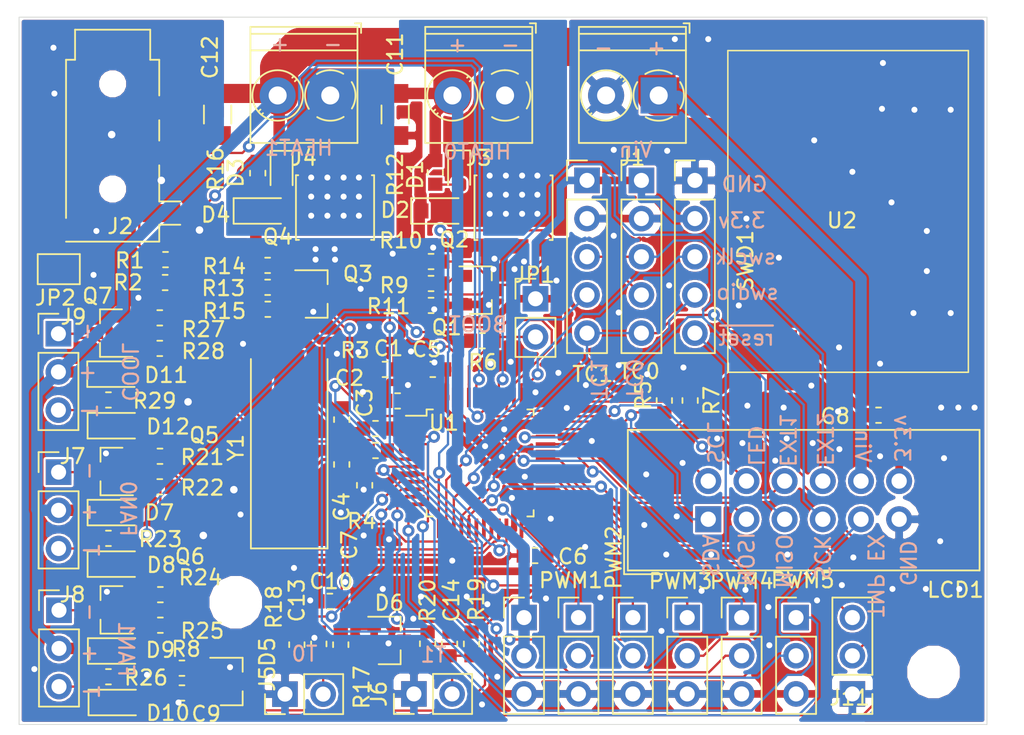
<source format=kicad_pcb>
(kicad_pcb (version 20171130) (host pcbnew 6.0.0-rc1-unknown-6a5744a~66~ubuntu18.04.1)
  (layers (0 F.Cu signal) (31 B.Cu signal) (34 B.Paste user) (35 F.Paste user) (36 B.SilkS user) (37 F.SilkS user) (38 B.Mask user) (39 F.Mask user) (44 Edge.Cuts user))
  (net 0 "")
  (net 1 GND)
  (net 2 /3.3V)
  (net 3 "Net-(C3-Pad1)")
  (net 4 "Net-(C4-Pad1)")
  (net 5 /~RESET)
  (net 6 /AVREF)
  (net 7 /VIN)
  (net 8 "Net-(C13-Pad1)")
  (net 9 "Net-(C14-Pad1)")
  (net 10 "Net-(D1-Pad2)")
  (net 11 "Net-(D1-Pad1)")
  (net 12 "Net-(D3-Pad2)")
  (net 13 "Net-(D3-Pad1)")
  (net 14 /TEMP0)
  (net 15 /TEMP1)
  (net 16 "Net-(D7-Pad2)")
  (net 17 /TACH_E0)
  (net 18 "Net-(D8-Pad1)")
  (net 19 "Net-(D9-Pad2)")
  (net 20 /TACH_E1)
  (net 21 "Net-(D10-Pad1)")
  (net 22 "Net-(D11-Pad2)")
  (net 23 /TACH0)
  (net 24 "Net-(D12-Pad1)")
  (net 25 "Net-(J7-Pad3)")
  (net 26 "Net-(J8-Pad3)")
  (net 27 "Net-(J9-Pad3)")
  (net 28 /UART_TX)
  (net 29 /UART_RX)
  (net 30 "Net-(JP1-Pad2)")
  (net 31 /TEMP_EX)
  (net 32 /EXT2)
  (net 33 /SPI_CLK)
  (net 34 /EXT1)
  (net 35 /MISO)
  (net 36 /LCD_LED)
  (net 37 /MOSI)
  (net 38 /SCL2)
  (net 39 /SDA2)
  (net 40 /TACH1)
  (net 41 /PWM1)
  (net 42 /TACH2)
  (net 43 /PWM2)
  (net 44 /TACH3)
  (net 45 /PWM3)
  (net 46 /TACH4)
  (net 47 /PWM4)
  (net 48 /TACH5)
  (net 49 /PWM5)
  (net 50 "Net-(Q1-Pad3)")
  (net 51 /HEAT0)
  (net 52 "Net-(Q3-Pad3)")
  (net 53 /HEAT1)
  (net 54 "Net-(Q5-Pad1)")
  (net 55 "Net-(Q6-Pad1)")
  (net 56 "Net-(Q7-Pad1)")
  (net 57 /SDA)
  (net 58 /SCL)
  (net 59 "Net-(R3-Pad1)")
  (net 60 "Net-(R4-Pad1)")
  (net 61 /E0_FAN)
  (net 62 /E1_FAN)
  (net 63 /PWM0)
  (net 64 /SWDIO)
  (net 65 /SWCLK)
  (net 66 /~TC0_CS)
  (net 67 /~TC1_CS)
  (net 68 "Net-(J2-PadR2)")
  (module Jumper:SolderJumper-2_P1.3mm_Open_TrianglePad1.0x1.5mm (layer F.Cu) (at 130.593 99.8855)
    (fp_text reference JP2 (at -0.2275 1.905) (layer F.SilkS))
    (fp_text value SolderJumper_2_Open)
    (pad 1 smd custom (at -0.725 0) (size 0.3 0.3) (layers F.Cu F.Mask) (net 68 "Net-(J2-PadR2)") (options (clearance outline) (anchor rect)) (primitives (gr_poly (pts (xy -0.5 -0.75) (xy 0.5 -0.75) (xy 1 0) (xy 0.5 0.75) (xy -0.5 0.75)) (width 0))))
    (pad 2 smd custom (at 0.725 0) (size 0.3 0.3) (layers F.Cu F.Mask) (net 1 GND) (options (clearance outline) (anchor rect)) (primitives (gr_poly (pts (xy -0.65 -0.75) (xy 0.5 -0.75) (xy 0.5 0.75) (xy -0.65 0.75) (xy -0.15 0)) (width 0))))
  )
  (module Local:TerminalBlock_Phoenix_PT-1,5-2-3.5-H_1x02_P3.50mm_Horizontal (layer F.Cu) (at 148.6535 88.3285 180)
    (fp_text reference J4 (at 1.75 -4.16 180) (layer F.SilkS))
    (fp_text value "6A 50V")
    (pad 1 thru_hole rect (at 0 0 180) (size 2.4 2.4) (drill 1.2) (layers *.Cu *.Mask) (net 13 "Net-(D3-Pad1)"))
    (pad 2 thru_hole circle (at 3.5 0 180) (size 2.4 2.4) (drill 1.2) (layers *.Cu *.Mask) (net 7 /VIN))
  )
  (module Local:TerminalBlock_Phoenix_PT-1,5-2-3.5-H_1x02_P3.50mm_Horizontal (layer F.Cu) (at 160.2815 88.3285 180)
    (fp_text reference J3 (at 1.75 -4.16 180) (layer F.SilkS))
    (fp_text value "6A 50V")
    (pad 1 thru_hole rect (at 0 0 180) (size 2.4 2.4) (drill 1.2) (layers *.Cu *.Mask) (net 11 "Net-(D1-Pad1)"))
    (pad 2 thru_hole circle (at 3.5 0 180) (size 2.4 2.4) (drill 1.2) (layers *.Cu *.Mask) (net 7 /VIN))
  )
  (module Local:TerminalBlock_Phoenix_PT-1,5-2-3.5-H_1x02_P3.50mm_Horizontal (layer F.Cu) (at 170.505 88.3285 180)
    (fp_text reference J1 (at 1.75 -4.16 180) (layer F.SilkS))
    (fp_text value "20A 50V")
    (pad 1 thru_hole rect (at 0 0 180) (size 2.4 2.4) (drill 1.2) (layers *.Cu *.Mask) (net 7 /VIN))
    (pad 2 thru_hole circle (at 3.5 0 180) (size 2.4 2.4) (drill 1.2) (layers *.Cu *.Mask) (net 1 GND))
  )
  (module Connector_PinHeader_2.54mm:PinHeader_1x05_P2.54mm_Vertical (layer F.Cu) (at 165.735 93.98)
    (fp_text reference TC1 (at 0.381 12.8905) (layer F.SilkS))
    (fp_text value Conn_01x05_Male)
    (pad 5 thru_hole oval (at 0 10.16) (size 1.7 1.7) (drill 1) (layers *.Cu *.Mask) (net 33 /SPI_CLK))
    (pad 4 thru_hole oval (at 0 7.62) (size 1.7 1.7) (drill 1) (layers *.Cu *.Mask) (net 67 /~TC1_CS))
    (pad 3 thru_hole oval (at 0 5.08) (size 1.7 1.7) (drill 1) (layers *.Cu *.Mask) (net 35 /MISO))
    (pad 2 thru_hole oval (at 0 2.54) (size 1.7 1.7) (drill 1) (layers *.Cu *.Mask) (net 1 GND))
    (pad 1 thru_hole rect (at 0 0) (size 1.7 1.7) (drill 1) (layers *.Cu *.Mask) (net 2 /3.3V))
  )
  (module Connector_PinHeader_2.54mm:PinHeader_1x05_P2.54mm_Vertical (layer F.Cu) (at 169.354 93.98)
    (fp_text reference TC0 (at -0.1265 12.7) (layer F.SilkS))
    (fp_text value Conn_01x05_Male)
    (pad 5 thru_hole oval (at 0 10.16) (size 1.7 1.7) (drill 1) (layers *.Cu *.Mask) (net 33 /SPI_CLK))
    (pad 4 thru_hole oval (at 0 7.62) (size 1.7 1.7) (drill 1) (layers *.Cu *.Mask) (net 66 /~TC0_CS))
    (pad 3 thru_hole oval (at 0 5.08) (size 1.7 1.7) (drill 1) (layers *.Cu *.Mask) (net 35 /MISO))
    (pad 2 thru_hole oval (at 0 2.54) (size 1.7 1.7) (drill 1) (layers *.Cu *.Mask) (net 1 GND))
    (pad 1 thru_hole rect (at 0 0) (size 1.7 1.7) (drill 1) (layers *.Cu *.Mask) (net 2 /3.3V))
  )
  (module Connector_PinHeader_2.54mm:PinHeader_1x05_P2.54mm_Vertical (layer F.Cu) (at 172.91 93.98)
    (fp_text reference SWD1 (at 3.366 5.334 90) (layer F.SilkS))
    (fp_text value Conn_01x05_Male)
    (pad 5 thru_hole oval (at 0 10.16) (size 1.7 1.7) (drill 1) (layers *.Cu *.Mask) (net 5 /~RESET))
    (pad 4 thru_hole oval (at 0 7.62) (size 1.7 1.7) (drill 1) (layers *.Cu *.Mask) (net 64 /SWDIO))
    (pad 3 thru_hole oval (at 0 5.08) (size 1.7 1.7) (drill 1) (layers *.Cu *.Mask) (net 65 /SWCLK))
    (pad 2 thru_hole oval (at 0 2.54) (size 1.7 1.7) (drill 1) (layers *.Cu *.Mask) (net 2 /3.3V))
    (pad 1 thru_hole rect (at 0 0) (size 1.7 1.7) (drill 1) (layers *.Cu *.Mask) (net 1 GND))
  )
  (module Local:R_0603_1608Metric (layer F.Cu) (at 133.896 108.585 180)
    (fp_text reference R29 (at -3.0735 -0.0635 180) (layer F.SilkS))
    (fp_text value 10k)
    (pad 1 smd rect (at -0.7875 0 180) (size 0.875 0.95) (layers F.Cu F.Paste F.Mask) (net 24 "Net-(D12-Pad1)"))
    (pad 2 smd rect (at 0.7875 0 180) (size 0.875 0.95) (layers F.Cu F.Paste F.Mask) (net 27 "Net-(J9-Pad3)"))
  )
  (module Local:R_0603_1608Metric (layer F.Cu) (at 137.312 105.156)
    (fp_text reference R28 (at 2.896 0.1905) (layer F.SilkS))
    (fp_text value 1k)
    (pad 1 smd rect (at -0.7875 0) (size 0.875 0.95) (layers F.Cu F.Paste F.Mask) (net 56 "Net-(Q7-Pad1)"))
    (pad 2 smd rect (at 0.7875 0) (size 0.875 0.95) (layers F.Cu F.Paste F.Mask) (net 63 /PWM0))
  )
  (module Local:R_0603_1608Metric (layer F.Cu) (at 137.312 103.124 180)
    (fp_text reference R27 (at -2.896 -0.762 180) (layer F.SilkS))
    (fp_text value 10k)
    (pad 1 smd rect (at -0.7875 0 180) (size 0.875 0.95) (layers F.Cu F.Paste F.Mask) (net 63 /PWM0))
    (pad 2 smd rect (at 0.7875 0 180) (size 0.875 0.95) (layers F.Cu F.Paste F.Mask) (net 1 GND))
  )
  (module Local:R_0603_1608Metric (layer F.Cu) (at 133.896 127 180)
    (fp_text reference R26 (at -2.502 -0.0635 180) (layer F.SilkS))
    (fp_text value 10k)
    (pad 1 smd rect (at -0.7875 0 180) (size 0.875 0.95) (layers F.Cu F.Paste F.Mask) (net 21 "Net-(D10-Pad1)"))
    (pad 2 smd rect (at 0.7875 0 180) (size 0.875 0.95) (layers F.Cu F.Paste F.Mask) (net 26 "Net-(J8-Pad3)"))
  )
  (module Local:R_0603_1608Metric (layer F.Cu) (at 137.35 123.571)
    (fp_text reference R25 (at 2.7945 0.381) (layer F.SilkS))
    (fp_text value 1k)
    (pad 1 smd rect (at -0.7875 0) (size 0.875 0.95) (layers F.Cu F.Paste F.Mask) (net 55 "Net-(Q6-Pad1)"))
    (pad 2 smd rect (at 0.7875 0) (size 0.875 0.95) (layers F.Cu F.Paste F.Mask) (net 62 /E1_FAN))
  )
  (module Local:R_0603_1608Metric (layer F.Cu) (at 137.35 121.539 180)
    (fp_text reference R24 (at -2.6675 1.143 180) (layer F.SilkS))
    (fp_text value 10k)
    (pad 1 smd rect (at -0.7875 0 180) (size 0.875 0.95) (layers F.Cu F.Paste F.Mask) (net 62 /E1_FAN))
    (pad 2 smd rect (at 0.7875 0 180) (size 0.875 0.95) (layers F.Cu F.Paste F.Mask) (net 1 GND))
  )
  (module Local:R_0603_1608Metric (layer F.Cu) (at 133.896 117.792 180)
    (fp_text reference R23 (at -3.4545 -0.064 180) (layer F.SilkS))
    (fp_text value 10k)
    (pad 1 smd rect (at -0.7875 0 180) (size 0.875 0.95) (layers F.Cu F.Paste F.Mask) (net 18 "Net-(D8-Pad1)"))
    (pad 2 smd rect (at 0.7875 0 180) (size 0.875 0.95) (layers F.Cu F.Paste F.Mask) (net 25 "Net-(J7-Pad3)"))
  )
  (module Local:R_0603_1608Metric (layer F.Cu) (at 137.312 114.364)
    (fp_text reference R22 (at 2.8325 0.063) (layer F.SilkS))
    (fp_text value 1k)
    (pad 1 smd rect (at -0.7875 0) (size 0.875 0.95) (layers F.Cu F.Paste F.Mask) (net 54 "Net-(Q5-Pad1)"))
    (pad 2 smd rect (at 0.7875 0) (size 0.875 0.95) (layers F.Cu F.Paste F.Mask) (net 61 /E0_FAN))
  )
  (module Local:R_0603_1608Metric (layer F.Cu) (at 137.325 112.332 180)
    (fp_text reference R21 (at -2.8195 -0.063 180) (layer F.SilkS))
    (fp_text value 10k)
    (pad 1 smd rect (at -0.7875 0 180) (size 0.875 0.95) (layers F.Cu F.Paste F.Mask) (net 61 /E0_FAN))
    (pad 2 smd rect (at 0.7875 0 180) (size 0.875 0.95) (layers F.Cu F.Paste F.Mask) (net 1 GND))
  )
  (module Local:R_0603_1608Metric (layer F.Cu) (at 155.13 124.803 270)
    (fp_text reference R20 (at -2.883 -0.0005 270) (layer F.SilkS))
    (fp_text value 10k)
    (pad 1 smd rect (at -0.7875 0 270) (size 0.875 0.95) (layers F.Cu F.Paste F.Mask) (net 15 /TEMP1))
    (pad 2 smd rect (at 0.7875 0 270) (size 0.875 0.95) (layers F.Cu F.Paste F.Mask) (net 9 "Net-(C14-Pad1)"))
  )
  (module Local:R_0603_1608Metric (layer F.Cu) (at 158.052 124.816 270)
    (fp_text reference R19 (at -2.9595 -0.317 270) (layer F.SilkS))
    (fp_text value "4k7 1%")
    (pad 1 smd rect (at -0.7875 0 270) (size 0.875 0.95) (layers F.Cu F.Paste F.Mask) (net 6 /AVREF))
    (pad 2 smd rect (at 0.7875 0 270) (size 0.875 0.95) (layers F.Cu F.Paste F.Mask) (net 9 "Net-(C14-Pad1)"))
  )
  (module Local:R_0603_1608Metric (layer F.Cu) (at 146.431 124.866 270)
    (fp_text reference R18 (at -2.5015 1.524 270) (layer F.SilkS))
    (fp_text value 10k)
    (pad 1 smd rect (at -0.7875 0 270) (size 0.875 0.95) (layers F.Cu F.Paste F.Mask) (net 14 /TEMP0))
    (pad 2 smd rect (at 0.7875 0 270) (size 0.875 0.95) (layers F.Cu F.Paste F.Mask) (net 8 "Net-(C13-Pad1)"))
  )
  (module Local:R_0603_1608Metric (layer F.Cu) (at 149.352 124.866 270)
    (fp_text reference R17 (at 2.8325 -1.397 270) (layer F.SilkS))
    (fp_text value "4k7 1%")
    (pad 1 smd rect (at -0.7875 0 270) (size 0.875 0.95) (layers F.Cu F.Paste F.Mask) (net 6 /AVREF))
    (pad 2 smd rect (at 0.7875 0 270) (size 0.875 0.95) (layers F.Cu F.Paste F.Mask) (net 8 "Net-(C13-Pad1)"))
  )
  (module Local:R_0603_1608Metric (layer F.Cu) (at 143.828 93.4975 270)
    (fp_text reference R16 (at -0.2795 2.7945 270) (layer F.SilkS))
    (fp_text value 10K)
    (pad 1 smd rect (at -0.7875 0 270) (size 0.875 0.95) (layers F.Cu F.Paste F.Mask) (net 7 /VIN))
    (pad 2 smd rect (at 0.7875 0 270) (size 0.875 0.95) (layers F.Cu F.Paste F.Mask) (net 12 "Net-(D3-Pad2)"))
  )
  (module Local:R_0603_1608Metric (layer F.Cu) (at 144.5 102.552)
    (fp_text reference R15 (at -2.895 0.1275) (layer F.SilkS))
    (fp_text value 10K)
    (pad 1 smd rect (at -0.7875 0) (size 0.875 0.95) (layers F.Cu F.Paste F.Mask) (net 52 "Net-(Q3-Pad3)"))
    (pad 2 smd rect (at 0.7875 0) (size 0.875 0.95) (layers F.Cu F.Paste F.Mask) (net 1 GND))
  )
  (module Local:R_0603_1608Metric (layer F.Cu) (at 144.488 99.6315 180)
    (fp_text reference R14 (at 2.883 -0.0635 180) (layer F.SilkS))
    (fp_text value 10K)
    (pad 1 smd rect (at -0.7875 0 180) (size 0.875 0.95) (layers F.Cu F.Paste F.Mask) (net 52 "Net-(Q3-Pad3)"))
    (pad 2 smd rect (at 0.7875 0 180) (size 0.875 0.95) (layers F.Cu F.Paste F.Mask) (net 7 /VIN))
  )
  (module Local:R_0603_1608Metric (layer F.Cu) (at 144.488 101.092)
    (fp_text reference R13 (at -2.9465 0.0635) (layer F.SilkS))
    (fp_text value 10k)
    (pad 1 smd rect (at -0.7875 0) (size 0.875 0.95) (layers F.Cu F.Paste F.Mask) (net 2 /3.3V))
    (pad 2 smd rect (at 0.7875 0) (size 0.875 0.95) (layers F.Cu F.Paste F.Mask) (net 53 /HEAT1))
  )
  (module Local:R_0603_1608Metric (layer F.Cu) (at 155.638 93.4465 270)
    (fp_text reference R12 (at 0.1525 2.6665 270) (layer F.SilkS))
    (fp_text value 10K)
    (pad 1 smd rect (at -0.7875 0 270) (size 0.875 0.95) (layers F.Cu F.Paste F.Mask) (net 7 /VIN))
    (pad 2 smd rect (at 0.7875 0 270) (size 0.875 0.95) (layers F.Cu F.Paste F.Mask) (net 10 "Net-(D1-Pad2)"))
  )
  (module Local:R_0603_1608Metric (layer F.Cu) (at 155.359 102.298)
    (fp_text reference R11 (at -2.832 0.064) (layer F.SilkS))
    (fp_text value 10K)
    (pad 1 smd rect (at -0.7875 0) (size 0.875 0.95) (layers F.Cu F.Paste F.Mask) (net 50 "Net-(Q1-Pad3)"))
    (pad 2 smd rect (at 0.7875 0) (size 0.875 0.95) (layers F.Cu F.Paste F.Mask) (net 1 GND))
  )
  (module Local:R_0603_1608Metric (layer F.Cu) (at 155.359 99.3775 180)
    (fp_text reference R10 (at 2.0065 1.397 180) (layer F.SilkS))
    (fp_text value 10K)
    (pad 1 smd rect (at -0.7875 0 180) (size 0.875 0.95) (layers F.Cu F.Paste F.Mask) (net 50 "Net-(Q1-Pad3)"))
    (pad 2 smd rect (at 0.7875 0 180) (size 0.875 0.95) (layers F.Cu F.Paste F.Mask) (net 7 /VIN))
  )
  (module Local:R_0603_1608Metric (layer F.Cu) (at 155.359 100.838)
    (fp_text reference R9 (at -2.451 0.127) (layer F.SilkS))
    (fp_text value 10k)
    (pad 1 smd rect (at -0.7875 0) (size 0.875 0.95) (layers F.Cu F.Paste F.Mask) (net 2 /3.3V))
    (pad 2 smd rect (at 0.7875 0) (size 0.875 0.95) (layers F.Cu F.Paste F.Mask) (net 51 /HEAT0))
  )
  (module Local:R_0603_1608Metric (layer F.Cu) (at 138.7855 126.4285 180)
    (fp_text reference R8 (at -0.2795 1.27 180) (layer F.SilkS))
    (fp_text value 1R5)
    (pad 1 smd rect (at -0.7875 0 180) (size 0.875 0.95) (layers F.Cu F.Paste F.Mask) (net 6 /AVREF))
    (pad 2 smd rect (at 0.7875 0 180) (size 0.875 0.95) (layers F.Cu F.Paste F.Mask) (net 2 /3.3V))
  )
  (module Local:R_0603_1608Metric (layer F.Cu) (at 172.593 108.623 270)
    (fp_text reference R7 (at 0 -1.43 270) (layer F.SilkS))
    (fp_text value 10k)
    (pad 1 smd rect (at -0.7875 0 270) (size 0.875 0.95) (layers F.Cu F.Paste F.Mask) (net 2 /3.3V))
    (pad 2 smd rect (at 0.7875 0 270) (size 0.875 0.95) (layers F.Cu F.Paste F.Mask) (net 38 /SCL2))
  )
  (module Local:R_0603_1608Metric (layer F.Cu) (at 158.776 104.648 180)
    (fp_text reference R6 (at -0.0375 -1.43 180) (layer F.SilkS))
    (fp_text value 10k)
    (pad 1 smd rect (at -0.7875 0 180) (size 0.875 0.95) (layers F.Cu F.Paste F.Mask) (net 30 "Net-(JP1-Pad2)"))
    (pad 2 smd rect (at 0.7875 0 180) (size 0.875 0.95) (layers F.Cu F.Paste F.Mask) (net 1 GND))
  )
  (module Local:R_0603_1608Metric (layer F.Cu) (at 170.878 108.623 270)
    (fp_text reference R5 (at -0.3555 1.3965 270) (layer F.SilkS))
    (fp_text value 10k)
    (pad 1 smd rect (at -0.7875 0 270) (size 0.875 0.95) (layers F.Cu F.Paste F.Mask) (net 2 /3.3V))
    (pad 2 smd rect (at 0.7875 0 270) (size 0.875 0.95) (layers F.Cu F.Paste F.Mask) (net 39 /SDA2))
  )
  (module Local:R_0603_1608Metric (layer F.Cu) (at 151.664 111.95 180)
    (fp_text reference R4 (at 0.915 -4.6995 180) (layer F.SilkS))
    (fp_text value 390)
    (pad 1 smd rect (at -0.7875 0 180) (size 0.875 0.95) (layers F.Cu F.Paste F.Mask) (net 60 "Net-(R4-Pad1)"))
    (pad 2 smd rect (at 0.7875 0 180) (size 0.875 0.95) (layers F.Cu F.Paste F.Mask) (net 4 "Net-(C4-Pad1)"))
  )
  (module Local:R_0603_1608Metric (layer F.Cu) (at 151.664 110.49 180)
    (fp_text reference R3 (at 1.3595 5.207 180) (layer F.SilkS))
    (fp_text value 0)
    (pad 1 smd rect (at -0.7875 0 180) (size 0.875 0.95) (layers F.Cu F.Paste F.Mask) (net 59 "Net-(R3-Pad1)"))
    (pad 2 smd rect (at 0.7875 0 180) (size 0.875 0.95) (layers F.Cu F.Paste F.Mask) (net 3 "Net-(C3-Pad1)"))
  )
  (module Local:R_0603_1608Metric (layer F.Cu) (at 137.668 100.774 180)
    (fp_text reference R2 (at 2.4765 -0.0005 180) (layer F.SilkS))
    (fp_text value 10k)
    (pad 1 smd rect (at -0.7875 0 180) (size 0.875 0.95) (layers F.Cu F.Paste F.Mask) (net 2 /3.3V))
    (pad 2 smd rect (at 0.7875 0 180) (size 0.875 0.95) (layers F.Cu F.Paste F.Mask) (net 58 /SCL))
  )
  (module Local:R_0603_1608Metric (layer F.Cu) (at 137.694 99.2505 180)
    (fp_text reference R1 (at 2.3755 -0.0635 180) (layer F.SilkS))
    (fp_text value 10k)
    (pad 1 smd rect (at -0.7875 0 180) (size 0.875 0.95) (layers F.Cu F.Paste F.Mask) (net 2 /3.3V))
    (pad 2 smd rect (at 0.7875 0 180) (size 0.875 0.95) (layers F.Cu F.Paste F.Mask) (net 57 /SDA))
  )
  (module Local:C_0603_1608Metric (layer F.Cu) (at 156.591 124.816 90)
    (fp_text reference C14 (at 2.896 0.127 90) (layer F.SilkS))
    (fp_text value 1uF)
    (pad 1 smd rect (at -0.7875 0 90) (size 0.875 0.95) (layers F.Cu F.Paste F.Mask) (net 9 "Net-(C14-Pad1)"))
    (pad 2 smd rect (at 0.7875 0 90) (size 0.875 0.95) (layers F.Cu F.Paste F.Mask) (net 1 GND))
  )
  (module Local:C_0603_1608Metric (layer F.Cu) (at 147.8915 124.8155 90)
    (fp_text reference C13 (at 2.8955 -1.4605 90) (layer F.SilkS))
    (fp_text value 1uF)
    (pad 1 smd rect (at -0.7875 0 90) (size 0.875 0.95) (layers F.Cu F.Paste F.Mask) (net 8 "Net-(C13-Pad1)"))
    (pad 2 smd rect (at 0.7875 0 90) (size 0.875 0.95) (layers F.Cu F.Paste F.Mask) (net 1 GND))
  )
  (module Local:C_1206_3216Metric (layer F.Cu) (at 141.16 89.5955 270)
    (fp_text reference C12 (at -3.807 0.5075 270) (layer F.SilkS))
    (fp_text value "10uF 50V")
    (pad 1 smd rect (at -1.4 0 270) (size 1.25 1.75) (layers F.Cu F.Paste F.Mask) (net 7 /VIN))
    (pad 2 smd rect (at 1.4 0 270) (size 1.25 1.75) (layers F.Cu F.Paste F.Mask) (net 1 GND))
  )
  (module Local:C_1206_3216Metric (layer F.Cu) (at 152.972 89.5955 270)
    (fp_text reference C11 (at -3.9975 0.0005 270) (layer F.SilkS))
    (fp_text value "10uF 50V")
    (pad 1 smd rect (at -1.4 0 270) (size 1.25 1.75) (layers F.Cu F.Paste F.Mask) (net 7 /VIN))
    (pad 2 smd rect (at 1.4 0 270) (size 1.25 1.75) (layers F.Cu F.Paste F.Mask) (net 1 GND))
  )
  (module Local:C_0603_1608Metric (layer F.Cu) (at 148.628 121.984 180)
    (fp_text reference C10 (at -0.089 1.334 180) (layer F.SilkS))
    (fp_text value 10nF)
    (pad 1 smd rect (at -0.7875 0 180) (size 0.875 0.95) (layers F.Cu F.Paste F.Mask) (net 6 /AVREF))
    (pad 2 smd rect (at 0.7875 0 180) (size 0.875 0.95) (layers F.Cu F.Paste F.Mask) (net 1 GND))
  )
  (module Local:C_0603_1608Metric (layer F.Cu) (at 138.7855 128.0795 180)
    (fp_text reference C9 (at -1.613 -1.397 180) (layer F.SilkS))
    (fp_text value 1uF)
    (pad 1 smd rect (at -0.7875 0 180) (size 0.875 0.95) (layers F.Cu F.Paste F.Mask) (net 6 /AVREF))
    (pad 2 smd rect (at 0.7875 0 180) (size 0.875 0.95) (layers F.Cu F.Paste F.Mask) (net 1 GND))
  )
  (module Local:C_0603_1608Metric (layer F.Cu) (at 185.128 109.601)
    (fp_text reference C8 (at -2.883 0.0635) (layer F.SilkS))
    (fp_text value 1uF)
    (pad 1 smd rect (at -0.7875 0) (size 0.875 0.95) (layers F.Cu F.Paste F.Mask) (net 2 /3.3V))
    (pad 2 smd rect (at 0.7875 0) (size 0.875 0.95) (layers F.Cu F.Paste F.Mask) (net 1 GND))
  )
  (module Local:C_0603_1608Metric (layer F.Cu) (at 150.94 114.262 270)
    (fp_text reference C7 (at 3.975 1.0165 270) (layer F.SilkS))
    (fp_text value 100nF)
    (pad 1 smd rect (at -0.7875 0 270) (size 0.875 0.95) (layers F.Cu F.Paste F.Mask) (net 5 /~RESET))
    (pad 2 smd rect (at 0.7875 0 270) (size 0.875 0.95) (layers F.Cu F.Paste F.Mask) (net 1 GND))
  )
  (module Local:C_0603_1608Metric (layer F.Cu) (at 162.28 118.936 180)
    (fp_text reference C6 (at -2.5025 -0.063 180) (layer F.SilkS))
    (fp_text value 100nF)
    (pad 1 smd rect (at -0.7875 0 180) (size 0.875 0.95) (layers F.Cu F.Paste F.Mask) (net 2 /3.3V))
    (pad 2 smd rect (at 0.7875 0 180) (size 0.875 0.95) (layers F.Cu F.Paste F.Mask) (net 1 GND))
  )
  (module Local:C_0603_1608Metric (layer F.Cu) (at 155.474 106.553)
    (fp_text reference C5 (at -0.407 -1.3335) (layer F.SilkS))
    (fp_text value 100nF)
    (pad 1 smd rect (at -0.7875 0) (size 0.875 0.95) (layers F.Cu F.Paste F.Mask) (net 2 /3.3V))
    (pad 2 smd rect (at 0.7875 0) (size 0.875 0.95) (layers F.Cu F.Paste F.Mask) (net 1 GND))
  )
  (module Local:C_0603_1608Metric (layer F.Cu) (at 149.416 112.878 270)
    (fp_text reference C4 (at 2.819 0.0005 270) (layer F.SilkS))
    (fp_text value 20pF)
    (pad 1 smd rect (at -0.7875 0 270) (size 0.875 0.95) (layers F.Cu F.Paste F.Mask) (net 4 "Net-(C4-Pad1)"))
    (pad 2 smd rect (at 0.7875 0 270) (size 0.875 0.95) (layers F.Cu F.Paste F.Mask) (net 1 GND))
  )
  (module Local:C_0603_1608Metric (layer F.Cu) (at 149.416 109.893 90)
    (fp_text reference C3 (at 1.1175 1.5235 90) (layer F.SilkS))
    (fp_text value 20pF)
    (pad 1 smd rect (at -0.7875 0 90) (size 0.875 0.95) (layers F.Cu F.Paste F.Mask) (net 3 "Net-(C3-Pad1)"))
    (pad 2 smd rect (at 0.7875 0 90) (size 0.875 0.95) (layers F.Cu F.Paste F.Mask) (net 1 GND))
  )
  (module Local:C_0603_1608Metric (layer F.Cu) (at 153.136 108.648 180)
    (fp_text reference C2 (at 3.2125 1.5235 180) (layer F.SilkS))
    (fp_text value 100nF)
    (pad 1 smd rect (at -0.7875 0 180) (size 0.875 0.95) (layers F.Cu F.Paste F.Mask) (net 2 /3.3V))
    (pad 2 smd rect (at 0.7875 0 180) (size 0.875 0.95) (layers F.Cu F.Paste F.Mask) (net 1 GND))
  )
  (module Local:C_0603_1608Metric (layer F.Cu) (at 152.298 106.553 180)
    (fp_text reference C1 (at -0.229 1.397 180) (layer F.SilkS))
    (fp_text value 10uF)
    (pad 1 smd rect (at -0.7875 0 180) (size 0.875 0.95) (layers F.Cu F.Paste F.Mask) (net 2 /3.3V))
    (pad 2 smd rect (at 0.7875 0 180) (size 0.875 0.95) (layers F.Cu F.Paste F.Mask) (net 1 GND))
  )
  (module DCBuck:Buck2217 (layer F.Cu) (at 193.104 85.344 270)
    (fp_text reference U2 (at 11.303 10.4145) (layer F.SilkS))
    (fp_text value DCBuck)
    (pad 6 smd rect (at 20.6 14.4 270) (size 4 2) (layers F.Cu F.Paste F.Mask) (net 2 /3.3V))
    (pad 5 smd rect (at 20.6 16.8 270) (size 4 2) (layers F.Cu F.Paste F.Mask) (net 2 /3.3V))
    (pad 8 smd rect (at 20.6 5.6 270) (size 4 2) (layers F.Cu F.Paste F.Mask) (net 1 GND))
    (pad 7 smd rect (at 20.6 3.2 270) (size 4 2) (layers F.Cu F.Paste F.Mask) (net 1 GND))
    (pad 2 smd rect (at 0.8 14.4 270) (size 4 2) (layers F.Cu F.Paste F.Mask) (net 7 /VIN))
    (pad 1 smd rect (at 0.8 16.8 270) (size 4 2) (layers F.Cu F.Paste F.Mask) (net 7 /VIN))
    (pad 4 smd rect (at 0.8 5.6 270) (size 4 2) (layers F.Cu F.Paste F.Mask) (net 1 GND))
    (pad 3 smd rect (at 0.8 3.2 270) (size 4 2) (layers F.Cu F.Paste F.Mask) (net 1 GND))
  )
  (module MountingHole:MountingHole_3.2mm_M3 (layer F.Cu) (at 188.7855 126.6825)
    (fp_text reference H2 hide)
    (fp_text value MountingHole)
    (pad 1 np_thru_hole circle (at 0 0) (size 3.2 3.2) (drill 3.2) (layers *.Cu *.Mask))
  )
  (module MountingHole:MountingHole_3.2mm_M3 (layer F.Cu) (at 142.367 122.047)
    (fp_text reference H1 hide)
    (fp_text value MountingHole)
    (pad 1 np_thru_hole circle (at 0 0) (size 3.2 3.2) (drill 3.2) (layers *.Cu *.Mask))
  )
  (module Connector_IDC:IDC-Header_2x06_P2.54mm_Vertical (layer F.Cu) (at 173.8 116.522 90)
    (fp_text reference LCD1 (at -4.6995 16.446 180) (layer F.SilkS))
    (fp_text value Conn_02x06_Odd_Even)
    (pad 12 thru_hole oval (at 2.54 12.7 90) (size 1.7272 1.7272) (drill 1.016) (layers *.Cu *.Mask) (net 2 /3.3V))
    (pad 11 thru_hole oval (at 0 12.7 90) (size 1.7272 1.7272) (drill 1.016) (layers *.Cu *.Mask) (net 1 GND))
    (pad 10 thru_hole oval (at 2.54 10.16 90) (size 1.7272 1.7272) (drill 1.016) (layers *.Cu *.Mask) (net 7 /VIN))
    (pad 9 thru_hole oval (at 0 10.16 90) (size 1.7272 1.7272) (drill 1.016) (layers *.Cu *.Mask) (net 31 /TEMP_EX))
    (pad 8 thru_hole oval (at 2.54 7.62 90) (size 1.7272 1.7272) (drill 1.016) (layers *.Cu *.Mask) (net 32 /EXT2))
    (pad 7 thru_hole oval (at 0 7.62 90) (size 1.7272 1.7272) (drill 1.016) (layers *.Cu *.Mask) (net 33 /SPI_CLK))
    (pad 6 thru_hole oval (at 2.54 5.08 90) (size 1.7272 1.7272) (drill 1.016) (layers *.Cu *.Mask) (net 34 /EXT1))
    (pad 5 thru_hole oval (at 0 5.08 90) (size 1.7272 1.7272) (drill 1.016) (layers *.Cu *.Mask) (net 35 /MISO))
    (pad 4 thru_hole oval (at 2.54 2.54 90) (size 1.7272 1.7272) (drill 1.016) (layers *.Cu *.Mask) (net 36 /LCD_LED))
    (pad 3 thru_hole oval (at 0 2.54 90) (size 1.7272 1.7272) (drill 1.016) (layers *.Cu *.Mask) (net 37 /MOSI))
    (pad 2 thru_hole oval (at 2.54 0 90) (size 1.7272 1.7272) (drill 1.016) (layers *.Cu *.Mask) (net 38 /SCL2))
    (pad 1 thru_hole rect (at 0 0 90) (size 1.7272 1.7272) (drill 1.016) (layers *.Cu *.Mask) (net 39 /SDA2))
  )
  (module Crystal:Crystal_SMD_HC49-SD (layer F.Cu) (at 145.923 111.764 90)
    (fp_text reference Y1 (at 0 -3.55 90) (layer F.SilkS))
    (fp_text value 8MHz)
    (pad 2 smd rect (at 4.25 0 90) (size 4.5 2) (layers F.Cu F.Paste F.Mask) (net 3 "Net-(C3-Pad1)"))
    (pad 1 smd rect (at -4.25 0 90) (size 4.5 2) (layers F.Cu F.Paste F.Mask) (net 4 "Net-(C4-Pad1)"))
  )
  (module PJ320D:Jack_3.5mm_PJ320D_Horizontal (layer F.Cu) (at 134.176 92.329 270)
    (fp_text reference J2 (at 4.699 -0.5075) (layer F.SilkS))
    (fp_text value AudioJack4_Ground)
    (pad "" np_thru_hole circle (at 2.225 0 270) (size 1.5 1.5) (drill 1.5) (layers *.Cu *.Mask))
    (pad "" np_thru_hole circle (at -4.775 0 270) (size 1.5 1.5) (drill 1.5) (layers *.Cu *.Mask))
    (pad S smd rect (at -3.175 -3.25 270) (size 1.2 2.5) (layers F.Cu F.Paste F.Mask) (net 68 "Net-(J2-PadR2)"))
    (pad R1 smd rect (at -0.175 -3.25 270) (size 1.2 2.5) (layers F.Cu F.Paste F.Mask) (net 57 /SDA))
    (pad T smd rect (at 3.825 -3.25 270) (size 1.2 2.5) (layers F.Cu F.Paste F.Mask) (net 58 /SCL))
    (pad R2 smd rect (at 4.925 3.25 270) (size 1.2 2.5) (layers F.Cu F.Paste F.Mask) (net 68 "Net-(J2-PadR2)"))
  )
  (module Package_QFP:LQFP-48_7x7mm_P0.5mm (layer F.Cu) (at 158.623 112.776)
    (fp_text reference U1 (at -2.413 -2.667) (layer F.SilkS))
    (fp_text value STM32F030C8Tx)
    (pad 48 smd rect (at -2.75 -4.35 90) (size 1.3 0.25) (layers F.Cu F.Paste F.Mask) (net 2 /3.3V))
    (pad 47 smd rect (at -2.25 -4.35 90) (size 1.3 0.25) (layers F.Cu F.Paste F.Mask) (net 1 GND))
    (pad 46 smd rect (at -1.75 -4.35 90) (size 1.3 0.25) (layers F.Cu F.Paste F.Mask) (net 49 /PWM5))
    (pad 45 smd rect (at -1.25 -4.35 90) (size 1.3 0.25) (layers F.Cu F.Paste F.Mask) (net 47 /PWM4))
    (pad 44 smd rect (at -0.75 -4.35 90) (size 1.3 0.25) (layers F.Cu F.Paste F.Mask) (net 30 "Net-(JP1-Pad2)"))
    (pad 43 smd rect (at -0.25 -4.35 90) (size 1.3 0.25) (layers F.Cu F.Paste F.Mask) (net 57 /SDA))
    (pad 42 smd rect (at 0.25 -4.35 90) (size 1.3 0.25) (layers F.Cu F.Paste F.Mask) (net 58 /SCL))
    (pad 41 smd rect (at 0.75 -4.35 90) (size 1.3 0.25) (layers F.Cu F.Paste F.Mask) (net 36 /LCD_LED))
    (pad 40 smd rect (at 1.25 -4.35 90) (size 1.3 0.25) (layers F.Cu F.Paste F.Mask) (net 32 /EXT2))
    (pad 39 smd rect (at 1.75 -4.35 90) (size 1.3 0.25) (layers F.Cu F.Paste F.Mask) (net 20 /TACH_E1))
    (pad 38 smd rect (at 2.25 -4.35 90) (size 1.3 0.25) (layers F.Cu F.Paste F.Mask) (net 17 /TACH_E0))
    (pad 37 smd rect (at 2.75 -4.35 90) (size 1.3 0.25) (layers F.Cu F.Paste F.Mask) (net 65 /SWCLK))
    (pad 36 smd rect (at 4.35 -2.75) (size 1.3 0.25) (layers F.Cu F.Paste F.Mask) (net 39 /SDA2))
    (pad 35 smd rect (at 4.35 -2.25) (size 1.3 0.25) (layers F.Cu F.Paste F.Mask) (net 38 /SCL2))
    (pad 34 smd rect (at 4.35 -1.75) (size 1.3 0.25) (layers F.Cu F.Paste F.Mask) (net 64 /SWDIO))
    (pad 33 smd rect (at 4.35 -1.25) (size 1.3 0.25) (layers F.Cu F.Paste F.Mask) (net 34 /EXT1))
    (pad 32 smd rect (at 4.35 -0.75) (size 1.3 0.25) (layers F.Cu F.Paste F.Mask) (net 42 /TACH2))
    (pad 31 smd rect (at 4.35 -0.25) (size 1.3 0.25) (layers F.Cu F.Paste F.Mask) (net 29 /UART_RX))
    (pad 30 smd rect (at 4.35 0.25) (size 1.3 0.25) (layers F.Cu F.Paste F.Mask) (net 28 /UART_TX))
    (pad 29 smd rect (at 4.35 0.75) (size 1.3 0.25) (layers F.Cu F.Paste F.Mask) (net 45 /PWM3))
    (pad 28 smd rect (at 4.35 1.25) (size 1.3 0.25) (layers F.Cu F.Paste F.Mask) (net 40 /TACH1))
    (pad 27 smd rect (at 4.35 1.75) (size 1.3 0.25) (layers F.Cu F.Paste F.Mask) (net 43 /PWM2))
    (pad 26 smd rect (at 4.35 2.25) (size 1.3 0.25) (layers F.Cu F.Paste F.Mask) (net 23 /TACH0))
    (pad 25 smd rect (at 4.35 2.75) (size 1.3 0.25) (layers F.Cu F.Paste F.Mask) (net 53 /HEAT1))
    (pad 24 smd rect (at 2.75 4.35 90) (size 1.3 0.25) (layers F.Cu F.Paste F.Mask) (net 2 /3.3V))
    (pad 23 smd rect (at 2.25 4.35 90) (size 1.3 0.25) (layers F.Cu F.Paste F.Mask) (net 1 GND))
    (pad 22 smd rect (at 1.75 4.35 90) (size 1.3 0.25) (layers F.Cu F.Paste F.Mask) (net 51 /HEAT0))
    (pad 21 smd rect (at 1.25 4.35 90) (size 1.3 0.25) (layers F.Cu F.Paste F.Mask) (net 62 /E1_FAN))
    (pad 20 smd rect (at 0.75 4.35 90) (size 1.3 0.25) (layers F.Cu F.Paste F.Mask) (net 61 /E0_FAN))
    (pad 19 smd rect (at 0.25 4.35 90) (size 1.3 0.25) (layers F.Cu F.Paste F.Mask) (net 41 /PWM1))
    (pad 18 smd rect (at -0.25 4.35 90) (size 1.3 0.25) (layers F.Cu F.Paste F.Mask) (net 63 /PWM0))
    (pad 17 smd rect (at -0.75 4.35 90) (size 1.3 0.25) (layers F.Cu F.Paste F.Mask) (net 37 /MOSI))
    (pad 16 smd rect (at -1.25 4.35 90) (size 1.3 0.25) (layers F.Cu F.Paste F.Mask) (net 35 /MISO))
    (pad 15 smd rect (at -1.75 4.35 90) (size 1.3 0.25) (layers F.Cu F.Paste F.Mask) (net 33 /SPI_CLK))
    (pad 14 smd rect (at -2.25 4.35 90) (size 1.3 0.25) (layers F.Cu F.Paste F.Mask) (net 67 /~TC1_CS))
    (pad 13 smd rect (at -2.75 4.35 90) (size 1.3 0.25) (layers F.Cu F.Paste F.Mask) (net 66 /~TC0_CS))
    (pad 12 smd rect (at -4.35 2.75) (size 1.3 0.25) (layers F.Cu F.Paste F.Mask) (net 31 /TEMP_EX))
    (pad 11 smd rect (at -4.35 2.25) (size 1.3 0.25) (layers F.Cu F.Paste F.Mask) (net 15 /TEMP1))
    (pad 10 smd rect (at -4.35 1.75) (size 1.3 0.25) (layers F.Cu F.Paste F.Mask) (net 14 /TEMP0))
    (pad 9 smd rect (at -4.35 1.25) (size 1.3 0.25) (layers F.Cu F.Paste F.Mask) (net 6 /AVREF))
    (pad 8 smd rect (at -4.35 0.75) (size 1.3 0.25) (layers F.Cu F.Paste F.Mask) (net 1 GND))
    (pad 7 smd rect (at -4.35 0.25) (size 1.3 0.25) (layers F.Cu F.Paste F.Mask) (net 5 /~RESET))
    (pad 6 smd rect (at -4.35 -0.25) (size 1.3 0.25) (layers F.Cu F.Paste F.Mask) (net 60 "Net-(R4-Pad1)"))
    (pad 5 smd rect (at -4.35 -0.75) (size 1.3 0.25) (layers F.Cu F.Paste F.Mask) (net 59 "Net-(R3-Pad1)"))
    (pad 4 smd rect (at -4.35 -1.25) (size 1.3 0.25) (layers F.Cu F.Paste F.Mask) (net 48 /TACH5))
    (pad 3 smd rect (at -4.35 -1.75) (size 1.3 0.25) (layers F.Cu F.Paste F.Mask) (net 46 /TACH4))
    (pad 2 smd rect (at -4.35 -2.25) (size 1.3 0.25) (layers F.Cu F.Paste F.Mask) (net 44 /TACH3))
    (pad 1 smd rect (at -4.35 -2.75) (size 1.3 0.25) (layers F.Cu F.Paste F.Mask) (net 2 /3.3V))
  )
  (module Package_TO_SOT_SMD:SOT-23 (layer F.Cu) (at 134.096 104.138 180)
    (fp_text reference Q7 (at 0.9365 2.474 180) (layer F.SilkS))
    (fp_text value SI2318CDS)
    (pad 3 smd rect (at 1 0 180) (size 0.9 0.8) (layers F.Cu F.Paste F.Mask) (net 22 "Net-(D11-Pad2)"))
    (pad 2 smd rect (at -1 0.95 180) (size 0.9 0.8) (layers F.Cu F.Paste F.Mask) (net 1 GND))
    (pad 1 smd rect (at -1 -0.95 180) (size 0.9 0.8) (layers F.Cu F.Paste F.Mask) (net 56 "Net-(Q7-Pad1)"))
  )
  (module Package_TO_SOT_SMD:SOT-23 (layer F.Cu) (at 134.128 122.552 180)
    (fp_text reference Q6 (at -5.191 3.553 180) (layer F.SilkS))
    (fp_text value SI2318CDS)
    (pad 3 smd rect (at 1 0 180) (size 0.9 0.8) (layers F.Cu F.Paste F.Mask) (net 19 "Net-(D9-Pad2)"))
    (pad 2 smd rect (at -1 0.95 180) (size 0.9 0.8) (layers F.Cu F.Paste F.Mask) (net 1 GND))
    (pad 1 smd rect (at -1 -0.95 180) (size 0.9 0.8) (layers F.Cu F.Paste F.Mask) (net 55 "Net-(Q6-Pad1)"))
  )
  (module Package_TO_SOT_SMD:SOT-23 (layer F.Cu) (at 134.128 113.345 180)
    (fp_text reference Q5 (at -6.1435 2.4105 180) (layer F.SilkS))
    (fp_text value SI2318CDS)
    (pad 3 smd rect (at 1 0 180) (size 0.9 0.8) (layers F.Cu F.Paste F.Mask) (net 16 "Net-(D7-Pad2)"))
    (pad 2 smd rect (at -1 0.95 180) (size 0.9 0.8) (layers F.Cu F.Paste F.Mask) (net 1 GND))
    (pad 1 smd rect (at -1 -0.95 180) (size 0.9 0.8) (layers F.Cu F.Paste F.Mask) (net 54 "Net-(Q5-Pad1)"))
  )
  (module Package_TO_SOT_SMD:LFPAK56 (layer F.Cu) (at 148.971 95.6215 90)
    (fp_text reference Q4 (at -2.105 -3.81 180) (layer F.SilkS))
    (fp_text value PSMN7R0-30YL)
    (pad 4 smd rect (at -2.835 1.91) (size 0.7 1.15) (layers F.Cu F.Paste F.Mask) (net 52 "Net-(Q3-Pad3)"))
    (pad 5 smd rect (at 0.435 0) (size 4.2 3.3) (layers F.Cu F.Mask) (net 13 "Net-(D3-Pad1)"))
    (pad 5 smd rect (at 2.635 0) (size 4.7 1.55) (layers F.Cu F.Mask) (net 13 "Net-(D3-Pad1)"))
    (pad 3 smd rect (at -2.835 0.64) (size 0.7 1.15) (layers F.Cu F.Paste F.Mask) (net 1 GND))
    (pad 1 smd rect (at -2.835 -1.91) (size 0.7 1.15) (layers F.Cu F.Paste F.Mask) (net 1 GND))
    (pad 2 smd rect (at -2.835 -0.64) (size 0.7 1.15) (layers F.Cu F.Paste F.Mask) (net 1 GND))
  )
  (module Package_TO_SOT_SMD:SOT-23 (layer F.Cu) (at 147.717 101.536)
    (fp_text reference Q3 (at 2.778 -1.333) (layer F.SilkS))
    (fp_text value DTC124E)
    (pad 3 smd rect (at 1 0) (size 0.9 0.8) (layers F.Cu F.Paste F.Mask) (net 52 "Net-(Q3-Pad3)"))
    (pad 2 smd rect (at -1 0.95) (size 0.9 0.8) (layers F.Cu F.Paste F.Mask) (net 1 GND))
    (pad 1 smd rect (at -1 -0.95) (size 0.9 0.8) (layers F.Cu F.Paste F.Mask) (net 53 /HEAT1))
  )
  (module Package_TO_SOT_SMD:LFPAK56 (layer F.Cu) (at 160.846 95.631 90)
    (fp_text reference Q2 (at -2.286 -3.937 180) (layer F.SilkS))
    (fp_text value PSMN7R0-30YL)
    (pad 4 smd rect (at -2.835 1.91) (size 0.7 1.15) (layers F.Cu F.Paste F.Mask) (net 50 "Net-(Q1-Pad3)"))
    (pad 5 smd rect (at 0.435 0) (size 4.2 3.3) (layers F.Cu F.Mask) (net 11 "Net-(D1-Pad1)"))
    (pad 5 smd rect (at 2.635 0) (size 4.7 1.55) (layers F.Cu F.Mask) (net 11 "Net-(D1-Pad1)"))
    (pad 3 smd rect (at -2.835 0.64) (size 0.7 1.15) (layers F.Cu F.Paste F.Mask) (net 1 GND))
    (pad 1 smd rect (at -2.835 -1.91) (size 0.7 1.15) (layers F.Cu F.Paste F.Mask) (net 1 GND))
    (pad 2 smd rect (at -2.835 -0.64) (size 0.7 1.15) (layers F.Cu F.Paste F.Mask) (net 1 GND))
  )
  (module Package_TO_SOT_SMD:SOT-23 (layer F.Cu) (at 158.639 101.282)
    (fp_text reference Q1 (at -2.2385 2.477) (layer F.SilkS))
    (fp_text value DTC124E)
    (pad 3 smd rect (at 1 0) (size 0.9 0.8) (layers F.Cu F.Paste F.Mask) (net 50 "Net-(Q1-Pad3)"))
    (pad 2 smd rect (at -1 0.95) (size 0.9 0.8) (layers F.Cu F.Paste F.Mask) (net 1 GND))
    (pad 1 smd rect (at -1 -0.95) (size 0.9 0.8) (layers F.Cu F.Paste F.Mask) (net 51 /HEAT0))
  )
  (module Connector_PinHeader_2.54mm:PinHeader_1x03_P2.54mm_Vertical (layer F.Cu) (at 161.544 123.063)
    (fp_text reference PWM_PWR1 hide)
    (fp_text value Conn_01x03_Male)
    (pad 3 thru_hole oval (at 0 5.08) (size 1.7 1.7) (drill 1) (layers *.Cu *.Mask) (net 1 GND))
    (pad 2 thru_hole oval (at 0 2.54) (size 1.7 1.7) (drill 1) (layers *.Cu *.Mask) (net 7 /VIN))
    (pad 1 thru_hole rect (at 0 0) (size 1.7 1.7) (drill 1) (layers *.Cu *.Mask) (net 7 /VIN))
  )
  (module Connector_PinHeader_2.54mm:PinHeader_1x03_P2.54mm_Vertical (layer F.Cu) (at 179.642 123.063)
    (fp_text reference PWM5 (at 0.444 -2.4765) (layer F.SilkS))
    (fp_text value Conn_01x03_Male)
    (pad 3 thru_hole oval (at 0 5.08) (size 1.7 1.7) (drill 1) (layers *.Cu *.Mask) (net 1 GND))
    (pad 2 thru_hole oval (at 0 2.54) (size 1.7 1.7) (drill 1) (layers *.Cu *.Mask) (net 48 /TACH5))
    (pad 1 thru_hole rect (at 0 0) (size 1.7 1.7) (drill 1) (layers *.Cu *.Mask) (net 49 /PWM5))
  )
  (module Connector_PinHeader_2.54mm:PinHeader_1x03_P2.54mm_Vertical (layer F.Cu) (at 176.022 123.063)
    (fp_text reference PWM4 (at 0 -2.413) (layer F.SilkS))
    (fp_text value Conn_01x03_Male)
    (pad 3 thru_hole oval (at 0 5.08) (size 1.7 1.7) (drill 1) (layers *.Cu *.Mask) (net 1 GND))
    (pad 2 thru_hole oval (at 0 2.54) (size 1.7 1.7) (drill 1) (layers *.Cu *.Mask) (net 46 /TACH4))
    (pad 1 thru_hole rect (at 0 0) (size 1.7 1.7) (drill 1) (layers *.Cu *.Mask) (net 47 /PWM4))
  )
  (module Connector_PinHeader_2.54mm:PinHeader_1x03_P2.54mm_Vertical (layer F.Cu) (at 172.402 123.063)
    (fp_text reference PWM3 (at -0.444 -2.413) (layer F.SilkS))
    (fp_text value Conn_01x03_Male)
    (pad 3 thru_hole oval (at 0 5.08) (size 1.7 1.7) (drill 1) (layers *.Cu *.Mask) (net 1 GND))
    (pad 2 thru_hole oval (at 0 2.54) (size 1.7 1.7) (drill 1) (layers *.Cu *.Mask) (net 44 /TACH3))
    (pad 1 thru_hole rect (at 0 0) (size 1.7 1.7) (drill 1) (layers *.Cu *.Mask) (net 45 /PWM3))
  )
  (module Connector_PinHeader_2.54mm:PinHeader_1x03_P2.54mm_Vertical (layer F.Cu) (at 168.783 123.063)
    (fp_text reference PWM2 (at -1.27 -4.0005 90) (layer F.SilkS))
    (fp_text value Conn_01x03_Male)
    (pad 3 thru_hole oval (at 0 5.08) (size 1.7 1.7) (drill 1) (layers *.Cu *.Mask) (net 1 GND))
    (pad 2 thru_hole oval (at 0 2.54) (size 1.7 1.7) (drill 1) (layers *.Cu *.Mask) (net 42 /TACH2))
    (pad 1 thru_hole rect (at 0 0) (size 1.7 1.7) (drill 1) (layers *.Cu *.Mask) (net 43 /PWM2))
  )
  (module Connector_PinHeader_2.54mm:PinHeader_1x03_P2.54mm_Vertical (layer F.Cu) (at 165.164 123.063)
    (fp_text reference PWM1 (at -0.5085 -2.4765) (layer F.SilkS))
    (fp_text value Conn_01x03_Male)
    (pad 3 thru_hole oval (at 0 5.08) (size 1.7 1.7) (drill 1) (layers *.Cu *.Mask) (net 1 GND))
    (pad 2 thru_hole oval (at 0 2.54) (size 1.7 1.7) (drill 1) (layers *.Cu *.Mask) (net 40 /TACH1))
    (pad 1 thru_hole rect (at 0 0) (size 1.7 1.7) (drill 1) (layers *.Cu *.Mask) (net 41 /PWM1))
  )
  (module Connector_PinHeader_2.54mm:PinHeader_1x02_P2.54mm_Vertical (layer F.Cu) (at 162.306 101.854)
    (fp_text reference JP1 (at -0.0635 -1.5875) (layer F.SilkS))
    (fp_text value BOOT)
    (pad 2 thru_hole oval (at 0 2.54) (size 1.7 1.7) (drill 1) (layers *.Cu *.Mask) (net 30 "Net-(JP1-Pad2)"))
    (pad 1 thru_hole rect (at 0 0) (size 1.7 1.7) (drill 1) (layers *.Cu *.Mask) (net 2 /3.3V))
  )
  (module Connector_PinHeader_2.54mm:PinHeader_1x03_P2.54mm_Vertical (layer F.Cu) (at 183.388 128.143 180)
    (fp_text reference J11 (at 0.1905 -0.254 180) (layer F.SilkS))
    (fp_text value Conn_01x03_Male)
    (pad 3 thru_hole oval (at 0 5.08 180) (size 1.7 1.7) (drill 1) (layers *.Cu *.Mask) (net 28 /UART_TX))
    (pad 2 thru_hole oval (at 0 2.54 180) (size 1.7 1.7) (drill 1) (layers *.Cu *.Mask) (net 29 /UART_RX))
    (pad 1 thru_hole rect (at 0 0 180) (size 1.7 1.7) (drill 1) (layers *.Cu *.Mask) (net 1 GND))
  )
  (module Connector_PinHeader_2.54mm:PinHeader_1x03_P2.54mm_Vertical (layer F.Cu) (at 130.568 104.181)
    (fp_text reference J9 (at 1.004 -1.1205) (layer F.SilkS))
    (fp_text value Conn_01x03_Male)
    (pad 3 thru_hole oval (at 0 5.08) (size 1.7 1.7) (drill 1) (layers *.Cu *.Mask) (net 27 "Net-(J9-Pad3)"))
    (pad 2 thru_hole oval (at 0 2.54) (size 1.7 1.7) (drill 1) (layers *.Cu *.Mask) (net 7 /VIN))
    (pad 1 thru_hole rect (at 0 0) (size 1.7 1.7) (drill 1) (layers *.Cu *.Mask) (net 22 "Net-(D11-Pad2)"))
  )
  (module Connector_PinHeader_2.54mm:PinHeader_1x03_P2.54mm_Vertical (layer F.Cu) (at 130.607 122.576)
    (fp_text reference J8 (at 0.9015 -1.037) (layer F.SilkS))
    (fp_text value Conn_01x03_Male)
    (pad 3 thru_hole oval (at 0 5.08) (size 1.7 1.7) (drill 1) (layers *.Cu *.Mask) (net 26 "Net-(J8-Pad3)"))
    (pad 2 thru_hole oval (at 0 2.54) (size 1.7 1.7) (drill 1) (layers *.Cu *.Mask) (net 7 /VIN))
    (pad 1 thru_hole rect (at 0 0) (size 1.7 1.7) (drill 1) (layers *.Cu *.Mask) (net 19 "Net-(D9-Pad2)"))
  )
  (module Connector_PinHeader_2.54mm:PinHeader_1x03_P2.54mm_Vertical (layer F.Cu) (at 130.58 113.388)
    (fp_text reference J7 (at 0.9285 -1.0565) (layer F.SilkS))
    (fp_text value Conn_01x03_Male)
    (pad 3 thru_hole oval (at 0 5.08) (size 1.7 1.7) (drill 1) (layers *.Cu *.Mask) (net 25 "Net-(J7-Pad3)"))
    (pad 2 thru_hole oval (at 0 2.54) (size 1.7 1.7) (drill 1) (layers *.Cu *.Mask) (net 7 /VIN))
    (pad 1 thru_hole rect (at 0 0) (size 1.7 1.7) (drill 1) (layers *.Cu *.Mask) (net 16 "Net-(D7-Pad2)"))
  )
  (module Connector_PinHeader_2.54mm:PinHeader_1x02_P2.54mm_Vertical (layer F.Cu) (at 154.219 128.143 90)
    (fp_text reference J6 (at 0 -2.33 90) (layer F.SilkS))
    (fp_text value Conn_01x02)
    (pad 2 thru_hole oval (at 0 2.54 90) (size 1.7 1.7) (drill 1) (layers *.Cu *.Mask) (net 9 "Net-(C14-Pad1)"))
    (pad 1 thru_hole rect (at 0 0 90) (size 1.7 1.7) (drill 1) (layers *.Cu *.Mask) (net 1 GND))
  )
  (module Connector_PinHeader_2.54mm:PinHeader_1x02_P2.54mm_Vertical (layer F.Cu) (at 145.642 128.156 90)
    (fp_text reference J5 (at 1.029 -1.1795 90) (layer F.SilkS))
    (fp_text value Conn_01x02)
    (pad 2 thru_hole oval (at 0 2.54 90) (size 1.7 1.7) (drill 1) (layers *.Cu *.Mask) (net 8 "Net-(C13-Pad1)"))
    (pad 1 thru_hole rect (at 0 0 90) (size 1.7 1.7) (drill 1) (layers *.Cu *.Mask) (net 1 GND))
  )
  (module Diode_SMD:D_SOD-323_HandSoldering (layer F.Cu) (at 134.41 110.3)
    (fp_text reference D12 (at 3.449 0.0635) (layer F.SilkS))
    (fp_text value 1N4148)
    (pad 2 smd rect (at 1.25 0) (size 1 1) (layers F.Cu F.Paste F.Mask) (net 23 /TACH0))
    (pad 1 smd rect (at -1.25 0) (size 1 1) (layers F.Cu F.Paste F.Mask) (net 24 "Net-(D12-Pad1)"))
  )
  (module Diode_SMD:D_SOD-323_HandSoldering (layer F.Cu) (at 134.386 106.87)
    (fp_text reference D11 (at 3.3455 0.0635) (layer F.SilkS))
    (fp_text value 1N4148)
    (pad 2 smd rect (at 1.25 0) (size 1 1) (layers F.Cu F.Paste F.Mask) (net 22 "Net-(D11-Pad2)"))
    (pad 1 smd rect (at -1.25 0) (size 1 1) (layers F.Cu F.Paste F.Mask) (net 7 /VIN))
  )
  (module Diode_SMD:D_SOD-323_HandSoldering (layer F.Cu) (at 134.473 128.714)
    (fp_text reference D10 (at 3.3855 0.699) (layer F.SilkS))
    (fp_text value 1N4148)
    (pad 2 smd rect (at 1.25 0) (size 1 1) (layers F.Cu F.Paste F.Mask) (net 20 /TACH_E1))
    (pad 1 smd rect (at -1.25 0) (size 1 1) (layers F.Cu F.Paste F.Mask) (net 21 "Net-(D10-Pad1)"))
  )
  (module Diode_SMD:D_SOD-323_HandSoldering (layer F.Cu) (at 134.43 125.286)
    (fp_text reference D9 (at 2.921 -0.0635) (layer F.SilkS))
    (fp_text value 1N4148)
    (pad 2 smd rect (at 1.25 0) (size 1 1) (layers F.Cu F.Paste F.Mask) (net 19 "Net-(D9-Pad2)"))
    (pad 1 smd rect (at -1.25 0) (size 1 1) (layers F.Cu F.Paste F.Mask) (net 7 /VIN))
  )
  (module Diode_SMD:D_SOD-323_HandSoldering (layer F.Cu) (at 134.41 119.507)
    (fp_text reference D8 (at 3.0045 0.0635) (layer F.SilkS))
    (fp_text value 1N4148)
    (pad 2 smd rect (at 1.25 0) (size 1 1) (layers F.Cu F.Paste F.Mask) (net 17 /TACH_E0))
    (pad 1 smd rect (at -1.25 0) (size 1 1) (layers F.Cu F.Paste F.Mask) (net 18 "Net-(D8-Pad1)"))
  )
  (module Diode_SMD:D_SOD-323_HandSoldering (layer F.Cu) (at 134.41 116.078)
    (fp_text reference D7 (at 2.8775 0) (layer F.SilkS))
    (fp_text value 1N4148)
    (pad 2 smd rect (at 1.25 0) (size 1 1) (layers F.Cu F.Paste F.Mask) (net 16 "Net-(D7-Pad2)"))
    (pad 1 smd rect (at -1.25 0) (size 1 1) (layers F.Cu F.Paste F.Mask) (net 7 /VIN))
  )
  (module Package_TO_SOT_SMD:SOT-23 (layer F.Cu) (at 152.574 124.587)
    (fp_text reference D6 (at 0 -2.5) (layer F.SilkS))
    (fp_text value BAT54S)
    (pad 3 smd rect (at 1 0) (size 0.9 0.8) (layers F.Cu F.Paste F.Mask) (net 15 /TEMP1))
    (pad 2 smd rect (at -1 0.95) (size 0.9 0.8) (layers F.Cu F.Paste F.Mask) (net 6 /AVREF))
    (pad 1 smd rect (at -1 -0.95) (size 0.9 0.8) (layers F.Cu F.Paste F.Mask) (net 1 GND))
  )
  (module Package_TO_SOT_SMD:SOT-23 (layer F.Cu) (at 142.0655 127.3175)
    (fp_text reference D5 (at 2.397 -1.9685 90) (layer F.SilkS))
    (fp_text value BAT54S)
    (pad 3 smd rect (at 1 0) (size 0.9 0.8) (layers F.Cu F.Paste F.Mask) (net 14 /TEMP0))
    (pad 2 smd rect (at -1 0.95) (size 0.9 0.8) (layers F.Cu F.Paste F.Mask) (net 6 /AVREF))
    (pad 1 smd rect (at -1 -0.95) (size 0.9 0.8) (layers F.Cu F.Paste F.Mask) (net 1 GND))
  )
  (module Diode_SMD:D_SOD-323_HandSoldering (layer F.Cu) (at 144.125 96.012)
    (fp_text reference D4 (at -3.0915 0.254) (layer F.SilkS))
    (fp_text value 1N4148)
    (pad 2 smd rect (at 1.25 0) (size 1 1) (layers F.Cu F.Paste F.Mask) (net 13 "Net-(D3-Pad1)"))
    (pad 1 smd rect (at -1.25 0) (size 1 1) (layers F.Cu F.Paste F.Mask) (net 7 /VIN))
  )
  (module Diode_SMD:D_0603_1608Metric (layer F.Cu) (at 145.415 93.4975 270)
    (fp_text reference D3 (at -0.0255 3.048 270) (layer F.SilkS))
    (fp_text value RED)
    (pad 2 smd roundrect (at 0.7875 0 270) (size 0.875 0.95) (layers F.Cu F.Paste F.Mask) (net 12 "Net-(D3-Pad2)"))
    (pad 1 smd roundrect (at -0.7875 0 270) (size 0.875 0.95) (layers F.Cu F.Paste F.Mask) (net 13 "Net-(D3-Pad1)"))
  )
  (module Diode_SMD:D_SOD-323_HandSoldering (layer F.Cu) (at 155.936 96.012)
    (fp_text reference D2 (at -2.9645 -0.0635) (layer F.SilkS))
    (fp_text value 1N4148)
    (pad 2 smd rect (at 1.25 0) (size 1 1) (layers F.Cu F.Paste F.Mask) (net 11 "Net-(D1-Pad1)"))
    (pad 1 smd rect (at -1.25 0) (size 1 1) (layers F.Cu F.Paste F.Mask) (net 7 /VIN))
  )
  (module Diode_SMD:D_0603_1608Metric (layer F.Cu) (at 157.226 93.472 270)
    (fp_text reference D1 (at 0.127 2.921 270) (layer F.SilkS))
    (fp_text value RED)
    (pad 2 smd roundrect (at 0.7875 0 270) (size 0.875 0.95) (layers F.Cu F.Paste F.Mask) (net 10 "Net-(D1-Pad2)"))
    (pad 1 smd roundrect (at -0.7875 0 270) (size 0.875 0.95) (layers F.Cu F.Paste F.Mask) (net 11 "Net-(D1-Pad1)"))
  )
  (gr_text Vin (at 168.9735 91.948) (layer B.SilkS) (effects (font (size 1 1)) (justify mirror)))
  (gr_text HEAT0 (at 158.4325 92.075) (layer B.SilkS) (effects (font (size 1 1)) (justify mirror)))
  (gr_text HEAT1 (at 146.558 91.821) (layer B.SilkS) (effects (font (size 1 1)) (justify mirror)))
  (gr_text LED (at 176.9745 111.633 270) (layer B.SilkS) (effects (font (size 1 1)) (justify mirror)))
  (gr_text EXT1 (at 179.07 111.252 270) (layer B.SilkS) (effects (font (size 1 1)) (justify mirror)))
  (gr_text EXT2 (at 181.5465 111.1885 270) (layer B.SilkS) (effects (font (size 1 1)) (justify mirror)))
  (gr_text Vin (at 184.0865 111.633 270) (layer B.SilkS) (effects (font (size 1 1)) (justify mirror)))
  (gr_text 3.3v (at 186.69 111.125 270) (layer B.SilkS) (effects (font (size 1 1)) (justify mirror)))
  (gr_text GND (at 187.071 119.4435 270) (layer B.SilkS) (effects (font (size 1 1)) (justify mirror)))
  (gr_text "TMP EX" (at 184.912 120.269 270) (layer B.SilkS) (effects (font (size 1 1)) (justify mirror)))
  (gr_text SCK (at 181.356 119.0625 270) (layer B.SilkS) (effects (font (size 1 1)) (justify mirror)))
  (gr_text MISO (at 178.816 119.3165 270) (layer B.SilkS) (effects (font (size 1 1)) (justify mirror)))
  (gr_text MOSI (at 176.276 119.1895 270) (layer B.SilkS) (effects (font (size 1 1)) (justify mirror)))
  (gr_text SDA (at 173.9265 118.9355 270) (layer B.SilkS) (effects (font (size 1 1)) (justify mirror)))
  (gr_text SCL (at 174.244 111.4425 270) (layer B.SilkS) (effects (font (size 1 1)) (justify mirror)))
  (gr_text BOOT (at 158.496 103.5685) (layer B.SilkS) (effects (font (size 1 1)) (justify mirror)))
  (gr_text GND (at 176.2125 94.234) (layer B.SilkS) (effects (font (size 1 1)) (justify mirror)))
  (gr_text 3.3v (at 176.022 96.647) (layer B.SilkS) (effects (font (size 1 1)) (justify mirror)))
  (gr_text swclk (at 176.276 99.06) (layer B.SilkS) (effects (font (size 1 1)) (justify mirror)))
  (gr_text swdio (at 176.403 101.4095) (layer B.SilkS) (effects (font (size 1 1)) (justify mirror)))
  (gr_text ~reset (at 176.3395 104.4575) (layer B.SilkS) (effects (font (size 1 1)) (justify mirror)))
  (gr_text TC0 (at 168.8465 107.188 270) (layer B.SilkS) (effects (font (size 1 1)) (justify mirror)))
  (gr_text TC1 (at 166.497 107.188 270) (layer B.SilkS) (effects (font (size 1 1)) (justify mirror)))
  (gr_text T1 (at 155.5115 125.5395) (layer B.SilkS) (effects (font (size 1 1)) (justify mirror)))
  (gr_text T0 (at 146.939 125.476) (layer B.SilkS) (effects (font (size 1 1)) (justify mirror)))
  (gr_text "T  +  -" (at 132.715 125.222 270) (layer B.SilkS) (effects (font (size 1 1)) (justify mirror)))
  (gr_text "T  +  -" (at 132.715 115.824 270) (layer B.SilkS) (effects (font (size 1 1)) (justify mirror)))
  (gr_text "T  +  -" (at 132.588 106.553 270) (layer B.SilkS) (effects (font (size 1 1)) (justify mirror)))
  (gr_text COOL (at 135.3185 106.7435 270) (layer B.SilkS) (effects (font (size 1 1)) (justify mirror)))
  (gr_text FAN1 (at 135.0645 125.1585 270) (layer B.SilkS) (effects (font (size 1 1)) (justify mirror)))
  (gr_text FAN0 (at 135.1915 115.824 270) (layer B.SilkS) (effects (font (size 1 1)) (justify mirror)))
  (gr_text "-   +" (at 147.066 84.8995) (layer B.SilkS) (effects (font (size 1 1)) (justify mirror)))
  (gr_text "+   -" (at 158.877 85.09 180) (layer B.SilkS) (effects (font (size 1 1)) (justify mirror)))
  (gr_text "-   +" (at 168.5925 85.2805 180) (layer B.SilkS) (effects (font (size 1 1)) (justify mirror)))
  (gr_line (start 127.9525 130.175) (end 127.9525 83.1215) (layer Edge.Cuts) (width 0.05))
  (gr_line (start 192.3415 130.175) (end 127.9525 130.175) (layer Edge.Cuts) (width 0.05))
  (gr_line (start 192.3415 83.1215) (end 192.3415 130.175) (layer Edge.Cuts) (width 0.05))
  (gr_line (start 127.9525 83.1215) (end 192.3415 83.1215) (layer Edge.Cuts) (width 0.05))
  (via (at 174.3964 111.1504) (size 0.6) (drill 0.4) (layers F.Cu B.Cu) (net 1))
  (via (at 176.0728 111.4552) (size 0.6) (drill 0.4) (layers F.Cu B.Cu) (net 1))
  (via (at 178.2572 112.6236) (size 0.6) (drill 0.4) (layers F.Cu B.Cu) (net 1))
  (via (at 165.608 118.364) (size 0.6) (drill 0.4) (layers F.Cu B.Cu) (net 1))
  (via (at 150.876 114.554) (size 0.6) (drill 0.4) (layers F.Cu B.Cu) (net 1))
  (via (at 173.99 118.872) (size 0.6) (drill 0.4) (layers F.Cu B.Cu) (net 1))
  (via (at 171.704 116.332) (size 0.6) (drill 0.4) (layers F.Cu B.Cu) (net 1))
  (via (at 169.672 113.538) (size 0.6) (drill 0.4) (layers F.Cu B.Cu) (net 1))
  (via (at 137.414 93.98) (size 0.8) (drill 0.5) (layers F.Cu B.Cu) (net 1))
  (segment (start 160.873 117.126) (end 160.873 117.864) (width 0.2032) (layer F.Cu) (net 1))
  (segment (start 160.873 117.864) (end 161.493 118.484) (width 0.2032) (layer F.Cu) (net 1))
  (segment (start 161.493 118.484) (end 161.493 118.936) (width 0.2032) (layer F.Cu) (net 1))
  (segment (start 156.373 108.426) (end 156.373 106.665) (width 0.2032) (layer F.Cu) (net 1))
  (segment (start 156.373 106.665) (end 156.261 106.553) (width 0.2032) (layer F.Cu) (net 1))
  (via (at 139.954 97.282) (size 0.8) (drill 0.5) (layers F.Cu B.Cu) (net 1))
  (via (at 134.112 90.932) (size 0.8) (drill 0.5) (layers F.Cu B.Cu) (net 1))
  (via (at 139.192 108.712) (size 0.8) (drill 0.5) (layers F.Cu B.Cu) (net 1))
  (via (at 142.24 114.554) (size 0.8) (drill 0.5) (layers F.Cu B.Cu) (net 1))
  (via (at 140.208 117.602) (size 0.8) (drill 0.5) (layers F.Cu B.Cu) (net 1))
  (via (at 179.07 118.872) (size 0.6) (drill 0.4) (layers F.Cu B.Cu) (net 1))
  (via (at 149.352 116.078) (size 0.6) (drill 0.4) (layers F.Cu B.Cu) (net 1))
  (segment (start 154.273 113.526) (end 152.92 113.526) (width 0.3048) (layer F.Cu) (net 1))
  (segment (start 151.300264 114.554) (end 150.876 114.554) (width 0.3048) (layer F.Cu) (net 1))
  (segment (start 151.892 114.554) (end 151.300264 114.554) (width 0.3048) (layer F.Cu) (net 1))
  (segment (start 152.92 113.526) (end 151.892 114.554) (width 0.3048) (layer F.Cu) (net 1))
  (segment (start 150.876 114.9855) (end 150.94 115.0495) (width 0.3048) (layer F.Cu) (net 1))
  (segment (start 150.876 114.554) (end 150.876 114.9855) (width 0.3048) (layer F.Cu) (net 1))
  (via (at 147.32 121.92) (size 0.6) (drill 0.4) (layers F.Cu B.Cu) (net 1))
  (segment (start 147.384 121.984) (end 147.32 121.92) (width 0.3048) (layer F.Cu) (net 1))
  (segment (start 147.8405 121.984) (end 147.384 121.984) (width 0.3048) (layer F.Cu) (net 1))
  (via (at 159.766 127) (size 0.6) (drill 0.4) (layers F.Cu B.Cu) (net 1))
  (via (at 154.686 121.666) (size 0.6) (drill 0.4) (layers F.Cu B.Cu) (net 1))
  (via (at 170.688 123.952) (size 0.6) (drill 0.4) (layers F.Cu B.Cu) (net 1))
  (via (at 157.734 121.666) (size 0.6) (drill 0.4) (layers F.Cu B.Cu) (net 1))
  (via (at 152.146 121.158) (size 0.6) (drill 0.4) (layers F.Cu B.Cu) (net 1))
  (via (at 150.876 117.602) (size 0.6) (drill 0.4) (layers F.Cu B.Cu) (net 1))
  (via (at 173.355 121.285) (size 0.6) (drill 0.4) (layers F.Cu B.Cu) (net 1))
  (via (at 189.23 117.983) (size 0.6) (drill 0.4) (layers F.Cu B.Cu) (net 1))
  (via (at 189.484 112.4585) (size 0.6) (drill 0.4) (layers F.Cu B.Cu) (net 1))
  (segment (start 159.563859 119.297778) (end 159.544481 119.2784) (width 0.3048) (layer F.Cu) (net 1))
  (segment (start 160.240471 119.297778) (end 159.563859 119.297778) (width 0.3048) (layer F.Cu) (net 1))
  (segment (start 161.4925 118.936) (end 160.602249 118.936) (width 0.3048) (layer F.Cu) (net 1))
  (segment (start 160.602249 118.936) (end 160.240471 119.297778) (width 0.3048) (layer F.Cu) (net 1))
  (segment (start 159.544481 119.2784) (end 156.7688 119.2784) (width 0.3048) (layer F.Cu) (net 1))
  (via (at 156.7688 119.2784) (size 0.6) (drill 0.4) (layers F.Cu B.Cu) (net 1))
  (via (at 163.322 116.4844) (size 0.6) (drill 0.4) (layers F.Cu B.Cu) (net 1))
  (via (at 167.8432 102.7684) (size 0.6) (drill 0.4) (layers F.Cu B.Cu) (net 1))
  (via (at 167.8432 106.2736) (size 0.6) (drill 0.4) (layers F.Cu B.Cu) (net 1))
  (via (at 165.6588 107.5944) (size 0.6) (drill 0.4) (layers F.Cu B.Cu) (net 1))
  (via (at 163.83 106.7816) (size 0.6) (drill 0.4) (layers F.Cu B.Cu) (net 1))
  (via (at 160.2232 110.5408) (size 0.6) (drill 0.4) (layers F.Cu B.Cu) (net 1))
  (via (at 160.740546 115.105161) (size 0.6) (drill 0.4) (layers F.Cu B.Cu) (net 1))
  (segment (start 156.373 109.249642) (end 158.781758 111.6584) (width 0.3048) (layer F.Cu) (net 1))
  (via (at 158.9532 111.6584) (size 0.6) (drill 0.4) (layers F.Cu B.Cu) (net 1))
  (segment (start 158.781758 111.6584) (end 158.9532 111.6584) (width 0.3048) (layer F.Cu) (net 1))
  (segment (start 156.373 108.426) (end 156.373 109.249642) (width 0.3048) (layer F.Cu) (net 1))
  (via (at 142.8496 104.8512) (size 0.6) (drill 0.4) (layers F.Cu B.Cu) (net 1))
  (segment (start 142.855999 104.857599) (end 142.8496 104.8512) (width 0.508) (layer F.Cu) (net 1))
  (segment (start 147.248121 104.857599) (end 142.855999 104.857599) (width 0.508) (layer F.Cu) (net 1))
  (segment (start 148.943522 106.553) (end 147.248121 104.857599) (width 0.508) (layer F.Cu) (net 1))
  (segment (start 151.5105 106.553) (end 148.943522 106.553) (width 0.508) (layer F.Cu) (net 1))
  (via (at 147.6756 98.552) (size 0.6) (drill 0.4) (layers F.Cu B.Cu) (net 1))
  (via (at 148.9456 98.552) (size 0.6) (drill 0.4) (layers F.Cu B.Cu) (net 1))
  (via (at 148.971 99.2505) (size 0.6) (drill 0.4) (layers F.Cu B.Cu) (net 1))
  (via (at 147.6756 99.2505) (size 0.6) (drill 0.4) (layers F.Cu B.Cu) (net 1))
  (via (at 147.5232 102.7176) (size 0.6) (drill 0.4) (layers F.Cu B.Cu) (net 1))
  (via (at 155.4988 98.4504) (size 0.6) (drill 0.4) (layers F.Cu B.Cu) (net 1))
  (segment (start 155.8676 102.298) (end 155.64191 102.52369) (width 0.508) (layer F.Cu) (net 1))
  (segment (start 156.1465 102.298) (end 155.8676 102.298) (width 0.508) (layer F.Cu) (net 1))
  (segment (start 155.584 106.091388) (end 155.584 106.091388) (width 0.508) (layer F.Cu) (net 1))
  (segment (start 156.2615 106.553) (end 155.799888 106.091388) (width 0.508) (layer F.Cu) (net 1))
  (segment (start 155.799888 106.091388) (end 155.584 106.091388) (width 0.508) (layer F.Cu) (net 1))
  (segment (start 148.841 109.1055) (end 147.828 108.0925) (width 0.508) (layer F.Cu) (net 1))
  (segment (start 149.416 109.1055) (end 148.841 109.1055) (width 0.508) (layer F.Cu) (net 1))
  (segment (start 147.828 108.0925) (end 147.828 107.3404) (width 0.508) (layer F.Cu) (net 1))
  (via (at 152.56369 117.859529) (size 0.6) (drill 0.4) (layers F.Cu B.Cu) (net 1))
  (via (at 182.5244 111.8616) (size 0.6) (drill 0.4) (layers F.Cu B.Cu) (net 1))
  (via (at 180.7464 111.4552) (size 0.6) (drill 0.4) (layers F.Cu B.Cu) (net 1))
  (via (at 179.0192 111.1504) (size 0.6) (drill 0.4) (layers F.Cu B.Cu) (net 1))
  (via (at 151.2316 103.6828) (size 0.6) (drill 0.4) (layers F.Cu B.Cu) (net 1))
  (via (at 150.5204 105.41) (size 0.6) (drill 0.4) (layers F.Cu B.Cu) (net 1))
  (via (at 149.098 105.5116) (size 0.6) (drill 0.4) (layers F.Cu B.Cu) (net 1))
  (via (at 150.8252 108.0516) (size 0.6) (drill 0.4) (layers F.Cu B.Cu) (net 1))
  (via (at 153.8224 107.5944) (size 0.6) (drill 0.4) (layers F.Cu B.Cu) (net 1))
  (via (at 154.0256 105.3592) (size 0.6) (drill 0.4) (layers F.Cu B.Cu) (net 1))
  (via (at 155.584 106.091388) (size 0.6) (drill 0.4) (layers F.Cu B.Cu) (net 1))
  (via (at 159.2072 102.2604) (size 0.6) (drill 0.4) (layers F.Cu B.Cu) (net 1))
  (via (at 159.3088 106.172) (size 0.6) (drill 0.4) (layers F.Cu B.Cu) (net 1))
  (via (at 164.3888 109.1184) (size 0.6) (drill 0.4) (layers F.Cu B.Cu) (net 1))
  (via (at 150.6728 101.1936) (size 0.6) (drill 0.4) (layers F.Cu B.Cu) (net 1))
  (via (at 152.8064 98.8568) (size 0.6) (drill 0.4) (layers F.Cu B.Cu) (net 1))
  (via (at 161.5948 113.6904) (size 0.6) (drill 0.4) (layers F.Cu B.Cu) (net 1))
  (via (at 160.0708 112.3696) (size 0.6) (drill 0.4) (layers F.Cu B.Cu) (net 1))
  (via (at 159.1056 122.174) (size 0.6) (drill 0.4) (layers F.Cu B.Cu) (net 1))
  (via (at 154.178 123.1392) (size 0.6) (drill 0.4) (layers F.Cu B.Cu) (net 1))
  (segment (start 155.5144 98.466) (end 155.4988 98.4504) (width 0.508) (layer F.Cu) (net 1))
  (via (at 138.557 128.7145) (size 0.8) (drill 0.4) (layers F.Cu B.Cu) (net 1))
  (segment (start 137.998 128.1555) (end 138.557 128.7145) (width 0.508) (layer F.Cu) (net 1))
  (segment (start 137.998 128.0795) (end 137.998 128.1555) (width 0.508) (layer F.Cu) (net 1))
  (via (at 141.986 126.365) (size 0.8) (drill 0.4) (layers F.Cu B.Cu) (net 1))
  (via (at 147.59909 124.40828) (size 0.6) (drill 0.4) (layers F.Cu B.Cu) (net 1))
  (via (at 169.545 116.9035) (size 0.8) (drill 0.4) (layers F.Cu B.Cu) (net 1))
  (via (at 171.0055 118.872) (size 0.6) (drill 0.4) (layers F.Cu B.Cu) (net 1))
  (via (at 176.276 121.2215) (size 0.6) (drill 0.4) (layers F.Cu B.Cu) (net 1))
  (via (at 177.8 122.3645) (size 0.6) (drill 0.4) (layers F.Cu B.Cu) (net 1))
  (via (at 181.0385 121.92) (size 0.6) (drill 0.4) (layers F.Cu B.Cu) (net 1))
  (via (at 182.6895 120.904) (size 0.6) (drill 0.4) (layers F.Cu B.Cu) (net 1))
  (via (at 183.4515 119.0625) (size 0.6) (drill 0.4) (layers F.Cu B.Cu) (net 1))
  (via (at 186.055 121.158) (size 0.6) (drill 0.4) (layers F.Cu B.Cu) (net 1))
  (via (at 188.2775 121.158) (size 0.6) (drill 0.4) (layers F.Cu B.Cu) (net 1))
  (via (at 190.5 121.158) (size 0.6) (drill 0.4) (layers F.Cu B.Cu) (net 1))
  (via (at 177.8635 124.9045) (size 0.6) (drill 0.4) (layers F.Cu B.Cu) (net 1))
  (via (at 158.75 128.8415) (size 0.6) (drill 0.4) (layers F.Cu B.Cu) (net 1))
  (via (at 152.527 124.7775) (size 0.6) (drill 0.4) (layers F.Cu B.Cu) (net 1))
  (via (at 146.2405 119.761) (size 0.6) (drill 0.4) (layers F.Cu B.Cu) (net 1))
  (via (at 142.6845 116.205) (size 0.6) (drill 0.4) (layers F.Cu B.Cu) (net 1))
  (via (at 136.4615 126.873) (size 0.6) (drill 0.4) (layers F.Cu B.Cu) (net 1))
  (via (at 128.9685 126.492) (size 0.6) (drill 0.4) (layers F.Cu B.Cu) (net 1))
  (via (at 133.7945 121.3485) (size 0.6) (drill 0.4) (layers F.Cu B.Cu) (net 1))
  (via (at 133.731 112.141) (size 0.6) (drill 0.4) (layers F.Cu B.Cu) (net 1))
  (via (at 135.89 101.7905) (size 0.6) (drill 0.4) (layers F.Cu B.Cu) (net 1))
  (via (at 132.9055 100.2665) (size 0.6) (drill 0.4) (layers F.Cu B.Cu) (net 1))
  (via (at 133.096 97.3455) (size 0.6) (drill 0.4) (layers F.Cu B.Cu) (net 1))
  (via (at 166.0525 111.3155) (size 0.6) (drill 0.4) (layers F.Cu B.Cu) (net 1))
  (via (at 169.7355 106.8705) (size 0.6) (drill 0.4) (layers F.Cu B.Cu) (net 1))
  (via (at 172.1485 106.426) (size 0.6) (drill 0.4) (layers F.Cu B.Cu) (net 1))
  (via (at 176.403 108.966) (size 0.6) (drill 0.4) (layers F.Cu B.Cu) (net 1))
  (via (at 178.816 109.093) (size 0.6) (drill 0.4) (layers F.Cu B.Cu) (net 1))
  (via (at 180.6575 107.6325) (size 0.6) (drill 0.4) (layers F.Cu B.Cu) (net 1))
  (via (at 182.4355 109.347) (size 0.6) (drill 0.4) (layers F.Cu B.Cu) (net 1))
  (via (at 182.499 105.0925) (size 0.6) (drill 0.4) (layers F.Cu B.Cu) (net 1))
  (via (at 175.8315 102.2985) (size 0.6) (drill 0.4) (layers F.Cu B.Cu) (net 1))
  (via (at 176.3395 96.52) (size 0.6) (drill 0.4) (layers F.Cu B.Cu) (net 1))
  (via (at 178.4985 99.1235) (size 0.6) (drill 0.4) (layers F.Cu B.Cu) (net 1))
  (via (at 180.848 91.313) (size 0.6) (drill 0.4) (layers F.Cu B.Cu) (net 1))
  (via (at 183.388 93.4085) (size 0.6) (drill 0.4) (layers F.Cu B.Cu) (net 1))
  (via (at 185.9915 95.4405) (size 0.6) (drill 0.4) (layers F.Cu B.Cu) (net 1))
  (via (at 188.341 97.3455) (size 0.6) (drill 0.4) (layers F.Cu B.Cu) (net 1))
  (via (at 188.341 100.0125) (size 0.6) (drill 0.4) (layers F.Cu B.Cu) (net 1))
  (via (at 171.577 84.582) (size 0.6) (drill 0.4) (layers F.Cu B.Cu) (net 1))
  (via (at 173.7995 84.582) (size 0.6) (drill 0.4) (layers F.Cu B.Cu) (net 1))
  (via (at 185.2295 112.3315) (size 0.6) (drill 0.4) (layers F.Cu B.Cu) (net 1))
  (via (at 185.2295 106.172) (size 0.6) (drill 0.4) (layers F.Cu B.Cu) (net 1))
  (via (at 189.2935 109.093) (size 0.6) (drill 0.4) (layers F.Cu B.Cu) (net 1))
  (via (at 190.4365 109.093) (size 0.6) (drill 0.4) (layers F.Cu B.Cu) (net 1))
  (via (at 191.516 109.093) (size 0.6) (drill 0.4) (layers F.Cu B.Cu) (net 1))
  (via (at 189.9285 102.8065) (size 0.6) (drill 0.4) (layers F.Cu B.Cu) (net 1))
  (via (at 187.452 102.8065) (size 0.6) (drill 0.4) (layers F.Cu B.Cu) (net 1))
  (via (at 187.5155 89.281) (size 0.6) (drill 0.4) (layers F.Cu B.Cu) (net 1))
  (via (at 189.9285 89.281) (size 0.6) (drill 0.4) (layers F.Cu B.Cu) (net 1))
  (via (at 185.42 86.1695) (size 0.6) (drill 0.4) (layers F.Cu B.Cu) (net 1))
  (via (at 185.3565 89.2175) (size 0.6) (drill 0.4) (layers F.Cu B.Cu) (net 1))
  (via (at 163.0045 121.793) (size 0.6) (drill 0.4) (layers F.Cu B.Cu) (net 1))
  (via (at 166.624 121.7295) (size 0.6) (drill 0.4) (layers F.Cu B.Cu) (net 1))
  (via (at 162.306 108.077) (size 0.6) (drill 0.4) (layers F.Cu B.Cu) (net 1))
  (via (at 160.655 106.045) (size 0.6) (drill 0.4) (layers F.Cu B.Cu) (net 1))
  (via (at 163.703 100.6475) (size 0.6) (drill 0.4) (layers F.Cu B.Cu) (net 1))
  (via (at 171.196 100.965) (size 0.6) (drill 0.4) (layers F.Cu B.Cu) (net 1))
  (via (at 167.513 97.663) (size 0.6) (drill 0.4) (layers F.Cu B.Cu) (net 1))
  (via (at 167.513 91.948) (size 0.6) (drill 0.4) (layers F.Cu B.Cu) (net 1))
  (via (at 171.069 92.0115) (size 0.6) (drill 0.4) (layers F.Cu B.Cu) (net 1))
  (via (at 159.512 99.8855) (size 0.6) (drill 0.4) (layers F.Cu B.Cu) (net 1))
  (via (at 160.909 99.8855) (size 0.6) (drill 0.4) (layers F.Cu B.Cu) (net 1))
  (via (at 159.5755 99.187) (size 0.6) (drill 0.4) (layers F.Cu B.Cu) (net 1))
  (via (at 161.544 99.3775) (size 0.6) (drill 0.4) (layers F.Cu B.Cu) (net 1))
  (segment (start 160.374 98.466) (end 160.27709 98.36909) (width 0.762) (layer F.Cu) (net 1))
  (segment (start 161.486 98.466) (end 160.374 98.466) (width 0.762) (layer F.Cu) (net 1))
  (via (at 172.09219 112.776) (size 0.6) (drill 0.4) (layers F.Cu B.Cu) (net 1))
  (segment (start 154.762263 105.671599) (end 154.449864 105.3592) (width 0.508) (layer F.Cu) (net 1))
  (segment (start 155.449121 105.671599) (end 154.762263 105.671599) (width 0.508) (layer F.Cu) (net 1))
  (segment (start 155.584 105.806478) (end 155.449121 105.671599) (width 0.508) (layer F.Cu) (net 1))
  (segment (start 155.584 106.091388) (end 155.584 105.806478) (width 0.508) (layer F.Cu) (net 1))
  (segment (start 157.043 104.648) (end 157.9885 104.648) (width 0.508) (layer F.Cu) (net 1))
  (via (at 155.568804 102.556544) (size 0.6) (drill 0.4) (layers F.Cu B.Cu) (net 1))
  (segment (start 156.623176 104.228176) (end 157.043 104.648) (width 0.508) (layer F.Cu) (net 1))
  (segment (start 155.580888 104.228176) (end 156.623176 104.228176) (width 0.508) (layer F.Cu) (net 1))
  (segment (start 154.449864 105.3592) (end 155.580888 104.228176) (width 0.508) (layer F.Cu) (net 1))
  (segment (start 154.0256 105.3592) (end 154.449864 105.3592) (width 0.508) (layer F.Cu) (net 1))
  (segment (start 160.374 98.466) (end 160.1425 98.2345) (width 0.762) (layer F.Cu) (net 1))
  (segment (start 155.7147 98.2345) (end 155.580101 98.369099) (width 0.762) (layer F.Cu) (net 1))
  (segment (start 160.1425 98.2345) (end 155.7147 98.2345) (width 0.762) (layer F.Cu) (net 1))
  (segment (start 132.5245 99.8855) (end 132.9055 100.2665) (width 0.508) (layer F.Cu) (net 1))
  (segment (start 131.318 99.8855) (end 132.5245 99.8855) (width 0.508) (layer F.Cu) (net 1))
  (via (at 130.302 88.2015) (size 0.8) (drill 0.4) (layers F.Cu B.Cu) (net 1))
  (via (at 130.2385 85.1535) (size 0.8) (drill 0.4) (layers F.Cu B.Cu) (net 1))
  (segment (start 153.0345 104.6385) (end 153.0345 106.502) (width 0.508) (layer F.Cu) (net 2))
  (segment (start 153.0345 106.502) (end 153.0855 106.553) (width 0.508) (layer F.Cu) (net 2))
  (segment (start 172.593 107.8355) (end 172.6845 107.744) (width 0.508) (layer F.Cu) (net 2))
  (segment (start 163.0675 118.936) (end 163.068 118.936) (width 0.508) (layer F.Cu) (net 2))
  (segment (start 155.873 109.6097) (end 154.6562 109.6097) (width 0.508) (layer F.Cu) (net 2))
  (segment (start 155.873 109.6097) (end 155.873 109.5234) (width 0.508) (layer F.Cu) (net 2))
  (segment (start 155.873 109.5234) (end 155.873 108.426) (width 0.2498) (layer F.Cu) (net 2))
  (segment (start 154.686 106.6335) (end 154.6865 106.633) (width 0.508) (layer F.Cu) (net 2))
  (segment (start 154.6865 106.633) (end 154.6865 106.553) (width 0.508) (layer F.Cu) (net 2))
  (segment (start 154.686 106.6335) (end 154.686 106.553) (width 0.2032) (layer F.Cu) (net 2))
  (segment (start 154.686 106.553) (end 153.086 106.553) (width 0.2032) (layer F.Cu) (net 2))
  (segment (start 155.873 108.426) (end 155.873 107.901) (width 0.2032) (layer F.Cu) (net 2))
  (segment (start 155.873 107.901) (end 154.686 106.714) (width 0.2032) (layer F.Cu) (net 2))
  (segment (start 154.686 106.714) (end 154.686 106.6335) (width 0.2032) (layer F.Cu) (net 2))
  (segment (start 138.4815 100.774) (end 138.4555 100.774) (width 0.508) (layer F.Cu) (net 2))
  (segment (start 141.7159 100.774) (end 138.4815 100.774) (width 0.508) (layer F.Cu) (net 2))
  (segment (start 138.4815 100.774) (end 138.4815 99.2505) (width 0.508) (layer F.Cu) (net 2))
  (segment (start 172.593 107.8355) (end 170.878 107.8355) (width 0.508) (layer F.Cu) (net 2))
  (segment (start 153.924 108.648) (end 153.9235 108.648) (width 0.508) (layer F.Cu) (net 2))
  (segment (start 153.086 106.553) (end 153.0855 106.553) (width 0.508) (layer F.Cu) (net 2))
  (segment (start 164.5787 102.87) (end 163.5627 101.854) (width 0.508) (layer F.Cu) (net 2))
  (segment (start 154.273 108.998) (end 153.924 108.648) (width 0.2032) (layer F.Cu) (net 2))
  (segment (start 154.273 110.026) (end 154.273 109.9929) (width 0.2032) (layer F.Cu) (net 2))
  (segment (start 161.537 117.126) (end 161.701 117.126) (width 0.2032) (layer F.Cu) (net 2))
  (segment (start 161.701 117.126) (end 163.068 118.493) (width 0.2032) (layer F.Cu) (net 2))
  (segment (start 163.068 118.493) (end 163.068 118.936) (width 0.2032) (layer F.Cu) (net 2))
  (segment (start 161.373 117.126) (end 161.537 117.126) (width 0.2032) (layer F.Cu) (net 2))
  (segment (start 162.306 101.854) (end 163.5627 101.854) (width 0.508) (layer F.Cu) (net 2))
  (segment (start 169.354 93.98) (end 165.735 93.98) (width 0.508) (layer F.Cu) (net 2))
  (segment (start 169.354 93.98) (end 169.354 95.2367) (width 0.508) (layer B.Cu) (net 2))
  (segment (start 172.91 96.52) (end 171.6533 96.52) (width 0.508) (layer B.Cu) (net 2))
  (segment (start 171.6533 96.52) (end 170.37 95.2367) (width 0.508) (layer B.Cu) (net 2))
  (segment (start 170.37 95.2367) (end 169.354 95.2367) (width 0.508) (layer B.Cu) (net 2))
  (segment (start 178.6125 106.2355) (end 176.2125 106.2355) (width 1.27) (layer F.Cu) (net 2))
  (segment (start 163.0675 117.2967) (end 163.0675 118.936) (width 0.508) (layer F.Cu) (net 2))
  (segment (start 161.537 115.7662) (end 163.0675 117.2967) (width 0.508) (layer F.Cu) (net 2))
  (segment (start 167.571026 107.8355) (end 170.303 107.8355) (width 0.508) (layer F.Cu) (net 2))
  (segment (start 164.478599 102.970101) (end 164.478599 104.743073) (width 0.508) (layer F.Cu) (net 2))
  (segment (start 170.303 107.8355) (end 170.878 107.8355) (width 0.508) (layer F.Cu) (net 2))
  (segment (start 164.478599 104.743073) (end 167.571026 107.8355) (width 0.508) (layer F.Cu) (net 2))
  (segment (start 164.5787 102.87) (end 164.478599 102.970101) (width 0.508) (layer F.Cu) (net 2))
  (segment (start 155.873 109.6097) (end 155.873 109.645) (width 0.508) (layer F.Cu) (net 2))
  (segment (start 155.873 109.645) (end 159.766 113.538) (width 0.508) (layer F.Cu) (net 2))
  (segment (start 159.766 113.538) (end 160.1724 113.538) (width 0.508) (layer F.Cu) (net 2))
  (segment (start 161.537 114.9026) (end 161.537 115.7662) (width 0.508) (layer F.Cu) (net 2))
  (segment (start 160.1724 113.538) (end 161.537 114.9026) (width 0.508) (layer F.Cu) (net 2))
  (segment (start 174.6125 107.8355) (end 176.304 106.144) (width 0.762) (layer F.Cu) (net 2))
  (segment (start 172.593 107.8355) (end 174.6125 107.8355) (width 0.762) (layer F.Cu) (net 2))
  (segment (start 180.8835 106.144) (end 184.3405 109.601) (width 0.508) (layer F.Cu) (net 2))
  (segment (start 178.704 106.144) (end 180.8835 106.144) (width 0.508) (layer F.Cu) (net 2))
  (segment (start 186.5 111.7605) (end 184.3405 109.601) (width 0.508) (layer F.Cu) (net 2))
  (segment (start 186.5 113.982) (end 186.5 111.7605) (width 0.508) (layer F.Cu) (net 2))
  (segment (start 164.377 93.98) (end 165.735 93.98) (width 0.508) (layer B.Cu) (net 2))
  (segment (start 163.9653 94.3917) (end 164.377 93.98) (width 0.508) (layer B.Cu) (net 2))
  (segment (start 163.9653 96.4565) (end 163.9653 94.3917) (width 0.508) (layer B.Cu) (net 2))
  (segment (start 162.306 98.1158) (end 163.9653 96.4565) (width 0.508) (layer B.Cu) (net 2))
  (segment (start 162.306 101.854) (end 162.306 98.1158) (width 0.508) (layer B.Cu) (net 2))
  (segment (start 142.0339 101.092) (end 143.7005 101.092) (width 0.508) (layer F.Cu) (net 2))
  (segment (start 141.7159 100.774) (end 142.0339 101.092) (width 0.508) (layer F.Cu) (net 2))
  (segment (start 143.713666 104.197188) (end 142.0339 102.517422) (width 0.508) (layer F.Cu) (net 2))
  (segment (start 147.521672 104.197188) (end 143.713666 104.197188) (width 0.508) (layer F.Cu) (net 2))
  (segment (start 142.0339 102.517422) (end 142.0339 101.092) (width 0.508) (layer F.Cu) (net 2))
  (segment (start 147.962984 104.6385) (end 147.521672 104.197188) (width 0.508) (layer F.Cu) (net 2))
  (segment (start 153.0345 104.6385) (end 147.962984 104.6385) (width 0.508) (layer F.Cu) (net 2))
  (segment (start 160.948 101.854) (end 162.306 101.854) (width 0.508) (layer F.Cu) (net 2))
  (segment (start 159.539046 103.262954) (end 160.948 101.854) (width 0.508) (layer F.Cu) (net 2))
  (segment (start 155.156711 103.262954) (end 159.539046 103.262954) (width 0.508) (layer F.Cu) (net 2))
  (segment (start 153.4202 104.2528) (end 153.0345 104.6385) (width 0.508) (layer F.Cu) (net 2))
  (segment (start 153.4202 103.4813) (end 153.4202 104.2528) (width 0.508) (layer F.Cu) (net 2))
  (segment (start 155.156711 103.262954) (end 153.638546 103.262954) (width 0.508) (layer F.Cu) (net 2))
  (segment (start 153.638546 103.262954) (end 153.4202 103.4813) (width 0.508) (layer F.Cu) (net 2))
  (segment (start 153.4202 101.805278) (end 153.4202 103.4813) (width 0.508) (layer F.Cu) (net 2))
  (segment (start 154.387478 100.838) (end 153.4202 101.805278) (width 0.508) (layer F.Cu) (net 2))
  (segment (start 154.5715 100.838) (end 154.387478 100.838) (width 0.508) (layer F.Cu) (net 2))
  (segment (start 163.0675 118.9735) (end 163.0675 118.936) (width 0.508) (layer F.Cu) (net 2))
  (segment (start 156.429726 119.984802) (end 162.056198 119.984802) (width 0.508) (layer F.Cu) (net 2))
  (segment (start 147.6991 119.8899) (end 156.334824 119.8899) (width 0.508) (layer F.Cu) (net 2))
  (segment (start 156.334824 119.8899) (end 156.429726 119.984802) (width 0.508) (layer F.Cu) (net 2))
  (segment (start 146.4945 122.9995) (end 146.4945 121.0945) (width 0.508) (layer F.Cu) (net 2))
  (segment (start 146.3675 123.1265) (end 146.4945 122.9995) (width 0.508) (layer F.Cu) (net 2))
  (segment (start 146.4945 121.0945) (end 147.6991 119.8899) (width 0.508) (layer F.Cu) (net 2))
  (segment (start 145.738978 123.1265) (end 146.3675 123.1265) (width 0.508) (layer F.Cu) (net 2))
  (segment (start 162.056198 119.984802) (end 163.0675 118.9735) (width 0.508) (layer F.Cu) (net 2))
  (segment (start 137.998 126.391) (end 138.9435 125.4455) (width 0.508) (layer F.Cu) (net 2))
  (segment (start 145.542 123.323478) (end 145.738978 123.1265) (width 0.508) (layer F.Cu) (net 2))
  (segment (start 137.998 126.4285) (end 137.998 126.391) (width 0.508) (layer F.Cu) (net 2))
  (segment (start 138.9435 125.4455) (end 144.1755 125.4455) (width 0.508) (layer F.Cu) (net 2))
  (segment (start 144.1755 125.4455) (end 145.549599 124.071401) (width 0.508) (layer F.Cu) (net 2))
  (segment (start 145.549599 124.071401) (end 145.542 124.063802) (width 0.508) (layer F.Cu) (net 2))
  (segment (start 145.542 124.063802) (end 145.542 123.323478) (width 0.508) (layer F.Cu) (net 2))
  (segment (start 153.9235 108.877) (end 154.6562 109.6097) (width 0.508) (layer F.Cu) (net 2))
  (segment (start 153.9235 108.648) (end 153.9235 108.877) (width 0.508) (layer F.Cu) (net 2))
  (segment (start 154.273 109.9805) (end 154.273 109.994599) (width 0.508) (layer F.Cu) (net 2))
  (segment (start 153.9235 109.631) (end 154.273 109.9805) (width 0.508) (layer F.Cu) (net 2))
  (segment (start 153.9235 108.648) (end 153.9235 109.631) (width 0.508) (layer F.Cu) (net 2))
  (segment (start 149.416 110.68) (end 146.25 107.514) (width 0.2032) (layer F.Cu) (net 3))
  (segment (start 146.25 107.514) (end 145.923 107.514) (width 0.2032) (layer F.Cu) (net 3))
  (segment (start 150.876 110.49) (end 149.606 110.49) (width 0.2032) (layer F.Cu) (net 3))
  (segment (start 149.606 110.49) (end 149.416 110.68) (width 0.2032) (layer F.Cu) (net 3))
  (segment (start 149.416 110.6805) (end 149.416 110.68) (width 0.1524) (layer F.Cu) (net 3))
  (segment (start 150.876 110.49) (end 150.8765 110.49) (width 0.1524) (layer F.Cu) (net 3))
  (segment (start 149.416 112.09) (end 148.954 112.552) (width 0.2032) (layer F.Cu) (net 4))
  (segment (start 148.954 112.552) (end 148.136 112.552) (width 0.2032) (layer F.Cu) (net 4))
  (segment (start 148.136 112.552) (end 145.923 114.764) (width 0.2032) (layer F.Cu) (net 4))
  (segment (start 145.923 114.764) (end 145.923 116.014) (width 0.2032) (layer F.Cu) (net 4))
  (segment (start 150.876 111.95) (end 149.555 111.95) (width 0.2032) (layer F.Cu) (net 4))
  (segment (start 149.555 111.95) (end 149.416 112.09) (width 0.2032) (layer F.Cu) (net 4))
  (segment (start 149.416 112.0905) (end 149.416 112.09) (width 0.1524) (layer F.Cu) (net 4))
  (segment (start 150.876 111.95) (end 150.8765 111.95) (width 0.1524) (layer F.Cu) (net 4))
  (segment (start 150.94 113.4745) (end 151.974747 113.4745) (width 0.1524) (layer F.Cu) (net 5))
  (segment (start 177.101 124.0404) (end 176.7698 124.3716) (width 0.1524) (layer B.Cu) (net 5))
  (segment (start 152.604494 113.644751) (end 152.204495 113.244752) (width 0.1524) (layer B.Cu) (net 5))
  (segment (start 169.7454 126.696) (end 161.111 126.696) (width 0.1524) (layer B.Cu) (net 5))
  (via (at 152.204495 113.244752) (size 0.8) (drill 0.4) (layers F.Cu B.Cu) (net 5))
  (segment (start 172.0698 124.3716) (end 169.7454 126.696) (width 0.1524) (layer B.Cu) (net 5))
  (segment (start 154.273 113.026) (end 152.423247 113.026) (width 0.1524) (layer F.Cu) (net 5))
  (segment (start 151.974747 113.4745) (end 152.204495 113.244752) (width 0.1524) (layer F.Cu) (net 5))
  (segment (start 155.5867 116.626957) (end 152.604494 113.644751) (width 0.1524) (layer B.Cu) (net 5))
  (segment (start 177.101 120.8916) (end 177.101 124.0404) (width 0.1524) (layer B.Cu) (net 5))
  (segment (start 174.962 118.7526) (end 177.101 120.8916) (width 0.1524) (layer B.Cu) (net 5))
  (segment (start 161.111 126.696) (end 155.5867 121.1717) (width 0.1524) (layer B.Cu) (net 5))
  (segment (start 152.423247 113.026) (end 152.204495 113.244752) (width 0.1524) (layer F.Cu) (net 5))
  (segment (start 174.962 106.192) (end 174.962 118.7526) (width 0.1524) (layer B.Cu) (net 5))
  (segment (start 155.5867 121.1717) (end 155.5867 116.626957) (width 0.1524) (layer B.Cu) (net 5))
  (segment (start 176.7698 124.3716) (end 172.0698 124.3716) (width 0.1524) (layer B.Cu) (net 5))
  (segment (start 172.91 104.14) (end 174.962 106.192) (width 0.1524) (layer B.Cu) (net 5))
  (segment (start 149.4155 121.984) (end 149.4155 120.9244) (width 0.1524) (layer F.Cu) (net 6))
  (segment (start 149.4155 120.9244) (end 149.6433 120.6966) (width 0.1524) (layer F.Cu) (net 6))
  (segment (start 149.3943 124.0362) (end 149.4155 124.015) (width 0.1524) (layer F.Cu) (net 6))
  (segment (start 149.4155 124.015) (end 149.4155 121.984) (width 0.1524) (layer F.Cu) (net 6))
  (segment (start 149.352 124.0785) (end 149.3943 124.0362) (width 0.1524) (layer F.Cu) (net 6))
  (segment (start 149.3943 124.0362) (end 150.8951 125.537) (width 0.1524) (layer F.Cu) (net 6))
  (segment (start 151.574 125.537) (end 150.8951 125.537) (width 0.1524) (layer F.Cu) (net 6))
  (via (at 149.6433 120.6966) (size 0.8) (layers F.Cu B.Cu) (net 6))
  (segment (start 154.273 114.026) (end 153.30347 114.026) (width 0.1524) (layer F.Cu) (net 6))
  (via (at 152.102978 115.226492) (size 0.8) (drill 0.4) (layers F.Cu B.Cu) (net 6))
  (segment (start 149.6433 117.68617) (end 151.702979 115.626491) (width 0.1524) (layer B.Cu) (net 6))
  (segment (start 153.30347 114.026) (end 152.502977 114.826493) (width 0.1524) (layer F.Cu) (net 6))
  (segment (start 152.502977 114.826493) (end 152.102978 115.226492) (width 0.1524) (layer F.Cu) (net 6))
  (segment (start 151.702979 115.626491) (end 152.102978 115.226492) (width 0.1524) (layer B.Cu) (net 6))
  (segment (start 149.6433 120.6966) (end 149.6433 117.68617) (width 0.1524) (layer B.Cu) (net 6))
  (segment (start 139.573 126.4285) (end 139.573 128.0795) (width 0.508) (layer F.Cu) (net 6))
  (segment (start 140.8775 128.0795) (end 141.0655 128.2675) (width 0.508) (layer F.Cu) (net 6))
  (segment (start 139.573 128.0795) (end 140.8775 128.0795) (width 0.508) (layer F.Cu) (net 6))
  (segment (start 152.2529 125.537) (end 151.574 125.537) (width 0.1524) (layer F.Cu) (net 6))
  (segment (start 149.3895 124.0785) (end 149.352 124.0785) (width 0.1524) (layer F.Cu) (net 6))
  (segment (start 141.0655 128.2675) (end 141.1155 128.2675) (width 0.1524) (layer F.Cu) (net 6))
  (segment (start 142.082601 129.234601) (end 148.699729 129.234601) (width 0.1524) (layer F.Cu) (net 6))
  (segment (start 150.055601 127.878729) (end 150.055601 124.744601) (width 0.1524) (layer F.Cu) (net 6))
  (segment (start 141.1155 128.2675) (end 142.082601 129.234601) (width 0.1524) (layer F.Cu) (net 6))
  (segment (start 148.699729 129.234601) (end 150.055601 127.878729) (width 0.1524) (layer F.Cu) (net 6))
  (segment (start 150.055601 124.744601) (end 149.3895 124.0785) (width 0.1524) (layer F.Cu) (net 6))
  (segment (start 153.859518 125.537) (end 153.6065 125.537) (width 0.1524) (layer F.Cu) (net 6))
  (segment (start 158.052 124.0285) (end 157.2645 124.816) (width 0.1524) (layer F.Cu) (net 6))
  (segment (start 154.580518 124.816) (end 153.859518 125.537) (width 0.1524) (layer F.Cu) (net 6))
  (segment (start 157.2645 124.816) (end 154.580518 124.816) (width 0.1524) (layer F.Cu) (net 6))
  (segment (start 153.6065 125.537) (end 152.2529 125.537) (width 0.1524) (layer F.Cu) (net 6))
  (segment (start 154.686 95.4951) (end 154.5715 95.6096) (width 0.762) (layer F.Cu) (net 7))
  (segment (start 154.5715 95.6096) (end 154.5715 99.3775) (width 0.762) (layer F.Cu) (net 7))
  (segment (start 154.686 96.012) (end 154.686 95.4951) (width 0.762) (layer F.Cu) (net 7))
  (segment (start 142.875 95.87) (end 143.7004 96.6954) (width 0.762) (layer F.Cu) (net 7))
  (segment (start 143.7004 96.6954) (end 143.7005 96.6954) (width 0.762) (layer F.Cu) (net 7))
  (segment (start 143.7005 96.6954) (end 143.7005 99.6315) (width 0.762) (layer F.Cu) (net 7))
  (segment (start 142.875 96.012) (end 142.875 95.87) (width 0.762) (layer F.Cu) (net 7))
  (segment (start 145.254 88.376) (end 145.254 91.284) (width 0.762) (layer F.Cu) (net 7))
  (segment (start 145.254 91.284) (end 143.828 92.71) (width 0.762) (layer F.Cu) (net 7))
  (segment (start 170.37 88.392) (end 171.8037 88.392) (width 0.762) (layer B.Cu) (net 7))
  (segment (start 171.8037 88.392) (end 183.96 100.5483) (width 0.762) (layer B.Cu) (net 7))
  (segment (start 183.96 100.5483) (end 183.96 113.982) (width 0.762) (layer B.Cu) (net 7))
  (segment (start 130.568 106.721) (end 129.1402 108.1488) (width 0.762) (layer B.Cu) (net 7))
  (segment (start 129.1402 108.1488) (end 129.1402 115.8719) (width 0.762) (layer B.Cu) (net 7))
  (segment (start 129.1402 115.8719) (end 129.1963 115.928) (width 0.762) (layer B.Cu) (net 7))
  (segment (start 129.1963 115.928) (end 129.1963 123.7053) (width 0.762) (layer B.Cu) (net 7))
  (segment (start 129.1963 123.7053) (end 130.607 125.116) (width 0.762) (layer B.Cu) (net 7))
  (segment (start 130.58 115.928) (end 129.1963 115.928) (width 0.762) (layer B.Cu) (net 7))
  (segment (start 134.8501 98.7799) (end 134.8501 102.4389) (width 0.762) (layer B.Cu) (net 7))
  (segment (start 134.8501 102.4389) (end 130.568 106.721) (width 0.762) (layer B.Cu) (net 7))
  (segment (start 161.544 123.063) (end 161.544 125.603) (width 0.762) (layer B.Cu) (net 7))
  (segment (start 131.9517 106.721) (end 132.1007 106.87) (width 0.762) (layer F.Cu) (net 7))
  (segment (start 132.1007 106.87) (end 133.136 106.87) (width 0.762) (layer F.Cu) (net 7))
  (segment (start 130.568 106.721) (end 131.9517 106.721) (width 0.762) (layer F.Cu) (net 7))
  (segment (start 133.18 125.286) (end 132.1463 125.286) (width 0.762) (layer F.Cu) (net 7))
  (segment (start 130.607 125.116) (end 131.9907 125.116) (width 0.762) (layer F.Cu) (net 7))
  (segment (start 132.1463 125.286) (end 132.1463 125.2716) (width 0.762) (layer F.Cu) (net 7))
  (segment (start 132.1463 125.2716) (end 131.9907 125.116) (width 0.762) (layer F.Cu) (net 7))
  (segment (start 130.58 115.928) (end 131.9637 115.928) (width 0.762) (layer F.Cu) (net 7))
  (segment (start 133.16 116.078) (end 132.1137 116.078) (width 0.762) (layer F.Cu) (net 7))
  (segment (start 132.1137 116.078) (end 131.9637 115.928) (width 0.762) (layer F.Cu) (net 7))
  (segment (start 141.16 88.1955) (end 145.073 88.1955) (width 1.27) (layer F.Cu) (net 7))
  (segment (start 145.073 88.1955) (end 145.254 88.376) (width 1.27) (layer F.Cu) (net 7))
  (segment (start 176.304 86.144) (end 178.704 86.144) (width 2.54) (layer F.Cu) (net 7))
  (segment (start 142.819599 95.956599) (end 142.875 96.012) (width 0.762) (layer F.Cu) (net 7))
  (segment (start 143.530378 92.71) (end 142.819599 93.420779) (width 0.762) (layer F.Cu) (net 7))
  (segment (start 142.819599 93.420779) (end 142.819599 95.956599) (width 0.762) (layer F.Cu) (net 7))
  (segment (start 143.828 92.71) (end 143.530378 92.71) (width 0.762) (layer F.Cu) (net 7))
  (segment (start 157.125 105.645621) (end 157.125 111.776344) (width 0.762) (layer B.Cu) (net 7))
  (segment (start 156.75177 113.04564) (end 157.0523 113.34617) (width 0.762) (layer B.Cu) (net 7))
  (segment (start 161.544 118.442361) (end 161.544 121.451) (width 0.762) (layer B.Cu) (net 7))
  (segment (start 157.0523 114.233861) (end 160.153817 117.335378) (width 0.762) (layer B.Cu) (net 7))
  (segment (start 161.544 121.451) (end 161.544 123.063) (width 0.762) (layer B.Cu) (net 7))
  (segment (start 156.75177 112.149574) (end 156.75177 113.04564) (width 0.762) (layer B.Cu) (net 7))
  (segment (start 157.0523 113.34617) (end 157.0523 114.233861) (width 0.762) (layer B.Cu) (net 7))
  (segment (start 157.125 111.776344) (end 156.75177 112.149574) (width 0.762) (layer B.Cu) (net 7))
  (segment (start 157.125 104.423533) (end 157.181805 104.480338) (width 0.762) (layer B.Cu) (net 7))
  (segment (start 160.153817 117.335378) (end 160.437017 117.335378) (width 0.762) (layer B.Cu) (net 7))
  (segment (start 157.181805 105.588816) (end 157.125 105.645621) (width 0.762) (layer B.Cu) (net 7))
  (segment (start 157.181805 104.480338) (end 157.181805 105.588816) (width 0.762) (layer B.Cu) (net 7))
  (segment (start 160.437017 117.335378) (end 161.544 118.442361) (width 0.762) (layer B.Cu) (net 7))
  (segment (start 155.340378 92.659) (end 155.638 92.659) (width 0.762) (layer F.Cu) (net 7))
  (segment (start 154.6284 93.370978) (end 155.340378 92.659) (width 0.762) (layer F.Cu) (net 7))
  (segment (start 154.6284 94.9207) (end 154.6284 93.370978) (width 0.762) (layer F.Cu) (net 7))
  (segment (start 154.686 94.9783) (end 154.6284 94.9207) (width 0.762) (layer F.Cu) (net 7))
  (segment (start 154.686 95.4951) (end 154.686 94.9783) (width 0.762) (layer F.Cu) (net 7))
  (segment (start 157.125 88.672) (end 156.7815 88.3285) (width 0.762) (layer B.Cu) (net 7))
  (segment (start 157.125 89.916) (end 157.125 88.672) (width 0.762) (layer B.Cu) (net 7))
  (segment (start 157.125 89.916) (end 157.125 104.423533) (width 0.762) (layer B.Cu) (net 7))
  (segment (start 155.638 89.472) (end 156.7815 88.3285) (width 0.762) (layer F.Cu) (net 7))
  (segment (start 155.638 92.659) (end 155.638 89.472) (width 0.762) (layer F.Cu) (net 7))
  (segment (start 156.6485 88.1955) (end 156.7815 88.3285) (width 0.762) (layer F.Cu) (net 7))
  (segment (start 152.972 88.1955) (end 156.6485 88.1955) (width 0.762) (layer F.Cu) (net 7))
  (segment (start 156.7815 86.631444) (end 156.7815 88.3285) (width 2.54) (layer F.Cu) (net 7))
  (segment (start 176.304 86.144) (end 174.056 88.392) (width 2.54) (layer F.Cu) (net 7))
  (segment (start 174.056 88.392) (end 170.37 88.392) (width 2.54) (layer F.Cu) (net 7))
  (segment (start 170.37 87.2595) (end 168.21 85.0995) (width 2.54) (layer F.Cu) (net 7))
  (segment (start 170.37 88.392) (end 170.37 87.2595) (width 2.54) (layer F.Cu) (net 7))
  (segment (start 168.21 85.0995) (end 158.313444 85.0995) (width 2.54) (layer F.Cu) (net 7))
  (segment (start 158.313444 85.0995) (end 156.7815 86.631444) (width 2.54) (layer F.Cu) (net 7))
  (segment (start 146.624 85.106) (end 155.256056 85.106) (width 2.54) (layer F.Cu) (net 7))
  (segment (start 155.256056 85.106) (end 156.7815 86.631444) (width 2.54) (layer F.Cu) (net 7))
  (segment (start 145.254 88.376) (end 145.254 86.476) (width 2.54) (layer F.Cu) (net 7))
  (segment (start 145.254 86.476) (end 146.624 85.106) (width 2.54) (layer F.Cu) (net 7))
  (segment (start 142.3805 91.1015) (end 145.1535 88.3285) (width 0.762) (layer B.Cu) (net 7))
  (segment (start 142.3805 91.2495) (end 142.3805 91.1015) (width 0.762) (layer B.Cu) (net 7))
  (segment (start 145.254 88.376) (end 142.3805 91.2495) (width 0.762) (layer B.Cu) (net 7))
  (segment (start 142.3805 91.2495) (end 134.8501 98.7799) (width 0.762) (layer B.Cu) (net 7))
  (segment (start 147.892 125.6665) (end 146.444 125.6665) (width 0.1524) (layer F.Cu) (net 8))
  (segment (start 146.444 125.6665) (end 146.431 125.6535) (width 0.1524) (layer F.Cu) (net 8))
  (segment (start 148.182 125.9565) (end 147.892 125.6665) (width 0.1524) (layer F.Cu) (net 8))
  (segment (start 148.182 128.156) (end 148.182 125.9565) (width 0.1524) (layer F.Cu) (net 8))
  (segment (start 148.182 125.9565) (end 149.049 125.9565) (width 0.1524) (layer F.Cu) (net 8))
  (segment (start 149.049 125.9565) (end 149.352 125.6535) (width 0.1524) (layer F.Cu) (net 8))
  (segment (start 156.591 125.6035) (end 155.143 125.6035) (width 0.1524) (layer F.Cu) (net 9))
  (segment (start 155.143 125.6035) (end 155.13 125.5905) (width 0.1524) (layer F.Cu) (net 9))
  (segment (start 156.591 126.451) (end 156.591 125.6035) (width 0.1524) (layer F.Cu) (net 9))
  (segment (start 156.759 126.619) (end 156.591 126.451) (width 0.1524) (layer F.Cu) (net 9))
  (segment (start 156.759 128.143) (end 156.759 126.619) (width 0.1524) (layer F.Cu) (net 9))
  (segment (start 156.591 125.6035) (end 158.052 125.6035) (width 0.1524) (layer F.Cu) (net 9))
  (segment (start 157.226 94.2595) (end 155.6635 94.2595) (width 0.1524) (layer F.Cu) (net 10))
  (segment (start 155.6635 94.2595) (end 155.638 94.234) (width 0.1524) (layer F.Cu) (net 10))
  (segment (start 157.186 96.012) (end 157.9149 96.012) (width 0.1524) (layer F.Cu) (net 11))
  (segment (start 159.258 96.2025) (end 158.1054 96.2025) (width 0.1524) (layer F.Cu) (net 11))
  (segment (start 158.1054 96.2025) (end 157.9149 96.012) (width 0.1524) (layer F.Cu) (net 11))
  (segment (start 159.258 93.6625) (end 158.28 92.6845) (width 0.1524) (layer F.Cu) (net 11))
  (segment (start 158.28 92.6845) (end 157.226 92.6845) (width 0.1524) (layer F.Cu) (net 11))
  (segment (start 160.846 95.196) (end 160.846 92.996) (width 0.381) (layer F.Cu) (net 11))
  (segment (start 160.625 88.3695) (end 160.625 92.775) (width 2.54) (layer F.Cu) (net 11))
  (segment (start 160.625 92.775) (end 160.846 92.996) (width 2.54) (layer F.Cu) (net 11))
  (via (at 162.433 96.2025) (size 0.8) (layers F.Cu B.Cu) (net 11))
  (via (at 162.433 93.6625) (size 0.8) (layers F.Cu B.Cu) (net 11))
  (via (at 159.258 96.2025) (size 0.8) (layers F.Cu B.Cu) (net 11))
  (via (at 160.338 93.6625) (size 0.8) (layers F.Cu B.Cu) (net 11))
  (via (at 161.417 93.6625) (size 0.8) (layers F.Cu B.Cu) (net 11))
  (via (at 159.258 94.9325) (size 0.8) (layers F.Cu B.Cu) (net 11))
  (via (at 160.338 96.2025) (size 0.8) (layers F.Cu B.Cu) (net 11))
  (via (at 162.433 94.9325) (size 0.8) (layers F.Cu B.Cu) (net 11))
  (via (at 160.338 94.9325) (size 0.8) (layers F.Cu B.Cu) (net 11))
  (via (at 161.417 94.9325) (size 0.8) (layers F.Cu B.Cu) (net 11))
  (via (at 161.417 96.2025) (size 0.8) (layers F.Cu B.Cu) (net 11))
  (via (at 159.258 93.6625) (size 0.8) (layers F.Cu B.Cu) (net 11))
  (segment (start 145.415 94.285) (end 143.828 94.285) (width 0.1524) (layer F.Cu) (net 12))
  (segment (start 147.384 93.7895) (end 146.3045 92.71) (width 0.1524) (layer F.Cu) (net 13))
  (segment (start 146.3045 92.71) (end 145.415 92.71) (width 0.1524) (layer F.Cu) (net 13))
  (segment (start 145.375 96.012) (end 146.1039 96.012) (width 0.1524) (layer F.Cu) (net 13))
  (segment (start 147.384 96.3295) (end 146.4214 96.3295) (width 0.1524) (layer F.Cu) (net 13))
  (segment (start 146.4214 96.3295) (end 146.1039 96.012) (width 0.1524) (layer F.Cu) (net 13))
  (segment (start 148.971 95.1865) (end 148.971 92.9865) (width 0.381) (layer F.Cu) (net 13))
  (segment (start 148.754 88.376) (end 148.754 92.769) (width 2.54) (layer F.Cu) (net 13))
  (segment (start 148.754 92.769) (end 148.971 92.9865) (width 2.54) (layer F.Cu) (net 13))
  (via (at 148.463 93.7895) (size 0.8) (layers F.Cu B.Cu) (net 13))
  (via (at 147.384 93.7895) (size 0.8) (layers F.Cu B.Cu) (net 13))
  (via (at 147.384 95.0595) (size 0.8) (layers F.Cu B.Cu) (net 13))
  (via (at 147.384 96.3295) (size 0.8) (layers F.Cu B.Cu) (net 13))
  (via (at 148.463 96.3295) (size 0.8) (layers F.Cu B.Cu) (net 13))
  (via (at 150.558 96.3295) (size 0.8) (layers F.Cu B.Cu) (net 13))
  (via (at 149.542 96.3295) (size 0.8) (layers F.Cu B.Cu) (net 13))
  (via (at 150.558 95.0595) (size 0.8) (layers F.Cu B.Cu) (net 13))
  (via (at 149.542 95.0595) (size 0.8) (layers F.Cu B.Cu) (net 13))
  (via (at 148.463 95.0595) (size 0.8) (layers F.Cu B.Cu) (net 13))
  (via (at 150.558 93.7895) (size 0.8) (layers F.Cu B.Cu) (net 13))
  (via (at 149.542 93.7895) (size 0.8) (layers F.Cu B.Cu) (net 13))
  (segment (start 146.431 124.0785) (end 147.5159 122.9936) (width 0.1524) (layer F.Cu) (net 14))
  (segment (start 147.5159 122.9936) (end 148.7364 122.9936) (width 0.1524) (layer F.Cu) (net 14))
  (via (at 152.0463 116.2072) (size 0.8) (layers F.Cu B.Cu) (net 14))
  (via (at 148.7364 122.9936) (size 0.8) (layers F.Cu B.Cu) (net 14))
  (segment (start 152.73158 115.52192) (end 152.73158 115.18852) (width 0.1524) (layer F.Cu) (net 14))
  (segment (start 153.4706 114.526) (end 154.273 114.526) (width 0.1524) (layer F.Cu) (net 14))
  (segment (start 152.73158 115.18852) (end 153.3941 114.526) (width 0.1524) (layer F.Cu) (net 14))
  (segment (start 152.0463 116.2072) (end 152.73158 115.52192) (width 0.1524) (layer F.Cu) (net 14))
  (segment (start 153.3941 114.526) (end 153.4706 114.526) (width 0.1524) (layer F.Cu) (net 14))
  (segment (start 152.0463 119.6837) (end 148.7364 122.9936) (width 0.1524) (layer B.Cu) (net 14))
  (segment (start 152.0463 118.4148) (end 152.0463 119.6837) (width 0.1524) (layer B.Cu) (net 14))
  (segment (start 151.9428 118.3113) (end 152.0463 118.4148) (width 0.1524) (layer B.Cu) (net 14))
  (segment (start 151.9428 117.5512) (end 151.9428 118.3113) (width 0.1524) (layer B.Cu) (net 14))
  (segment (start 152.0463 117.4477) (end 151.9428 117.5512) (width 0.1524) (layer B.Cu) (net 14))
  (segment (start 152.0463 116.2072) (end 152.0463 117.4477) (width 0.1524) (layer B.Cu) (net 14))
  (segment (start 145.969388 124.540112) (end 146.431 124.0785) (width 0.1524) (layer F.Cu) (net 14))
  (segment (start 146.3935 124.0785) (end 146.431 124.0785) (width 0.1524) (layer F.Cu) (net 14))
  (segment (start 143.1155 127.3175) (end 143.0655 127.3175) (width 0.1524) (layer F.Cu) (net 14))
  (segment (start 144.0045 126.4285) (end 143.1155 127.3175) (width 0.1524) (layer F.Cu) (net 14))
  (segment (start 144.0435 126.4285) (end 144.0045 126.4285) (width 0.1524) (layer F.Cu) (net 14))
  (segment (start 144.0435 126.4285) (end 146.3935 124.0785) (width 0.1524) (layer F.Cu) (net 14))
  (segment (start 153.574 123.9581) (end 153.574 123.6241) (width 0.1524) (layer F.Cu) (net 15))
  (segment (start 153.574 123.6241) (end 153.0923 123.1424) (width 0.1524) (layer F.Cu) (net 15))
  (segment (start 155.13 124.0155) (end 155.0726 123.9581) (width 0.1524) (layer F.Cu) (net 15))
  (segment (start 155.0726 123.9581) (end 153.574 123.9581) (width 0.1524) (layer F.Cu) (net 15))
  (segment (start 154.273 115.026) (end 153.3941 115.026) (width 0.1524) (layer F.Cu) (net 15))
  (segment (start 153.1121 116.2665) (end 153.1121 115.308) (width 0.1524) (layer F.Cu) (net 15))
  (segment (start 153.1121 115.308) (end 153.3941 115.026) (width 0.1524) (layer F.Cu) (net 15))
  (segment (start 153.574 124.587) (end 153.574 123.9581) (width 0.1524) (layer F.Cu) (net 15))
  (via (at 153.1121 116.2665) (size 0.8) (layers F.Cu B.Cu) (net 15))
  (via (at 153.0923 123.1424) (size 0.8) (layers F.Cu B.Cu) (net 15))
  (segment (start 153.0923 119.1768) (end 153.0923 123.1424) (width 0.1524) (layer B.Cu) (net 15))
  (segment (start 153.2636 117.6528) (end 153.2636 118.5991) (width 0.1524) (layer B.Cu) (net 15))
  (segment (start 153.0923 116.2863) (end 153.0923 117.4815) (width 0.1524) (layer B.Cu) (net 15))
  (segment (start 153.0923 117.4815) (end 153.2636 117.6528) (width 0.1524) (layer B.Cu) (net 15))
  (segment (start 153.0923 118.7704) (end 153.0923 119.1768) (width 0.1524) (layer B.Cu) (net 15))
  (segment (start 153.1121 116.2665) (end 153.0923 116.2863) (width 0.1524) (layer B.Cu) (net 15))
  (segment (start 153.2636 118.5991) (end 153.0923 118.7704) (width 0.1524) (layer B.Cu) (net 15))
  (segment (start 133.128 113.6594) (end 131.9303 113.6594) (width 0.1524) (layer F.Cu) (net 16))
  (segment (start 131.9303 113.6594) (end 131.6589 113.388) (width 0.1524) (layer F.Cu) (net 16))
  (segment (start 130.58 113.388) (end 131.6589 113.388) (width 0.1524) (layer F.Cu) (net 16))
  (segment (start 133.128 113.345) (end 133.128 113.6594) (width 0.1524) (layer F.Cu) (net 16))
  (segment (start 135.0076 116.078) (end 135.66 116.078) (width 0.1524) (layer F.Cu) (net 16))
  (segment (start 133.858 114.9284) (end 135.0076 116.078) (width 0.1524) (layer F.Cu) (net 16))
  (segment (start 133.858 114.3894) (end 133.858 114.9284) (width 0.1524) (layer F.Cu) (net 16))
  (segment (start 133.858 114.3894) (end 133.128 113.6594) (width 0.1524) (layer F.Cu) (net 16))
  (segment (start 135.66 119.507) (end 135.66 118.7781) (width 0.1524) (layer F.Cu) (net 17))
  (segment (start 135.66 118.7781) (end 136.4582 117.9799) (width 0.1524) (layer F.Cu) (net 17))
  (segment (start 136.4582 117.9799) (end 136.4582 117.5198) (width 0.1524) (layer F.Cu) (net 17))
  (via (at 136.4582 117.5198) (size 0.8) (layers F.Cu B.Cu) (net 17))
  (segment (start 149.6021 102.7488) (end 153.069953 102.7488) (width 0.1524) (layer B.Cu) (net 17))
  (segment (start 162.7237 103.2687) (end 160.4811 103.2687) (width 0.1524) (layer F.Cu) (net 17))
  (via (at 154.390517 104.069364) (size 0.8) (drill 0.4) (layers F.Cu B.Cu) (net 17))
  (segment (start 136.4582 117.5198) (end 136.4582 115.8927) (width 0.1524) (layer B.Cu) (net 17))
  (segment (start 153.990518 103.669365) (end 154.390517 104.069364) (width 0.1524) (layer B.Cu) (net 17))
  (segment (start 163.3902 105.0299) (end 163.3902 103.9352) (width 0.1524) (layer F.Cu) (net 17))
  (segment (start 160.873 108.426) (end 160.873 107.5471) (width 0.1524) (layer F.Cu) (net 17))
  (segment (start 136.4582 115.8927) (end 149.6021 102.7488) (width 0.1524) (layer B.Cu) (net 17))
  (segment (start 153.069953 102.7488) (end 153.990518 103.669365) (width 0.1524) (layer B.Cu) (net 17))
  (segment (start 160.873 107.5471) (end 163.3902 105.0299) (width 0.1524) (layer F.Cu) (net 17))
  (segment (start 163.3902 103.9352) (end 162.7237 103.2687) (width 0.1524) (layer F.Cu) (net 17))
  (segment (start 160.004235 103.745565) (end 155.280001 103.745565) (width 0.1524) (layer F.Cu) (net 17))
  (segment (start 154.956202 104.069364) (end 154.390517 104.069364) (width 0.1524) (layer F.Cu) (net 17))
  (segment (start 155.280001 103.745565) (end 154.956202 104.069364) (width 0.1524) (layer F.Cu) (net 17))
  (segment (start 160.4811 103.2687) (end 160.004235 103.745565) (width 0.1524) (layer F.Cu) (net 17))
  (segment (start 134.0485 118.427) (end 134.6835 117.792) (width 0.1524) (layer F.Cu) (net 18))
  (segment (start 133.8124 119.507) (end 133.16 119.507) (width 0.1524) (layer F.Cu) (net 18))
  (segment (start 134.0485 119.2709) (end 133.8124 119.507) (width 0.1524) (layer F.Cu) (net 18))
  (segment (start 134.0485 118.427) (end 134.0485 119.2709) (width 0.1524) (layer F.Cu) (net 18))
  (segment (start 133.128 122.8664) (end 131.9763 122.8664) (width 0.1524) (layer F.Cu) (net 19))
  (segment (start 131.9763 122.8664) (end 131.6859 122.576) (width 0.1524) (layer F.Cu) (net 19))
  (segment (start 130.607 122.576) (end 131.6859 122.576) (width 0.1524) (layer F.Cu) (net 19))
  (segment (start 133.128 122.552) (end 133.128 122.8664) (width 0.1524) (layer F.Cu) (net 19))
  (segment (start 134.5311 124.7895) (end 135.0276 125.286) (width 0.1524) (layer F.Cu) (net 19))
  (segment (start 135.0276 125.286) (end 135.68 125.286) (width 0.1524) (layer F.Cu) (net 19))
  (segment (start 134.5311 124.2695) (end 134.5311 124.7895) (width 0.1524) (layer F.Cu) (net 19))
  (segment (start 134.5311 124.2695) (end 133.128 122.8664) (width 0.1524) (layer F.Cu) (net 19))
  (segment (start 177.2613 110.7842) (end 180.15 113.6729) (width 0.1524) (layer F.Cu) (net 20))
  (segment (start 164.9132 108.5596) (end 165.0492 108.6956) (width 0.1524) (layer F.Cu) (net 20))
  (segment (start 173.899 108.6956) (end 175.9876 110.7842) (width 0.1524) (layer F.Cu) (net 20))
  (segment (start 175.9876 110.7842) (end 177.2613 110.7842) (width 0.1524) (layer F.Cu) (net 20))
  (segment (start 180.15 114.2889) (end 180.941 115.0799) (width 0.1524) (layer F.Cu) (net 20))
  (segment (start 163.6432 108.6956) (end 163.7792 108.5596) (width 0.1524) (layer F.Cu) (net 20))
  (segment (start 180.941 115.0799) (end 181.5657 115.0799) (width 0.1524) (layer F.Cu) (net 20))
  (segment (start 181.5657 115.0799) (end 182.69 116.2042) (width 0.1524) (layer F.Cu) (net 20))
  (segment (start 182.69 116.9792) (end 184.8485 119.1377) (width 0.1524) (layer F.Cu) (net 20))
  (segment (start 137.505623 129.844223) (end 136.3754 128.714) (width 0.1524) (layer F.Cu) (net 20))
  (segment (start 136.3754 128.714) (end 135.723 128.714) (width 0.1524) (layer F.Cu) (net 20))
  (segment (start 163.0311 109.3049) (end 163.6404 108.6956) (width 0.1524) (layer F.Cu) (net 20))
  (segment (start 149.235864 129.5606) (end 148.952241 129.844223) (width 0.1524) (layer F.Cu) (net 20))
  (segment (start 184.081882 129.5606) (end 149.235864 129.5606) (width 0.1524) (layer F.Cu) (net 20))
  (segment (start 184.8485 128.793982) (end 184.081882 129.5606) (width 0.1524) (layer F.Cu) (net 20))
  (segment (start 184.8485 119.1377) (end 184.8485 128.793982) (width 0.1524) (layer F.Cu) (net 20))
  (segment (start 163.6404 108.6956) (end 163.6432 108.6956) (width 0.1524) (layer F.Cu) (net 20))
  (segment (start 148.952241 129.844223) (end 137.505623 129.844223) (width 0.1524) (layer F.Cu) (net 20))
  (segment (start 160.373 109.2284) (end 160.4495 109.3049) (width 0.1524) (layer F.Cu) (net 20))
  (segment (start 163.7792 108.5596) (end 164.9132 108.5596) (width 0.1524) (layer F.Cu) (net 20))
  (segment (start 182.69 116.2042) (end 182.69 116.9792) (width 0.1524) (layer F.Cu) (net 20))
  (segment (start 180.15 113.6729) (end 180.15 114.2889) (width 0.1524) (layer F.Cu) (net 20))
  (segment (start 160.4495 109.3049) (end 163.0311 109.3049) (width 0.1524) (layer F.Cu) (net 20))
  (segment (start 160.373 108.426) (end 160.373 109.2284) (width 0.1524) (layer F.Cu) (net 20))
  (segment (start 165.0492 108.6956) (end 173.899 108.6956) (width 0.1524) (layer F.Cu) (net 20))
  (segment (start 133.223 128.0616) (end 133.223 128.714) (width 0.1524) (layer F.Cu) (net 21))
  (segment (start 133.223 128.0616) (end 133.6219 128.0616) (width 0.1524) (layer F.Cu) (net 21))
  (segment (start 133.985 127.6985) (end 134.0485 127.635) (width 0.1524) (layer F.Cu) (net 21))
  (segment (start 133.6219 128.0616) (end 134.0485 127.635) (width 0.1524) (layer F.Cu) (net 21))
  (segment (start 134.0485 127.635) (end 134.6835 127) (width 0.1524) (layer F.Cu) (net 21))
  (segment (start 130.568 104.181) (end 131.6469 104.181) (width 0.1524) (layer F.Cu) (net 22))
  (segment (start 133.096 104.4524) (end 131.9183 104.4524) (width 0.1524) (layer F.Cu) (net 22))
  (segment (start 131.9183 104.4524) (end 131.6469 104.181) (width 0.1524) (layer F.Cu) (net 22))
  (segment (start 133.096 104.138) (end 133.096 104.4524) (width 0.1524) (layer F.Cu) (net 22))
  (segment (start 134.9836 106.87) (end 135.636 106.87) (width 0.1524) (layer F.Cu) (net 22))
  (segment (start 133.604 105.4904) (end 134.9836 106.87) (width 0.1524) (layer F.Cu) (net 22))
  (segment (start 133.604 104.9604) (end 133.604 105.4904) (width 0.1524) (layer F.Cu) (net 22))
  (segment (start 133.604 104.9604) (end 133.096 104.4524) (width 0.1524) (layer F.Cu) (net 22))
  (segment (start 137.35 124.5235) (end 137.33189 124.54161) (width 0.1524) (layer F.Cu) (net 23))
  (segment (start 137.35 124.5235) (end 137.35 125.6865) (width 0.1524) (layer F.Cu) (net 23))
  (segment (start 162.973 115.026) (end 163.8519 115.026) (width 0.1524) (layer F.Cu) (net 23))
  (segment (start 162.015749 121.7428) (end 160.8405 121.7428) (width 0.1524) (layer F.Cu) (net 23))
  (segment (start 158.9472 127.5431) (end 157.2367 129.2536) (width 0.1524) (layer F.Cu) (net 23))
  (segment (start 158.9472 123.6361) (end 158.9472 127.5431) (width 0.1524) (layer F.Cu) (net 23))
  (segment (start 164.1888 115.3629) (end 164.1888 119.569749) (width 0.1524) (layer F.Cu) (net 23))
  (segment (start 163.8519 115.026) (end 164.1888 115.3629) (width 0.1524) (layer F.Cu) (net 23))
  (segment (start 149.111796 129.2536) (end 148.825985 129.539412) (width 0.1524) (layer F.Cu) (net 23))
  (segment (start 160.8405 121.7428) (end 158.9472 123.6361) (width 0.1524) (layer F.Cu) (net 23))
  (segment (start 157.2367 129.2536) (end 149.111796 129.2536) (width 0.1524) (layer F.Cu) (net 23))
  (segment (start 164.1888 119.569749) (end 162.015749 121.7428) (width 0.1524) (layer F.Cu) (net 23))
  (segment (start 138.13393 129.539412) (end 138.4935 129.539412) (width 0.1524) (layer F.Cu) (net 23))
  (segment (start 137.33189 128.737372) (end 138.13393 129.539412) (width 0.1524) (layer F.Cu) (net 23))
  (segment (start 137.33189 128.27) (end 137.33189 128.737372) (width 0.1524) (layer F.Cu) (net 23))
  (segment (start 137.33189 128.27) (end 137.33189 128.521054) (width 0.1524) (layer F.Cu) (net 23))
  (segment (start 138.4935 129.539412) (end 138.350248 129.539412) (width 0.1524) (layer F.Cu) (net 23))
  (segment (start 137.33189 124.54161) (end 137.33189 128.27) (width 0.1524) (layer F.Cu) (net 23))
  (segment (start 148.825985 129.539412) (end 138.4935 129.539412) (width 0.1524) (layer F.Cu) (net 23))
  (segment (start 136.3124 110.3) (end 135.66 110.3) (width 0.1524) (layer F.Cu) (net 23))
  (segment (start 137.35 111.3376) (end 136.3124 110.3) (width 0.1524) (layer F.Cu) (net 23))
  (segment (start 137.35 124.5235) (end 137.35 111.3376) (width 0.1524) (layer F.Cu) (net 23))
  (segment (start 133.16 110.146) (end 133.16 110.3) (width 0.1524) (layer F.Cu) (net 24))
  (segment (start 134.6835 108.6225) (end 133.16 110.146) (width 0.1524) (layer F.Cu) (net 24))
  (segment (start 134.6835 108.585) (end 134.6835 108.6225) (width 0.1524) (layer F.Cu) (net 24))
  (segment (start 130.58 118.468) (end 132.4325 118.468) (width 0.1524) (layer F.Cu) (net 25))
  (segment (start 132.4325 118.468) (end 133.1085 117.792) (width 0.1524) (layer F.Cu) (net 25))
  (segment (start 130.607 127.656) (end 132.4525 127.656) (width 0.1524) (layer F.Cu) (net 26))
  (segment (start 132.4525 127.656) (end 133.1085 127) (width 0.1524) (layer F.Cu) (net 26))
  (segment (start 130.568 109.261) (end 132.4325 109.261) (width 0.1524) (layer F.Cu) (net 27))
  (segment (start 132.4325 109.261) (end 133.1085 108.585) (width 0.1524) (layer F.Cu) (net 27))
  (segment (start 162.973 113.026) (end 163.8519 113.026) (width 0.1524) (layer F.Cu) (net 28))
  (segment (start 170.2689 119.443) (end 163.8519 113.026) (width 0.1524) (layer F.Cu) (net 28))
  (segment (start 179.768 119.443) (end 183.388 123.063) (width 0.1524) (layer F.Cu) (net 28))
  (segment (start 178.435 119.443) (end 179.768 119.443) (width 0.1524) (layer F.Cu) (net 28))
  (segment (start 178.435 119.443) (end 170.2689 119.443) (width 0.1524) (layer F.Cu) (net 28))
  (segment (start 162.973 112.526) (end 163.8519 112.526) (width 0.1524) (layer F.Cu) (net 29))
  (segment (start 163.8519 112.526) (end 169.6042 118.2783) (width 0.1524) (layer F.Cu) (net 29))
  (segment (start 169.6042 118.2783) (end 181.4703 118.2783) (width 0.1524) (layer F.Cu) (net 29))
  (segment (start 184.237999 124.753001) (end 183.388 125.603) (width 0.1524) (layer F.Cu) (net 29))
  (segment (start 184.466601 124.524399) (end 184.237999 124.753001) (width 0.1524) (layer F.Cu) (net 29))
  (segment (start 184.466601 121.274601) (end 184.466601 124.524399) (width 0.1524) (layer F.Cu) (net 29))
  (segment (start 181.4703 118.2783) (end 184.466601 121.274601) (width 0.1524) (layer F.Cu) (net 29))
  (segment (start 162.306 104.394) (end 161.2271 104.394) (width 0.1524) (layer F.Cu) (net 30))
  (segment (start 161.2271 104.394) (end 159.8175 104.394) (width 0.1524) (layer F.Cu) (net 30))
  (segment (start 159.8175 104.394) (end 159.5635 104.648) (width 0.1524) (layer F.Cu) (net 30))
  (segment (start 159.5635 104.648) (end 157.873 106.3385) (width 0.1524) (layer F.Cu) (net 30))
  (segment (start 157.873 106.3385) (end 157.873 107.5471) (width 0.1524) (layer F.Cu) (net 30))
  (segment (start 157.873 108.426) (end 157.873 107.5471) (width 0.1524) (layer F.Cu) (net 30))
  (segment (start 154.273 115.526) (end 153.854 115.945) (width 0.1524) (layer F.Cu) (net 31))
  (segment (start 153.854 115.945) (end 153.854 117.282) (width 0.1524) (layer F.Cu) (net 31))
  (via (at 153.854 117.282) (size 0.8) (layers F.Cu B.Cu) (net 31))
  (segment (start 161.1149 129.246) (end 153.854 121.9851) (width 0.1524) (layer B.Cu) (net 31))
  (segment (start 179.0594 126.873) (end 176.6864 129.246) (width 0.1524) (layer B.Cu) (net 31))
  (segment (start 179.9941 126.873) (end 179.0594 126.873) (width 0.1524) (layer B.Cu) (net 31))
  (segment (start 176.6864 129.246) (end 161.1149 129.246) (width 0.1524) (layer B.Cu) (net 31))
  (segment (start 180.721 125.1407) (end 180.721 126.1461) (width 0.1524) (layer B.Cu) (net 31))
  (segment (start 153.854 121.9851) (end 153.854 117.282) (width 0.1524) (layer B.Cu) (net 31))
  (segment (start 183.96 116.522) (end 183.96 116.633518) (width 0.1524) (layer B.Cu) (net 31))
  (segment (start 183.96 116.633518) (end 178.5624 122.031118) (width 0.1524) (layer B.Cu) (net 31))
  (segment (start 178.7183 124.225) (end 179.8053 124.225) (width 0.1524) (layer B.Cu) (net 31))
  (segment (start 178.5624 122.031118) (end 178.5624 124.0691) (width 0.1524) (layer B.Cu) (net 31))
  (segment (start 180.721 126.1461) (end 179.9941 126.873) (width 0.1524) (layer B.Cu) (net 31))
  (segment (start 178.5624 124.0691) (end 178.7183 124.225) (width 0.1524) (layer B.Cu) (net 31))
  (segment (start 179.8053 124.225) (end 180.721 125.1407) (width 0.1524) (layer B.Cu) (net 31))
  (segment (start 160.123 107.2121) (end 160.123 99.4021) (width 0.1524) (layer B.Cu) (net 32))
  (segment (start 160.123 99.4021) (end 163.2513 96.2738) (width 0.1524) (layer B.Cu) (net 32))
  (segment (start 163.2513 96.2738) (end 163.2513 94.3765) (width 0.1524) (layer B.Cu) (net 32))
  (segment (start 163.2513 94.3765) (end 164.7268 92.901) (width 0.1524) (layer B.Cu) (net 32))
  (segment (start 164.7268 92.901) (end 166.6835 92.901) (width 0.1524) (layer B.Cu) (net 32))
  (segment (start 166.6835 92.901) (end 167.5822 93.7997) (width 0.1524) (layer B.Cu) (net 32))
  (segment (start 167.5822 93.7997) (end 167.5822 96.3178) (width 0.1524) (layer B.Cu) (net 32))
  (segment (start 167.5822 96.3178) (end 168.8634 97.599) (width 0.1524) (layer B.Cu) (net 32))
  (segment (start 168.8634 97.599) (end 173.4762 97.599) (width 0.1524) (layer B.Cu) (net 32))
  (segment (start 173.4762 97.599) (end 181.42 105.5428) (width 0.1524) (layer B.Cu) (net 32))
  (segment (start 181.42 105.5428) (end 181.42 113.982) (width 0.1524) (layer B.Cu) (net 32))
  (segment (start 159.873 108.426) (end 159.873 107.4621) (width 0.1524) (layer F.Cu) (net 32))
  (segment (start 159.873 107.4621) (end 160.123 107.2121) (width 0.1524) (layer F.Cu) (net 32))
  (via (at 160.123 107.2121) (size 0.8) (layers F.Cu B.Cu) (net 32))
  (segment (start 169.354 104.14) (end 170.4329 104.14) (width 0.1524) (layer F.Cu) (net 33))
  (segment (start 170.4329 104.14) (end 171.6409 102.932) (width 0.1524) (layer F.Cu) (net 33))
  (segment (start 171.6409 102.932) (end 174.1759 102.932) (width 0.1524) (layer F.Cu) (net 33))
  (segment (start 165.735 104.14) (end 165.735 105.8798) (width 0.1524) (layer B.Cu) (net 33))
  (segment (start 165.735 105.8798) (end 158.2018 113.413) (width 0.1524) (layer B.Cu) (net 33))
  (segment (start 158.2018 113.413) (end 158.2018 113.7827) (width 0.1524) (layer B.Cu) (net 33))
  (segment (start 169.354 104.14) (end 165.735 104.14) (width 0.1524) (layer B.Cu) (net 33))
  (segment (start 158.2018 113.7827) (end 156.873 115.1115) (width 0.1524) (layer F.Cu) (net 33))
  (segment (start 156.873 115.1115) (end 156.873 117.126) (width 0.1524) (layer F.Cu) (net 33))
  (via (at 174.1759 102.932) (size 0.8) (layers F.Cu B.Cu) (net 33))
  (via (at 158.2018 113.7827) (size 0.8) (layers F.Cu B.Cu) (net 33))
  (segment (start 180.15 115.252) (end 181.42 116.522) (width 0.1524) (layer B.Cu) (net 33))
  (segment (start 180.15 108.9061) (end 180.15 115.252) (width 0.1524) (layer B.Cu) (net 33))
  (segment (start 174.1759 102.932) (end 180.15 108.9061) (width 0.1524) (layer B.Cu) (net 33))
  (segment (start 177.7819 115.0801) (end 178.88 113.982) (width 0.1524) (layer F.Cu) (net 34))
  (segment (start 168.7321 115.0801) (end 177.7819 115.0801) (width 0.1524) (layer F.Cu) (net 34))
  (segment (start 165.178 111.526) (end 168.7321 115.0801) (width 0.1524) (layer F.Cu) (net 34))
  (segment (start 162.973 111.526) (end 165.178 111.526) (width 0.1524) (layer F.Cu) (net 34))
  (segment (start 170.4329 99.06) (end 171.5132 97.9797) (width 0.1524) (layer B.Cu) (net 35))
  (segment (start 171.5132 97.9797) (end 173.3693 97.9797) (width 0.1524) (layer B.Cu) (net 35))
  (segment (start 173.3693 97.9797) (end 174.0263 98.6367) (width 0.1524) (layer B.Cu) (net 35))
  (segment (start 174.0263 98.6367) (end 174.0263 102.0165) (width 0.1524) (layer B.Cu) (net 35))
  (segment (start 174.0263 102.0165) (end 173.4667 102.5761) (width 0.1524) (layer B.Cu) (net 35))
  (segment (start 173.4667 102.5761) (end 173.4667 103.061) (width 0.1524) (layer B.Cu) (net 35))
  (segment (start 169.354 99.06) (end 170.4329 99.06) (width 0.1524) (layer B.Cu) (net 35))
  (segment (start 169.354 99.06) (end 165.735 99.06) (width 0.1524) (layer F.Cu) (net 35))
  (segment (start 159.385075 114.311525) (end 159.538058 114.311525) (width 0.1524) (layer F.Cu) (net 35))
  (segment (start 161.556972 111.702) (end 159.538058 113.720914) (width 0.1524) (layer B.Cu) (net 35))
  (segment (start 173.4667 103.061) (end 172.463 103.061) (width 0.1524) (layer B.Cu) (net 35))
  (segment (start 157.373 117.126) (end 157.373 116.3236) (width 0.1524) (layer F.Cu) (net 35))
  (segment (start 157.373 116.3236) (end 159.385075 114.311525) (width 0.1524) (layer F.Cu) (net 35))
  (segment (start 163.822 111.702) (end 161.556972 111.702) (width 0.1524) (layer B.Cu) (net 35))
  (segment (start 159.538058 113.720914) (end 159.538058 113.74584) (width 0.1524) (layer B.Cu) (net 35))
  (segment (start 159.538058 113.74584) (end 159.538058 114.311525) (width 0.1524) (layer B.Cu) (net 35))
  (segment (start 172.463 103.061) (end 163.822 111.702) (width 0.1524) (layer B.Cu) (net 35))
  (via (at 159.538058 114.311525) (size 0.8) (drill 0.4) (layers F.Cu B.Cu) (net 35))
  (segment (start 177.61 115.252) (end 178.88 116.522) (width 0.1524) (layer B.Cu) (net 35))
  (segment (start 177.61 107.2653) (end 177.61 115.252) (width 0.1524) (layer B.Cu) (net 35))
  (segment (start 173.4667 103.122) (end 177.61 107.2653) (width 0.1524) (layer B.Cu) (net 35))
  (segment (start 173.4667 103.061) (end 173.4667 103.122) (width 0.1524) (layer B.Cu) (net 35))
  (segment (start 159.373 108.426) (end 159.373 109.3049) (width 0.1524) (layer F.Cu) (net 36))
  (segment (start 167.5718 109.3245) (end 167.9519 108.9444) (width 0.1524) (layer B.Cu) (net 36))
  (segment (start 167.9519 108.9444) (end 170.651 108.9444) (width 0.1524) (layer B.Cu) (net 36))
  (segment (start 170.651 108.9444) (end 173.3907 111.6841) (width 0.1524) (layer B.Cu) (net 36))
  (segment (start 159.373 109.3049) (end 159.7397 109.6716) (width 0.1524) (layer F.Cu) (net 36))
  (segment (start 159.7397 109.6716) (end 167.2247 109.6716) (width 0.1524) (layer F.Cu) (net 36))
  (segment (start 167.2247 109.6716) (end 167.5718 109.3245) (width 0.1524) (layer F.Cu) (net 36))
  (via (at 173.3907 111.6841) (size 0.8) (layers F.Cu B.Cu) (net 36))
  (via (at 167.5718 109.3245) (size 0.8) (layers F.Cu B.Cu) (net 36))
  (segment (start 174.6895 112.3315) (end 176.34 113.982) (width 0.1524) (layer F.Cu) (net 36))
  (segment (start 174.0381 112.3315) (end 174.6895 112.3315) (width 0.1524) (layer F.Cu) (net 36))
  (segment (start 173.3907 111.6841) (end 174.0381 112.3315) (width 0.1524) (layer F.Cu) (net 36))
  (via (at 166.6654 114.3484) (size 0.8) (layers F.Cu B.Cu) (net 37))
  (segment (start 160.406589 114.3484) (end 159.499032 115.255957) (width 0.1524) (layer B.Cu) (net 37))
  (segment (start 157.873 116.3236) (end 158.940643 115.255957) (width 0.1524) (layer F.Cu) (net 37))
  (via (at 159.415026 115.255957) (size 0.8) (drill 0.4) (layers F.Cu B.Cu) (net 37))
  (segment (start 166.6654 114.3484) (end 160.406589 114.3484) (width 0.1524) (layer B.Cu) (net 37))
  (segment (start 159.499032 115.255957) (end 159.415026 115.255957) (width 0.1524) (layer B.Cu) (net 37))
  (segment (start 157.873 117.126) (end 157.873 116.3236) (width 0.1524) (layer F.Cu) (net 37))
  (segment (start 158.940643 115.255957) (end 159.415026 115.255957) (width 0.1524) (layer F.Cu) (net 37))
  (segment (start 175.2475 115.4295) (end 176.34 116.522) (width 0.1524) (layer F.Cu) (net 37))
  (segment (start 167.7465 115.4295) (end 175.2475 115.4295) (width 0.1524) (layer F.Cu) (net 37))
  (segment (start 166.6654 114.3484) (end 167.7465 115.4295) (width 0.1524) (layer F.Cu) (net 37))
  (segment (start 171.6235 110.526) (end 171.6235 110.8262) (width 0.1524) (layer F.Cu) (net 38))
  (segment (start 172.593 109.4105) (end 171.6235 110.38) (width 0.1524) (layer F.Cu) (net 38))
  (segment (start 171.6235 110.38) (end 171.6235 110.526) (width 0.1524) (layer F.Cu) (net 38))
  (segment (start 163.8519 110.526) (end 171.6235 110.526) (width 0.1524) (layer F.Cu) (net 38))
  (segment (start 162.973 110.526) (end 163.8519 110.526) (width 0.1524) (layer F.Cu) (net 38))
  (segment (start 172.6208 112.8028) (end 173.8 113.982) (width 0.1524) (layer F.Cu) (net 38))
  (segment (start 172.6208 111.8235) (end 172.6208 112.8028) (width 0.1524) (layer F.Cu) (net 38))
  (segment (start 171.6235 110.8262) (end 172.6208 111.8235) (width 0.1524) (layer F.Cu) (net 38))
  (segment (start 163.8519 110.026) (end 168.2425 110.026) (width 0.1524) (layer F.Cu) (net 39))
  (segment (start 168.2425 110.026) (end 168.6661 109.6024) (width 0.1524) (layer F.Cu) (net 39))
  (segment (start 168.6661 109.6024) (end 168.858 109.4105) (width 0.1524) (layer F.Cu) (net 39))
  (segment (start 168.858 109.4105) (end 170.878 109.4105) (width 0.1524) (layer F.Cu) (net 39))
  (segment (start 168.6661 109.6024) (end 168.6661 110.4322) (width 0.1524) (layer B.Cu) (net 39))
  (segment (start 162.973 110.026) (end 163.8519 110.026) (width 0.1524) (layer F.Cu) (net 39))
  (via (at 168.6661 109.6024) (size 0.8) (layers F.Cu B.Cu) (net 39))
  (segment (start 172.784 116.522) (end 173.8 116.522) (width 0.1524) (layer B.Cu) (net 39))
  (segment (start 171.747789 115.485789) (end 172.784 116.522) (width 0.1524) (layer B.Cu) (net 39))
  (segment (start 171.747789 113.4745) (end 171.747789 115.485789) (width 0.1524) (layer B.Cu) (net 39))
  (segment (start 168.6661 110.4322) (end 171.747789 113.4745) (width 0.1524) (layer B.Cu) (net 39))
  (segment (start 162.973 114.026) (end 163.8519 114.026) (width 0.1524) (layer F.Cu) (net 40))
  (segment (start 165.164 125.603) (end 166.2429 125.603) (width 0.1524) (layer F.Cu) (net 40))
  (segment (start 166.2429 125.603) (end 167.3218 124.5241) (width 0.1524) (layer F.Cu) (net 40))
  (segment (start 167.3218 124.5241) (end 169.4324 124.5241) (width 0.1524) (layer F.Cu) (net 40))
  (segment (start 169.4324 124.5241) (end 169.8626 124.0939) (width 0.1524) (layer F.Cu) (net 40))
  (segment (start 169.8626 124.0939) (end 169.8626 120.0367) (width 0.1524) (layer F.Cu) (net 40))
  (segment (start 169.8626 120.0367) (end 163.8519 114.026) (width 0.1524) (layer F.Cu) (net 40))
  (segment (start 158.873 116.3236) (end 159.312042 115.884558) (width 0.1524) (layer F.Cu) (net 41))
  (segment (start 165.164 123.063) (end 165.164 120.894122) (width 0.1524) (layer B.Cu) (net 41))
  (via (at 160.141604 115.871726) (size 0.8) (drill 0.4) (layers F.Cu B.Cu) (net 41))
  (segment (start 159.312042 115.884558) (end 159.563087 115.884558) (width 0.1524) (layer F.Cu) (net 41))
  (segment (start 165.164 120.894122) (end 160.541603 116.271725) (width 0.1524) (layer B.Cu) (net 41))
  (segment (start 158.873 117.126) (end 158.873 116.3236) (width 0.1524) (layer F.Cu) (net 41))
  (segment (start 160.541603 116.271725) (end 160.141604 115.871726) (width 0.1524) (layer B.Cu) (net 41))
  (segment (start 159.575919 115.871726) (end 160.141604 115.871726) (width 0.1524) (layer F.Cu) (net 41))
  (segment (start 159.563087 115.884558) (end 159.575919 115.871726) (width 0.1524) (layer F.Cu) (net 41))
  (segment (start 166.1133 113.3508) (end 164.7885 112.026) (width 0.1524) (layer F.Cu) (net 42))
  (segment (start 164.7885 112.026) (end 162.973 112.026) (width 0.1524) (layer F.Cu) (net 42))
  (via (at 166.1133 113.3508) (size 0.8) (layers F.Cu B.Cu) (net 42))
  (segment (start 167.7041 114.453) (end 167.7041 124.5241) (width 0.1524) (layer B.Cu) (net 42))
  (segment (start 166.602 113.3509) (end 167.7041 114.453) (width 0.1524) (layer B.Cu) (net 42))
  (segment (start 166.1133 113.3509) (end 166.602 113.3509) (width 0.1524) (layer B.Cu) (net 42))
  (segment (start 167.7041 124.5241) (end 168.783 125.603) (width 0.1524) (layer B.Cu) (net 42))
  (segment (start 166.1133 113.3508) (end 166.1133 113.3509) (width 0.1524) (layer B.Cu) (net 42))
  (segment (start 162.973 114.526) (end 163.8519 114.526) (width 0.1524) (layer F.Cu) (net 43))
  (segment (start 163.8519 114.526) (end 168.783 119.4571) (width 0.1524) (layer F.Cu) (net 43))
  (segment (start 168.783 119.4571) (end 168.783 123.063) (width 0.1524) (layer F.Cu) (net 43))
  (segment (start 159.7111 123.7978) (end 158.4365 122.5232) (width 0.1524) (layer B.Cu) (net 44))
  (segment (start 158.4365 122.5232) (end 158.4365 118.2075) (width 0.1524) (layer B.Cu) (net 44))
  (segment (start 158.4365 118.2075) (end 148.9911 108.7621) (width 0.1524) (layer B.Cu) (net 44))
  (segment (start 148.9911 108.7621) (end 148.9911 107.6577) (width 0.1524) (layer B.Cu) (net 44))
  (segment (start 172.402 125.603) (end 173.4809 125.603) (width 0.1524) (layer F.Cu) (net 44))
  (segment (start 173.4809 125.603) (end 174.5848 124.4991) (width 0.1524) (layer F.Cu) (net 44))
  (segment (start 174.5848 124.4991) (end 176.4825 124.4991) (width 0.1524) (layer F.Cu) (net 44))
  (segment (start 176.4825 124.4991) (end 177.1513 125.1679) (width 0.1524) (layer F.Cu) (net 44))
  (segment (start 177.1513 125.1679) (end 177.1513 126.0144) (width 0.1524) (layer F.Cu) (net 44))
  (segment (start 177.1513 126.0144) (end 176.1574 127.0083) (width 0.1524) (layer F.Cu) (net 44))
  (segment (start 176.1574 127.0083) (end 161.3729 127.0083) (width 0.1524) (layer F.Cu) (net 44))
  (segment (start 161.3729 127.0083) (end 159.7111 125.3465) (width 0.1524) (layer F.Cu) (net 44))
  (segment (start 159.7111 125.3465) (end 159.7111 123.7978) (width 0.1524) (layer F.Cu) (net 44))
  (via (at 148.9911 107.6577) (size 0.8) (layers F.Cu B.Cu) (net 44))
  (via (at 159.7111 123.7978) (size 0.8) (layers F.Cu B.Cu) (net 44))
  (segment (start 149.2931 107.6577) (end 148.9911 107.6577) (width 0.1524) (layer F.Cu) (net 44))
  (segment (start 151.2905 109.6551) (end 149.2931 107.6577) (width 0.1524) (layer F.Cu) (net 44))
  (segment (start 152.940582 109.6551) (end 151.2905 109.6551) (width 0.1524) (layer F.Cu) (net 44))
  (segment (start 153.3941 110.526) (end 153.3941 110.108618) (width 0.1524) (layer F.Cu) (net 44))
  (segment (start 153.3941 110.108618) (end 152.940582 109.6551) (width 0.1524) (layer F.Cu) (net 44))
  (segment (start 154.273 110.526) (end 153.3941 110.526) (width 0.1524) (layer F.Cu) (net 44))
  (segment (start 162.973 113.526) (end 163.8519 113.526) (width 0.1524) (layer F.Cu) (net 45))
  (segment (start 172.402 122.0606) (end 172.402 123.063) (width 0.1524) (layer F.Cu) (net 45))
  (segment (start 171.5629 121.2215) (end 172.402 122.0606) (width 0.1524) (layer F.Cu) (net 45))
  (segment (start 171.5474 121.2215) (end 171.5629 121.2215) (width 0.1524) (layer F.Cu) (net 45))
  (segment (start 171.5474 121.2215) (end 163.8519 113.526) (width 0.1524) (layer F.Cu) (net 45))
  (segment (start 176.022 125.603) (end 174.9431 125.603) (width 0.1524) (layer F.Cu) (net 46))
  (segment (start 154.273 111.026) (end 155.1519 111.026) (width 0.1524) (layer F.Cu) (net 46))
  (segment (start 155.5555 111.0375) (end 155.1634 111.0375) (width 0.1524) (layer F.Cu) (net 46))
  (segment (start 155.1634 111.0375) (end 155.1519 111.026) (width 0.1524) (layer F.Cu) (net 46))
  (segment (start 174.9431 125.603) (end 173.843 126.7031) (width 0.1524) (layer F.Cu) (net 46))
  (segment (start 173.843 126.7031) (end 164.4967 126.7031) (width 0.1524) (layer F.Cu) (net 46))
  (segment (start 164.4967 126.7031) (end 162.3169 124.5233) (width 0.1524) (layer F.Cu) (net 46))
  (segment (start 162.3169 124.5233) (end 160.5784 124.5233) (width 0.1524) (layer F.Cu) (net 46))
  (via (at 155.5555 111.0375) (size 0.8) (layers F.Cu B.Cu) (net 46))
  (via (at 160.5784 124.5233) (size 0.8) (layers F.Cu B.Cu) (net 46))
  (segment (start 160.455667 118.969804) (end 160.530766 118.894705) (width 0.1524) (layer B.Cu) (net 46))
  (segment (start 155.862469 114.049674) (end 155.635449 114.049674) (width 0.1524) (layer B.Cu) (net 46))
  (segment (start 160.5784 124.5233) (end 160.455667 124.400567) (width 0.1524) (layer B.Cu) (net 46))
  (segment (start 155.635449 114.049674) (end 155.155501 113.569726) (width 0.1524) (layer B.Cu) (net 46))
  (segment (start 160.455667 124.400567) (end 160.455667 118.969804) (width 0.1524) (layer B.Cu) (net 46))
  (segment (start 155.155501 113.569726) (end 155.155501 111.437499) (width 0.1524) (layer B.Cu) (net 46))
  (segment (start 155.155501 111.437499) (end 155.5555 111.0375) (width 0.1524) (layer B.Cu) (net 46))
  (segment (start 160.530766 118.894705) (end 160.530766 118.304989) (width 0.1524) (layer B.Cu) (net 46))
  (segment (start 159.757784 117.944989) (end 155.862469 114.049674) (width 0.1524) (layer B.Cu) (net 46))
  (segment (start 160.530766 118.304989) (end 160.170766 117.944989) (width 0.1524) (layer B.Cu) (net 46))
  (segment (start 160.170766 117.944989) (end 159.757784 117.944989) (width 0.1524) (layer B.Cu) (net 46))
  (segment (start 176.022 123.063) (end 176.022 121.9841) (width 0.1524) (layer B.Cu) (net 47))
  (segment (start 176.022 121.9841) (end 166.6739 112.636) (width 0.1524) (layer B.Cu) (net 47))
  (segment (start 166.6739 112.636) (end 161.5207 112.636) (width 0.1524) (layer B.Cu) (net 47))
  (via (at 161.5207 112.636) (size 0.8) (layers F.Cu B.Cu) (net 47))
  (segment (start 160.014498 111.129798) (end 161.120701 112.236001) (width 0.1524) (layer F.Cu) (net 47))
  (segment (start 158.988998 111.129798) (end 160.014498 111.129798) (width 0.1524) (layer F.Cu) (net 47))
  (segment (start 157.373 109.5138) (end 158.988998 111.129798) (width 0.1524) (layer F.Cu) (net 47))
  (segment (start 161.120701 112.236001) (end 161.5207 112.636) (width 0.1524) (layer F.Cu) (net 47))
  (segment (start 157.373 108.426) (end 157.373 109.5138) (width 0.1524) (layer F.Cu) (net 47))
  (segment (start 179.642 125.603) (end 178.5631 125.603) (width 0.1524) (layer B.Cu) (net 48))
  (segment (start 154.273 111.526) (end 155.1519 111.526) (width 0.1524) (layer F.Cu) (net 48))
  (segment (start 154.8135 117.0001) (end 155.1519 116.6617) (width 0.1524) (layer F.Cu) (net 48))
  (segment (start 155.1519 116.6617) (end 155.1519 111.526) (width 0.1524) (layer F.Cu) (net 48))
  (segment (start 178.5631 125.603) (end 177.1021 127.064) (width 0.1524) (layer B.Cu) (net 48))
  (segment (start 177.1021 127.064) (end 160.9555 127.064) (width 0.1524) (layer B.Cu) (net 48))
  (segment (start 160.9555 127.064) (end 154.8135 120.922) (width 0.1524) (layer B.Cu) (net 48))
  (segment (start 154.8135 120.922) (end 154.8135 117.0001) (width 0.1524) (layer B.Cu) (net 48))
  (via (at 154.8135 117.0001) (size 0.8) (layers F.Cu B.Cu) (net 48))
  (via (at 155.943592 105.034577) (size 0.8) (drill 0.4) (layers F.Cu B.Cu) (net 49))
  (segment (start 156.946 107.5506) (end 156.946 105.4713) (width 0.1524) (layer F.Cu) (net 49))
  (segment (start 156.946 105.4713) (end 156.509277 105.034577) (width 0.1524) (layer F.Cu) (net 49))
  (segment (start 156.509277 105.034577) (end 155.943592 105.034577) (width 0.1524) (layer F.Cu) (net 49))
  (segment (start 156.873 107.6236) (end 156.946 107.5506) (width 0.1524) (layer F.Cu) (net 49))
  (segment (start 156.873 108.426) (end 156.873 107.6236) (width 0.1524) (layer F.Cu) (net 49))
  (segment (start 181.0504 128.307) (end 179.7992 129.5582) (width 0.1524) (layer B.Cu) (net 49))
  (segment (start 154.088788 104.697965) (end 155.041295 104.697965) (width 0.1524) (layer B.Cu) (net 49))
  (segment (start 153.761916 104.371093) (end 154.088788 104.697965) (width 0.1524) (layer B.Cu) (net 49))
  (segment (start 152.8685 103.1074) (end 153.761916 104.000816) (width 0.1524) (layer B.Cu) (net 49))
  (segment (start 180.6444 123.063) (end 181.0504 123.469) (width 0.1524) (layer B.Cu) (net 49))
  (segment (start 155.377907 105.034577) (end 155.943592 105.034577) (width 0.1524) (layer B.Cu) (net 49))
  (segment (start 154.933 123.9907) (end 148.8185 123.9907) (width 0.1524) (layer B.Cu) (net 49))
  (segment (start 155.041295 104.697965) (end 155.377907 105.034577) (width 0.1524) (layer B.Cu) (net 49))
  (segment (start 148.8185 123.9907) (end 148.0951 123.2673) (width 0.1524) (layer B.Cu) (net 49))
  (segment (start 148.0951 123.2673) (end 148.0951 104.7632) (width 0.1524) (layer B.Cu) (net 49))
  (segment (start 153.761916 104.000816) (end 153.761916 104.371093) (width 0.1524) (layer B.Cu) (net 49))
  (segment (start 148.0951 104.7632) (end 149.7509 103.1074) (width 0.1524) (layer B.Cu) (net 49))
  (segment (start 149.7509 103.1074) (end 152.8685 103.1074) (width 0.1524) (layer B.Cu) (net 49))
  (segment (start 179.7992 129.5582) (end 160.5005 129.5582) (width 0.1524) (layer B.Cu) (net 49))
  (segment (start 160.5005 129.5582) (end 154.933 123.9907) (width 0.1524) (layer B.Cu) (net 49))
  (segment (start 181.0504 123.469) (end 181.0504 128.307) (width 0.1524) (layer B.Cu) (net 49))
  (segment (start 179.642 123.063) (end 180.6444 123.063) (width 0.1524) (layer B.Cu) (net 49))
  (segment (start 159.639 100.9328) (end 161.0931 100.9328) (width 0.1524) (layer F.Cu) (net 50))
  (segment (start 161.0931 100.9328) (end 162.756 99.2699) (width 0.1524) (layer F.Cu) (net 50))
  (segment (start 162.756 98.466) (end 162.756 99.2699) (width 0.1524) (layer F.Cu) (net 50))
  (segment (start 159.639 100.9328) (end 158.0837 99.3775) (width 0.1524) (layer F.Cu) (net 50))
  (segment (start 158.0837 99.3775) (end 156.1465 99.3775) (width 0.1524) (layer F.Cu) (net 50))
  (segment (start 159.639 100.9675) (end 159.639 100.9328) (width 0.1524) (layer F.Cu) (net 50))
  (segment (start 159.639 101.282) (end 159.639 100.9675) (width 0.1524) (layer F.Cu) (net 50))
  (segment (start 159.639 101.282) (end 158.9601 101.282) (width 0.1524) (layer F.Cu) (net 50))
  (segment (start 158.9601 101.282) (end 158.6741 101.568) (width 0.1524) (layer F.Cu) (net 50))
  (segment (start 158.6741 101.568) (end 155.3015 101.568) (width 0.1524) (layer F.Cu) (net 50))
  (segment (start 155.3015 101.568) (end 154.5715 102.298) (width 0.1524) (layer F.Cu) (net 50))
  (segment (start 157.639 100.332) (end 156.9601 100.332) (width 0.1524) (layer F.Cu) (net 51))
  (segment (start 156.9601 100.332) (end 156.4541 100.838) (width 0.1524) (layer F.Cu) (net 51))
  (segment (start 156.4541 100.838) (end 156.1465 100.838) (width 0.1524) (layer F.Cu) (net 51))
  (segment (start 156.1465 100.838) (end 155.4417 100.1332) (width 0.1524) (layer F.Cu) (net 51))
  (via (at 152.6135 103.7484) (size 0.8) (layers F.Cu B.Cu) (net 51))
  (segment (start 160.302164 118.192977) (end 159.902165 118.592976) (width 0.1524) (layer F.Cu) (net 51))
  (segment (start 160.373 118.122141) (end 160.302164 118.192977) (width 0.1524) (layer F.Cu) (net 51))
  (segment (start 160.373 117.126) (end 160.373 118.122141) (width 0.1524) (layer F.Cu) (net 51))
  (via (at 159.902165 118.592976) (size 0.8) (drill 0.4) (layers F.Cu B.Cu) (net 51))
  (segment (start 159.502166 118.192977) (end 159.902165 118.592976) (width 0.1524) (layer B.Cu) (net 51))
  (segment (start 152.6135 111.498781) (end 159.307696 118.192977) (width 0.1524) (layer B.Cu) (net 51))
  (segment (start 152.6135 103.7484) (end 152.6135 111.498781) (width 0.1524) (layer B.Cu) (net 51))
  (segment (start 159.307696 118.192977) (end 159.502166 118.192977) (width 0.1524) (layer B.Cu) (net 51))
  (segment (start 152.6135 101.472018) (end 152.6135 101.981) (width 0.1524) (layer F.Cu) (net 51))
  (segment (start 155.4417 100.1332) (end 153.952318 100.1332) (width 0.1524) (layer F.Cu) (net 51))
  (segment (start 153.952318 100.1332) (end 152.6135 101.472018) (width 0.1524) (layer F.Cu) (net 51))
  (segment (start 152.6135 101.6157) (end 152.6135 101.981) (width 0.1524) (layer F.Cu) (net 51))
  (segment (start 152.6135 101.981) (end 152.6135 103.7484) (width 0.1524) (layer F.Cu) (net 51))
  (segment (start 150.881 99.2604) (end 150.3637 99.2604) (width 0.1524) (layer F.Cu) (net 52))
  (segment (start 150.3637 99.2604) (end 148.717 100.9071) (width 0.1524) (layer F.Cu) (net 52))
  (segment (start 150.881 98.4565) (end 150.881 99.2604) (width 0.1524) (layer F.Cu) (net 52))
  (segment (start 148.717 101.536) (end 148.717 100.9071) (width 0.1524) (layer F.Cu) (net 52))
  (segment (start 145.2755 99.6315) (end 144.4677 100.4393) (width 0.1524) (layer F.Cu) (net 52))
  (segment (start 144.4677 100.4393) (end 144.4677 101.7968) (width 0.1524) (layer F.Cu) (net 52))
  (segment (start 144.4677 101.7968) (end 143.7125 102.552) (width 0.1524) (layer F.Cu) (net 52))
  (segment (start 147.9296 100.1197) (end 148.717 100.9071) (width 0.1524) (layer F.Cu) (net 52))
  (segment (start 147.4653 100.1197) (end 147.9296 100.1197) (width 0.1524) (layer F.Cu) (net 52))
  (segment (start 146.9771 99.6315) (end 147.4653 100.1197) (width 0.1524) (layer F.Cu) (net 52))
  (segment (start 145.2755 99.6315) (end 146.9771 99.6315) (width 0.1524) (layer F.Cu) (net 52))
  (segment (start 146.717 100.9004) (end 149.6484 103.8318) (width 0.1524) (layer F.Cu) (net 53))
  (segment (start 149.6484 103.8318) (end 149.9478 103.8318) (width 0.1524) (layer F.Cu) (net 53))
  (segment (start 159.5077 120.9239) (end 158.7417 120.1579) (width 0.1524) (layer B.Cu) (net 53))
  (segment (start 158.7417 120.1579) (end 158.7417 118.0811) (width 0.1524) (layer B.Cu) (net 53))
  (segment (start 158.7417 118.0811) (end 149.9478 109.2872) (width 0.1524) (layer B.Cu) (net 53))
  (segment (start 149.9478 109.2872) (end 149.9478 103.8318) (width 0.1524) (layer B.Cu) (net 53))
  (segment (start 145.2755 101.092) (end 145.4671 100.9004) (width 0.1524) (layer F.Cu) (net 53))
  (segment (start 145.4671 100.9004) (end 146.717 100.9004) (width 0.1524) (layer F.Cu) (net 53))
  (segment (start 146.717 100.586) (end 146.717 100.9004) (width 0.1524) (layer F.Cu) (net 53))
  (via (at 159.5077 120.9239) (size 0.8) (layers F.Cu B.Cu) (net 53))
  (via (at 149.9478 103.8318) (size 0.8) (layers F.Cu B.Cu) (net 53))
  (segment (start 163.8519 115.526) (end 162.973 115.526) (width 0.1524) (layer F.Cu) (net 53))
  (segment (start 163.8519 119.475582) (end 163.8519 115.526) (width 0.1524) (layer F.Cu) (net 53))
  (segment (start 159.5077 120.9239) (end 162.403582 120.9239) (width 0.1524) (layer F.Cu) (net 53))
  (segment (start 162.403582 120.9239) (end 163.8519 119.475582) (width 0.1524) (layer F.Cu) (net 53))
  (segment (start 135.128 114.295) (end 136.456 114.295) (width 0.1524) (layer F.Cu) (net 54))
  (segment (start 136.5245 114.3635) (end 136.5245 114.364) (width 0.1524) (layer F.Cu) (net 54))
  (segment (start 136.5245 114.3635) (end 136.525 114.364) (width 0.381) (layer F.Cu) (net 54))
  (segment (start 136.456 114.295) (end 136.5245 114.3635) (width 0.381) (layer F.Cu) (net 54))
  (segment (start 135.128 123.502) (end 136.4935 123.502) (width 0.1524) (layer F.Cu) (net 55))
  (segment (start 136.4935 123.502) (end 136.5625 123.571) (width 0.1524) (layer F.Cu) (net 55))
  (segment (start 135.096 105.088) (end 136.4565 105.088) (width 0.1524) (layer F.Cu) (net 56))
  (segment (start 136.4565 105.088) (end 136.5245 105.156) (width 0.1524) (layer F.Cu) (net 56))
  (segment (start 137.426 92.154) (end 135.9471 92.154) (width 0.1524) (layer F.Cu) (net 57))
  (segment (start 136.9065 99.2505) (end 135.9471 98.2911) (width 0.1524) (layer F.Cu) (net 57))
  (segment (start 135.9471 98.2911) (end 135.9471 92.154) (width 0.1524) (layer F.Cu) (net 57))
  (segment (start 158.5467 107.2121) (end 158.373 107.3858) (width 0.1524) (layer F.Cu) (net 57))
  (segment (start 158.373 107.3858) (end 158.373 108.426) (width 0.1524) (layer F.Cu) (net 57))
  (segment (start 137.426 92.154) (end 142.8072 92.154) (width 0.1524) (layer F.Cu) (net 57))
  (segment (start 142.8072 92.154) (end 143.2399 91.7213) (width 0.1524) (layer F.Cu) (net 57))
  (via (at 158.5467 107.2121) (size 0.8) (layers F.Cu B.Cu) (net 57))
  (via (at 143.2399 91.7213) (size 0.8) (layers F.Cu B.Cu) (net 57))
  (segment (start 158.5467 106.646415) (end 158.5467 107.2121) (width 0.1524) (layer B.Cu) (net 57))
  (segment (start 158.5874 106.605715) (end 158.5467 106.646415) (width 0.1524) (layer B.Cu) (net 57))
  (segment (start 143.2399 91.7213) (end 143.2399 91.252218) (width 0.1524) (layer B.Cu) (net 57))
  (segment (start 158.5874 86.461) (end 158.5874 106.605715) (width 0.1524) (layer B.Cu) (net 57))
  (segment (start 146.582101 89.014229) (end 146.582101 87.157349) (width 0.1524) (layer B.Cu) (net 57))
  (segment (start 158.1474 86.021) (end 158.5874 86.461) (width 0.1524) (layer B.Cu) (net 57))
  (segment (start 144.735017 89.757101) (end 145.839229 89.757101) (width 0.1524) (layer B.Cu) (net 57))
  (segment (start 147.718451 86.021) (end 158.1474 86.021) (width 0.1524) (layer B.Cu) (net 57))
  (segment (start 145.839229 89.757101) (end 146.582101 89.014229) (width 0.1524) (layer B.Cu) (net 57))
  (segment (start 143.2399 91.252218) (end 144.735017 89.757101) (width 0.1524) (layer B.Cu) (net 57))
  (segment (start 146.582101 87.157349) (end 147.718451 86.021) (width 0.1524) (layer B.Cu) (net 57))
  (segment (start 138.9049 96.154) (end 139.8189 96.154) (width 0.1524) (layer F.Cu) (net 58))
  (segment (start 139.8189 96.154) (end 140.9875 94.9854) (width 0.1524) (layer F.Cu) (net 58))
  (segment (start 158.873 108.426) (end 158.873 109.3049) (width 0.1524) (layer F.Cu) (net 58))
  (segment (start 158.4449 109.6963) (end 158.8363 109.3049) (width 0.1524) (layer F.Cu) (net 58))
  (segment (start 158.8363 109.3049) (end 158.873 109.3049) (width 0.1524) (layer F.Cu) (net 58))
  (segment (start 138.9049 96.154) (end 138.9049 96.879) (width 0.1524) (layer F.Cu) (net 58))
  (segment (start 138.9049 96.879) (end 137.6638 98.1201) (width 0.1524) (layer F.Cu) (net 58))
  (segment (start 137.6638 98.1201) (end 137.6638 99.9907) (width 0.1524) (layer F.Cu) (net 58))
  (segment (start 137.6638 99.9907) (end 136.8805 100.774) (width 0.1524) (layer F.Cu) (net 58))
  (segment (start 137.426 96.154) (end 138.9049 96.154) (width 0.1524) (layer F.Cu) (net 58))
  (via (at 158.4449 109.6963) (size 0.8) (layers F.Cu B.Cu) (net 58))
  (via (at 140.9875 94.9854) (size 0.8) (layers F.Cu B.Cu) (net 58))
  (segment (start 157.9177 109.1691) (end 158.4449 109.6963) (width 0.1524) (layer B.Cu) (net 58))
  (segment (start 157.9177 105.3656) (end 157.9177 109.1691) (width 0.1524) (layer B.Cu) (net 58))
  (segment (start 158.2822 105.0011) (end 157.9177 105.3656) (width 0.1524) (layer B.Cu) (net 58))
  (segment (start 158.2822 86.5875) (end 158.2822 105.0011) (width 0.1524) (layer B.Cu) (net 58))
  (segment (start 158.0275 86.3328) (end 158.2822 86.5875) (width 0.1524) (layer B.Cu) (net 58))
  (segment (start 143.1359 92.837) (end 143.190396 92.837) (width 0.1524) (layer B.Cu) (net 58))
  (segment (start 147.837718 86.3328) (end 158.0275 86.3328) (width 0.1524) (layer B.Cu) (net 58))
  (segment (start 143.190396 92.837) (end 146.88691 89.140486) (width 0.1524) (layer B.Cu) (net 58))
  (segment (start 140.9875 94.9854) (end 143.1359 92.837) (width 0.1524) (layer B.Cu) (net 58))
  (segment (start 146.88691 89.140486) (end 146.886911 87.283607) (width 0.1524) (layer B.Cu) (net 58))
  (segment (start 146.886911 87.283607) (end 147.837718 86.3328) (width 0.1524) (layer B.Cu) (net 58))
  (segment (start 152.4515 110.4905) (end 152.4515 110.49) (width 0.1524) (layer F.Cu) (net 59))
  (segment (start 152.4515 110.4905) (end 153.321 111.36) (width 0.2032) (layer F.Cu) (net 59))
  (segment (start 153.321 111.36) (end 153.321 111.928) (width 0.2032) (layer F.Cu) (net 59))
  (segment (start 153.321 111.928) (end 153.42 112.026) (width 0.2032) (layer F.Cu) (net 59))
  (segment (start 153.42 112.026) (end 154.273 112.026) (width 0.2032) (layer F.Cu) (net 59))
  (segment (start 152.451 110.49) (end 152.4515 110.4905) (width 0.2032) (layer F.Cu) (net 59))
  (segment (start 152.7385 112.238) (end 152.4515 111.951) (width 0.1524) (layer F.Cu) (net 60))
  (segment (start 152.4515 111.951) (end 152.4515 111.95) (width 0.1524) (layer F.Cu) (net 60))
  (segment (start 152.7385 112.238) (end 152.451 111.95) (width 0.2032) (layer F.Cu) (net 60))
  (segment (start 154.273 112.526) (end 153.026 112.526) (width 0.2032) (layer F.Cu) (net 60))
  (segment (start 153.026 112.526) (end 152.7385 112.238) (width 0.2032) (layer F.Cu) (net 60))
  (segment (start 138.0995 114.364) (end 138.0995 113.6435) (width 0.1524) (layer F.Cu) (net 61))
  (segment (start 138.0995 113.6435) (end 138.1125 113.6305) (width 0.1524) (layer F.Cu) (net 61))
  (segment (start 138.1125 112.332) (end 138.1125 113.6305) (width 0.1524) (layer F.Cu) (net 61))
  (segment (start 143.2748 118.5298) (end 156.304001 118.5298) (width 0.1524) (layer F.Cu) (net 61))
  (segment (start 138.1125 113.6305) (end 138.3755 113.6305) (width 0.1524) (layer F.Cu) (net 61))
  (segment (start 159.373 117.763128) (end 159.373 117.126) (width 0.1524) (layer F.Cu) (net 61))
  (segment (start 158.691141 118.444987) (end 159.373 117.763128) (width 0.1524) (layer F.Cu) (net 61))
  (segment (start 156.388814 118.444987) (end 158.691141 118.444987) (width 0.1524) (layer F.Cu) (net 61))
  (segment (start 138.3755 113.6305) (end 143.2748 118.5298) (width 0.1524) (layer F.Cu) (net 61))
  (segment (start 156.304001 118.5298) (end 156.388814 118.444987) (width 0.1524) (layer F.Cu) (net 61))
  (segment (start 138.1375 121.539) (end 138.1375 123.571) (width 0.1524) (layer F.Cu) (net 62))
  (segment (start 159.873 117.812482) (end 159.680881 118.004601) (width 0.1524) (layer F.Cu) (net 62))
  (segment (start 159.873 117.126) (end 159.873 117.812482) (width 0.1524) (layer F.Cu) (net 62))
  (segment (start 159.562594 118.004601) (end 158.817397 118.749798) (width 0.1524) (layer F.Cu) (net 62))
  (segment (start 138.599112 121.077388) (end 138.1375 121.539) (width 0.1524) (layer F.Cu) (net 62))
  (segment (start 159.680881 118.004601) (end 159.562594 118.004601) (width 0.1524) (layer F.Cu) (net 62))
  (segment (start 156.368568 118.8963) (end 140.7802 118.8963) (width 0.1524) (layer F.Cu) (net 62))
  (segment (start 140.7802 118.8963) (end 138.599112 121.077388) (width 0.1524) (layer F.Cu) (net 62))
  (segment (start 156.51507 118.749798) (end 156.368568 118.8963) (width 0.1524) (layer F.Cu) (net 62))
  (segment (start 158.817397 118.749798) (end 156.51507 118.749798) (width 0.1524) (layer F.Cu) (net 62))
  (segment (start 138.0995 103.124) (end 138.0995 105.156) (width 0.1524) (layer F.Cu) (net 63))
  (segment (start 158.373 117.126) (end 158.373 118.0049) (width 0.1524) (layer F.Cu) (net 63))
  (segment (start 153.67 118.0049) (end 158.373 118.0049) (width 0.1524) (layer F.Cu) (net 63))
  (segment (start 152.5051 116.84) (end 153.67 118.0049) (width 0.1524) (layer F.Cu) (net 63))
  (segment (start 150.2352 112.9088) (end 150.2352 113.284) (width 0.1524) (layer F.Cu) (net 63))
  (segment (start 150.335601 112.808399) (end 150.2352 112.9088) (width 0.1524) (layer F.Cu) (net 63))
  (segment (start 151.342083 112.808399) (end 150.335601 112.808399) (width 0.1524) (layer F.Cu) (net 63))
  (segment (start 151.542601 111.283601) (end 151.542601 112.607881) (width 0.1524) (layer F.Cu) (net 63))
  (segment (start 150.2352 113.0525) (end 150.2352 113.284) (width 0.1524) (layer F.Cu) (net 63))
  (segment (start 138.0995 105.156) (end 144.2913 111.3478) (width 0.1524) (layer F.Cu) (net 63))
  (segment (start 151.505399 111.246399) (end 151.542601 111.283601) (width 0.1524) (layer F.Cu) (net 63))
  (segment (start 144.2913 111.3478) (end 150.154718 111.3478) (width 0.1524) (layer F.Cu) (net 63))
  (segment (start 150.154718 111.3478) (end 150.256119 111.246399) (width 0.1524) (layer F.Cu) (net 63))
  (segment (start 151.542601 112.607881) (end 151.342083 112.808399) (width 0.1524) (layer F.Cu) (net 63))
  (segment (start 150.256119 111.246399) (end 151.505399 111.246399) (width 0.1524) (layer F.Cu) (net 63))
  (segment (start 151.406518 116.84) (end 151.8285 116.84) (width 0.1524) (layer F.Cu) (net 63))
  (segment (start 150.2352 115.668682) (end 151.406518 116.84) (width 0.1524) (layer F.Cu) (net 63))
  (segment (start 150.2352 115.3795) (end 150.2352 115.668682) (width 0.1524) (layer F.Cu) (net 63))
  (segment (start 150.2352 115.3795) (end 150.2352 115.4712) (width 0.1524) (layer F.Cu) (net 63))
  (segment (start 150.2352 113.284) (end 150.2352 115.3795) (width 0.1524) (layer F.Cu) (net 63))
  (segment (start 151.604 116.84) (end 151.8285 116.84) (width 0.1524) (layer F.Cu) (net 63))
  (segment (start 151.8285 116.84) (end 152.5051 116.84) (width 0.1524) (layer F.Cu) (net 63))
  (segment (start 162.973 111.026) (end 162.0941 111.026) (width 0.1524) (layer F.Cu) (net 64))
  (segment (start 161.5989 111.0731) (end 162.047 111.0731) (width 0.1524) (layer F.Cu) (net 64))
  (segment (start 162.047 111.0731) (end 162.0941 111.026) (width 0.1524) (layer F.Cu) (net 64))
  (segment (start 164.0192 111.0731) (end 161.5989 111.0731) (width 0.1524) (layer B.Cu) (net 64))
  (via (at 161.5989 111.0731) (size 0.8) (layers F.Cu B.Cu) (net 64))
  (segment (start 171.2063 103.3037) (end 172.91 101.6) (width 0.1524) (layer B.Cu) (net 64))
  (segment (start 171.2063 103.886) (end 171.2063 103.3037) (width 0.1524) (layer B.Cu) (net 64))
  (segment (start 171.2063 103.886) (end 164.0192 111.0731) (width 0.1524) (layer B.Cu) (net 64))
  (segment (start 172.91 99.06) (end 171.8311 99.06) (width 0.1524) (layer B.Cu) (net 65))
  (segment (start 161.373 108.426) (end 161.373 107.5471) (width 0.1524) (layer F.Cu) (net 65))
  (segment (start 162.451 106.878) (end 161.7819 107.5471) (width 0.1524) (layer F.Cu) (net 65))
  (segment (start 161.7819 107.5471) (end 161.373 107.5471) (width 0.1524) (layer F.Cu) (net 65))
  (segment (start 171.8311 99.06) (end 170.7522 100.1389) (width 0.1524) (layer B.Cu) (net 65))
  (segment (start 170.7522 100.1389) (end 169.2515 100.1389) (width 0.1524) (layer B.Cu) (net 65))
  (segment (start 169.2515 100.1389) (end 166.5204 102.87) (width 0.1524) (layer B.Cu) (net 65))
  (segment (start 166.5204 102.87) (end 165.4617 102.87) (width 0.1524) (layer B.Cu) (net 65))
  (segment (start 165.4617 102.87) (end 162.451 105.8807) (width 0.1524) (layer B.Cu) (net 65))
  (segment (start 162.451 105.8807) (end 162.451 106.878) (width 0.1524) (layer B.Cu) (net 65))
  (via (at 162.451 106.878) (size 0.8) (layers F.Cu B.Cu) (net 65))
  (segment (start 155.873 117.126) (end 155.873 113.445262) (width 0.1524) (layer F.Cu) (net 66))
  (segment (start 155.873 113.445262) (end 155.89719 113.421072) (width 0.1524) (layer F.Cu) (net 66))
  (via (at 155.89719 113.421072) (size 0.8) (drill 0.4) (layers F.Cu B.Cu) (net 66))
  (via (at 155.9753 97.30109) (size 0.8) (drill 0.4) (layers F.Cu B.Cu) (net 66))
  (segment (start 156.48557 105.422931) (end 156.572194 105.336307) (width 0.1524) (layer B.Cu) (net 66))
  (segment (start 156.572194 104.732847) (end 156.48557 104.646223) (width 0.1524) (layer B.Cu) (net 66))
  (segment (start 156.48557 97.81136) (end 156.375299 97.701089) (width 0.1524) (layer B.Cu) (net 66))
  (segment (start 155.89719 112.127502) (end 156.48557 111.539122) (width 0.1524) (layer B.Cu) (net 66))
  (segment (start 156.48557 111.539122) (end 156.48557 105.422931) (width 0.1524) (layer B.Cu) (net 66))
  (segment (start 165.5982 100.5211) (end 163.9611 98.884) (width 0.1524) (layer F.Cu) (net 66))
  (segment (start 169.354 101.6) (end 168.2751 100.5211) (width 0.1524) (layer F.Cu) (net 66))
  (segment (start 156.48557 104.646223) (end 156.48557 97.81136) (width 0.1524) (layer B.Cu) (net 66))
  (segment (start 156.375299 97.701089) (end 155.9753 97.30109) (width 0.1524) (layer B.Cu) (net 66))
  (segment (start 156.540985 97.30109) (end 155.9753 97.30109) (width 0.1524) (layer F.Cu) (net 66))
  (segment (start 162.91289 97.30109) (end 156.540985 97.30109) (width 0.1524) (layer F.Cu) (net 66))
  (segment (start 168.2751 100.5211) (end 165.5982 100.5211) (width 0.1524) (layer F.Cu) (net 66))
  (segment (start 163.9611 98.3493) (end 162.91289 97.30109) (width 0.1524) (layer F.Cu) (net 66))
  (segment (start 163.9611 98.884) (end 163.9611 98.3493) (width 0.1524) (layer F.Cu) (net 66))
  (segment (start 155.89719 113.421072) (end 155.89719 112.127502) (width 0.1524) (layer B.Cu) (net 66))
  (segment (start 156.572194 105.336307) (end 156.572194 104.732847) (width 0.1524) (layer B.Cu) (net 66))
  (segment (start 161.2271 108.489993) (end 157.685171 112.031922) (width 0.1524) (layer B.Cu) (net 67))
  (via (at 157.685171 112.597607) (size 0.8) (drill 0.4) (layers F.Cu B.Cu) (net 67))
  (segment (start 157.285172 112.997606) (end 157.685171 112.597607) (width 0.1524) (layer F.Cu) (net 67))
  (segment (start 161.9308 103.232) (end 161.2271 103.9357) (width 0.1524) (layer B.Cu) (net 67))
  (segment (start 165.735 101.6) (end 164.103 103.232) (width 0.1524) (layer B.Cu) (net 67))
  (segment (start 164.103 103.232) (end 161.9308 103.232) (width 0.1524) (layer B.Cu) (net 67))
  (segment (start 161.2271 103.9357) (end 161.2271 108.489993) (width 0.1524) (layer B.Cu) (net 67))
  (segment (start 157.685171 112.031922) (end 157.685171 112.597607) (width 0.1524) (layer B.Cu) (net 67))
  (segment (start 156.373 113.909778) (end 157.285172 112.997606) (width 0.1524) (layer F.Cu) (net 67))
  (segment (start 156.373 117.126) (end 156.373 113.909778) (width 0.1524) (layer F.Cu) (net 67))
  (segment (start 130.926 92.1495) (end 130.926 97.254) (width 0.508) (layer F.Cu) (net 68))
  (segment (start 137.426 89.154) (end 133.9215 89.154) (width 0.508) (layer F.Cu) (net 68))
  (segment (start 133.9215 89.154) (end 130.926 92.1495) (width 0.508) (layer F.Cu) (net 68))
  (segment (start 129.868 98.312) (end 129.868 99.8855) (width 0.508) (layer F.Cu) (net 68))
  (segment (start 130.926 97.254) (end 129.868 98.312) (width 0.508) (layer F.Cu) (net 68))
  (zone (net 13) (net_name "Net-(D3-Pad1)") (layer B.Cu) (priority 1) (connect_pads yes (clearance 0.1524)) (min_thickness 0.1524) (fill yes (arc_segments 16) (thermal_gap 0.508) (thermal_bridge_width 0.508))
    (polygon (pts (xy 141.732 82.6135) (xy 141.732 97.663) (xy 152.908 97.663) (xy 152.908 82.6135)))
  )
  (zone (net 11) (net_name "Net-(D1-Pad1)") (layer B.Cu) (priority 2) (connect_pads yes (clearance 0.1524)) (min_thickness 0.1524) (fill yes (arc_segments 16) (thermal_gap 0.508) (thermal_bridge_width 0.508))
    (polygon (pts (xy 153.2255 82.677) (xy 153.2255 97.663) (xy 164.4015 97.663) (xy 164.4015 82.677)))
  )
  (zone (net 1) (net_name GND) (layer B.Cu) (connect_pads (clearance 0.1524)) (min_thickness 0.254) (fill yes (arc_segments 16) (thermal_gap 0.508) (thermal_bridge_width 0.508))
    (polygon (pts (xy 127.0635 82.2325) (xy 194.437 82.2325) (xy 194.437 130.429) (xy 127.127 130.429)))
  )
  (zone (net 1) (net_name GND) (layer F.Cu) (connect_pads (clearance 0.1524)) (min_thickness 0.254) (fill yes (arc_segments 16) (thermal_gap 0.508) (thermal_bridge_width 0.508))
    (polygon (pts (xy 126.6825 81.9785) (xy 194.818 81.9785) (xy 194.818 130.8735) (xy 126.8095 130.8735)))
  )
  (zone (net 13) (net_name "Net-(D3-Pad1)") (layer F.Cu) (priority 1) (connect_pads yes (clearance 0.1524)) (min_thickness 0.1524) (fill yes (arc_segments 16) (thermal_gap 0.508) (thermal_bridge_width 0.508))
    (polygon (pts (xy 141.732 82.6135) (xy 141.732 97.663) (xy 152.908 97.663) (xy 152.908 82.6135)))
  )
  (zone (net 11) (net_name "Net-(D1-Pad1)") (layer F.Cu) (priority 2) (connect_pads yes (clearance 0.1524)) (min_thickness 0.1524) (fill yes (arc_segments 16) (thermal_gap 0.508) (thermal_bridge_width 0.508))
    (polygon (pts (xy 154.94 82.677) (xy 154.94 97.663) (xy 164.4015 97.663) (xy 164.4015 82.677)))
  )
)
</source>
